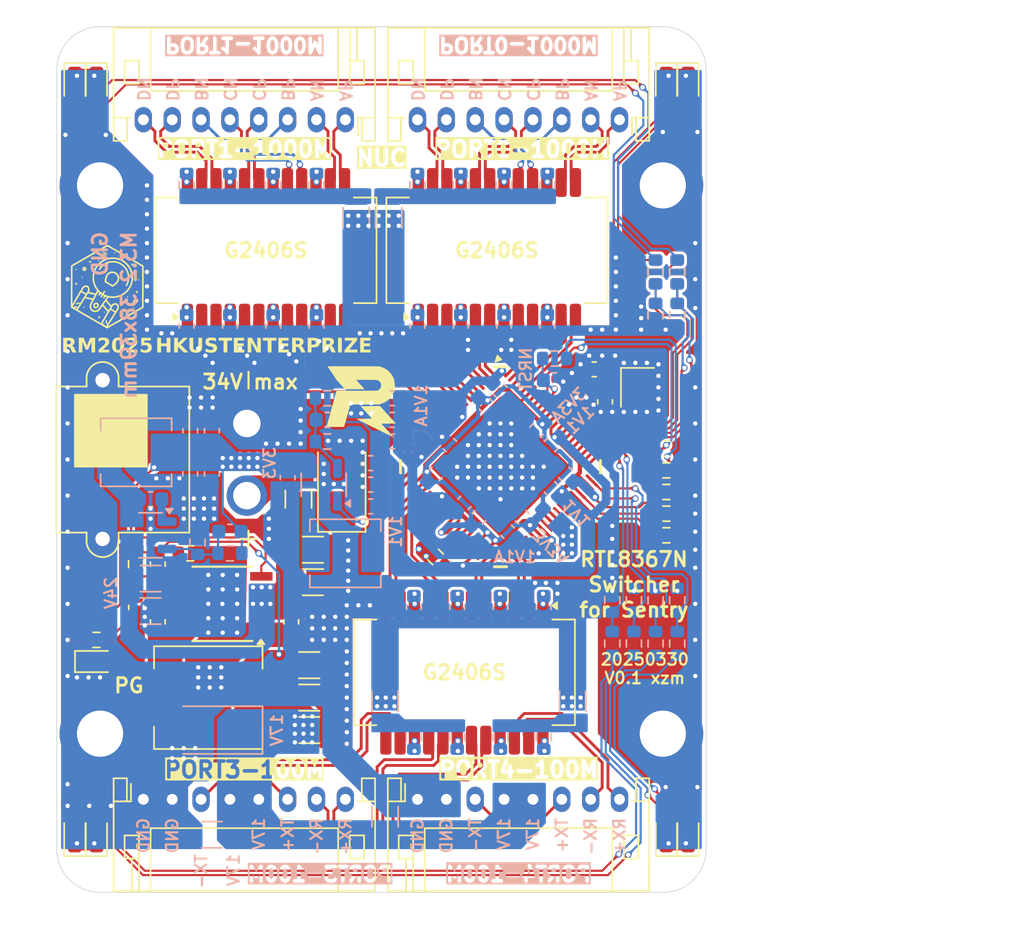
<source format=kicad_pcb>
(kicad_pcb (version 20240108) (generator "pcbnew") (generator_version "8.0")
  (layers (0 "F.Cu" signal) (1 "In1.Cu" signal) (2 "In2.Cu" signal) (31 "B.Cu" signal) (34 "B.Paste" user) (35 "F.Paste" user) (36 "B.SilkS" user "B.Silkscreen") (37 "F.SilkS" user "F.Silkscreen") (38 "B.Mask" user) (39 "F.Mask" user) (44 "Edge.Cuts" user))
  (net 0 "")
  (net 1 "Net-(D3-A)")
  (net 3 "Net-(D4-A)")
  (net 4 "Net-(D5-A)")
  (net 5 "Net-(D6-A)")
  (net 7 "Net-(D7-A)")
  (net 9 "Net-(D8-A)")
  (net 10 "Net-(D9-A)")
  (net 14 "Net-(D10-A)")
  (net 16 "Net-(U1-SCK{slash}EN_EEE)")
  (net 17 "/P3LED0")
  (net 19 "/P0_DN")
  (net 20 "Net-(C42-Pad1)")
  (net 21 "/P0_AN")
  (net 22 "/P0_DP")
  (net 23 "/P0_CP")
  (net 24 "/P0_BN")
  (net 25 "/P0_BP")
  (net 26 "/P0_AP")
  (net 27 "/P0_CN")
  (net 28 "Net-(C43-Pad1)")
  (net 29 "Net-(R32-Pad1)")
  (net 30 "/P1MDIDN")
  (net 31 "/P1MDICP")
  (net 32 "/P3MDIAN")
  (net 33 "/P3MDIBN")
  (net 34 "/P1MDIAP")
  (net 35 "Net-(R33-Pad1)")
  (net 36 "GND")
  (net 37 "/P0MDIAN")
  (net 38 "/P0MDIAP")
  (net 39 "/P0MDICP")
  (net 40 "/P0MDIDP")
  (net 41 "/P0MDIBP")
  (net 42 "/P0MDIBN")
  (net 43 "/P0MDICN")
  (net 44 "/P0MDIDN")
  (net 45 "/P1MDIDP")
  (net 46 "/P3MDIAP")
  (net 47 "/P1MDIBN")
  (net 48 "/P1MDICN")
  (net 49 "/P3MDIBP")
  (net 50 "/P1MDIBP")
  (net 51 "/P1MDIAN")
  (net 52 "/P1_AP")
  (net 53 "/P1_CN")
  (net 54 "/P1_CP")
  (net 55 "/P1_DP")
  (net 56 "/P1_DN")
  (net 57 "/P1_BN")
  (net 58 "/P1_BP")
  (net 59 "/P1_AN")
  (net 60 "Net-(R34-Pad1)")
  (net 61 "Net-(R35-Pad1)")
  (net 62 "Net-(R36-Pad1)")
  (net 63 "Net-(R37-Pad1)")
  (net 64 "/P3_TX-")
  (net 65 "Net-(U1-GP_O44{slash}DIS_8051)")
  (net 66 "/P3_RX-")
  (net 67 "/P3_RX+")
  (net 68 "/P3_TX+")
  (net 69 "/P3LED1")
  (net 70 "Net-(C52-Pad1)")
  (net 71 "Net-(C53-Pad2)")
  (net 72 "Net-(C54-Pad2)")
  (net 73 "Net-(C55-Pad2)")
  (net 74 "Net-(C56-Pad2)")
  (net 75 "Net-(C57-Pad2)")
  (net 76 "/P4_RX-")
  (net 77 "/P4_TX-")
  (net 90 "/P1LED0")
  (net 91 "/P1LED1")
  (net 92 "/P0LED1")
  (net 93 "/P0LED0")
  (net 94 "/P4_RX+")
  (net 95 "/P4_TX+")
  (net 96 "Net-(R40-Pad1)")
  (net 97 "Net-(R41-Pad1)")
  (net 98 "/P2MDIBN")
  (net 99 "/P2MDIBP")
  (net 100 "/P2MDIAP")
  (net 101 "/P2MDIAN")
  (net 102 "+3V3")
  (net 103 "+24V")
  (net 104 "Net-(U3-LX)")
  (net 105 "Net-(U3-BS)")
  (net 106 "+1V1")
  (net 107 "Net-(U2-FB)")
  (net 108 "Net-(U3-FB)")
  (net 109 "+1V1A")
  (net 110 "+3V3A")
  (net 111 "Net-(U2-SW)")
  (net 112 "Net-(R42-Pad1)")
  (net 113 "Net-(R43-Pad1)")
  (net 114 "/P4MDIBN")
  (net 115 "/P4MDIBP")
  (net 116 "Net-(U4-BOOT)")
  (net 117 "/VCC1")
  (net 118 "Net-(U4-SW)")
  (net 119 "VOUT1")
  (net 120 "Net-(U4-FB)")
  (net 121 "/PG")
  (net 122 "/OSC_IN")
  (net 123 "/OSC_OUT")
  (net 124 "/nRESET")
  (net 125 "Net-(U1-MDIREF)")
  (net 126 "Net-(R12-Pad1)")
  (net 127 "Net-(R13-Pad1)")
  (net 128 "Net-(R38-Pad1)")
  (net 129 "Net-(R39-Pad1)")
  (net 130 "Net-(C44-Pad2)")
  (net 131 "Net-(C45-Pad2)")
  (net 132 "Net-(C46-Pad2)")
  (net 133 "Net-(C47-Pad2)")
  (net 134 "Net-(C48-Pad2)")
  (net 135 "Net-(C49-Pad2)")
  (net 136 "Net-(C50-Pad2)")
  (net 137 "Net-(C51-Pad2)")
  (net 138 "/P4MDIAN")
  (net 139 "/P4MDIAP")
  (net 140 "/P4LED0")
  (net 141 "/P4LED1")
  (net 144 "Net-(J5-Pin_2)")
  (footprint "Connector_JST:JST_PH_S8B-PH-K_1x08_P2.00mm_Horizontal" (layer "F.Cu") (at 166.5 66.45 180)
    (property "Reference" "J1" (hide yes))
    (property "Value" "PH2.0_1000M")
  )
  (footprint "Resistor_SMD:R_0603_1608Metric" (layer "F.Cu") (at 153.75 96.75 135)
    (property "Reference" "R8" (hide yes))
    (property "Value" "2k49")
  )
  (footprint "Transformer_SMD:Transformer_Ethernet_YDS_30F-51NL_SO-24_7.1x15.1mm" (layer "F.Cu") (at 142 75.5 90)
    (property "Reference" "TR2" (hide yes))
    (property "Value" "G2406S")
  )
  (footprint "MountingHole:MountingHole_3.2mm_M3_DIN965_Pad" (layer "F.Cu") (at 130.5 71)
    (property "Reference" "H4" (hide yes))
    (property "Value" "MountingHole_Pad")
  )
  (footprint "Resistor_SMD:R_0603_1608Metric" (layer "F.Cu") (at 169 77 90)
    (property "Reference" "R24" (hide yes))
    (property "Value" "470R")
  )
  (footprint "LED_SMD:LED_0603_1608Metric" (layer "F.Cu") (at 169.75 116 90)
    (property "Reference" "D7" (hide yes))
    (property "Value" "G")
  )
  (footprint "Resistor_SMD:R_0603_1608Metric" (layer "F.Cu") (at 169.75 93.75)
    (property "Reference" "R13" (hide yes))
    (property "Value" "2k2")
  )
  (footprint "Capacitor_SMD:C_1206_3216Metric" (layer "F.Cu") (at 145.25 98.5)
    (property "Reference" "C17" (hide yes))
    (property "Value" "10u")
  )
  (footprint "LED_SMD:LED_0603_1608Metric" (layer "F.Cu") (at 171.25 116 90)
    (property "Reference" "D8" (hide yes))
    (property "Value" "Y")
  )
  (footprint "Capacitor_SMD:C_1206_3216Metric" (layer "F.Cu") (at 145 106.5)
    (property "Reference" "C23" (hide yes))
    (property "Value" "22u")
  )
  (footprint "Connector_JST:JST_PH_S8B-PH-K_1x08_P2.00mm_Horizontal" (layer "F.Cu") (at 147.5 66.45 180)
    (property "Reference" "J2" (hide yes))
    (property "Value" "PH2.0_1000M")
  )
  (footprint "LED_SMD:LED_0603_1608Metric" (layer "F.Cu") (at 128.75 64 -90)
    (property "Reference" "D6" (hide yes))
    (property "Value" "Y")
  )
  (footprint "LED_SMD:LED_0603_1608Metric" (layer "F.Cu") (at 128.75 116 90)
    (property "Reference" "D9" (hide yes))
    (property "Value" "G")
  )
  (footprint "Resistor_SMD:R_0603_1608Metric" (layer "F.Cu") (at 169.75 95.25)
    (property "Reference" "R12" (hide yes))
    (property "Value" "2k2")
  )
  (footprint "Capacitor_SMD:C_0603_1608Metric" (layer "F.Cu") (at 164.75 83.75 180)
    (property "Reference" "C25" (hide yes))
    (property "Value" "20p")
  )
  (footprint "MountingHole:MountingHole_3.2mm_M3_DIN965_Pad" (layer "F.Cu") (at 130.5 109)
    (property "Reference" "H1" (hide yes))
    (property "Value" "MountingHole_Pad")
  )
  (footprint "Diode_SMD:D_SMA" (layer "F.Cu") (at 147.25 91.5 90)
    (property "Reference" "D11" (hide yes))
    (property "Value" "SMAJ28A")
  )
  (footprint "Capacitor_SMD:C_0603_1608Metric" (layer "F.Cu") (at 143.75 101.25 -90)
    (property "Reference" "C18" (hide yes))
    (property "Value" "100n")
  )
  (footprint "Crystal:Crystal_SMD_2016-4Pin_2.0x1.6mm" (layer "F.Cu") (at 167.75 85 -90)
    (property "Reference" "Y2" (hide yes))
    (property "Value" "25Mhz_2016")
  )
  (footprint "Connector_JST:JST_PH_S8B-PH-K_1x08_P2.00mm_Horizontal" (layer "F.Cu") (at 133.5 113.55)
    (property "Reference" "J3" (hide yes))
    (property "Value" "PH2.0_100M")
  )
  (footprint "LED_SMD:LED_0603_1608Metric" (layer "F.Cu") (at 130.25 104)
    (property "Reference" "D1" (hide yes))
    (property "Value" "PG")
  )
  (footprint "Capacitor_SMD:C_0603_1608Metric" (layer "F.Cu") (at 165.5 86 -90)
    (property "Reference" "C35" (hide yes))
    (property "Value" "20p")
  )
  (footprint "MountingHole:MountingHole_3.2mm_M3_DIN965_Pad" (layer "F.Cu") (at 169.5 71)
    (property "Reference" "H3" (hide yes))
    (property "Value" "MountingHole_Pad")
  )
  (footprint "Resistor_SMD:R_0603_1608Metric" (layer "F.Cu") (at 170.5 77 90)
    (property "Reference" "R25" (hide yes))
    (property "Value" "470R")
  )
  (footprint "LED_SMD:LED_0603_1608Metric" (layer "F.Cu") (at 169.75 64 -90)
    (property "Reference" "D4" (hide yes))
    (property "Value" "Y")
  )
  (footprint "Resistor_SMD:R_0603_1608Metric" (layer "F.Cu") (at 169.75 92.25)
    (property "Reference" "R16" (hide yes))
    (property "Value" "2k2")
  )
  (footprint "Capacitor_SMD:C_1206_3216Metric" (layer "F.Cu") (at 145 108.75)
    (property "Reference" "C24" (hide yes))
    (property "Value" "22u")
  )
  (footprint "LOGO" (layer "F.Cu") (at 148.5 86)
    (property "Reference" "G***" (hide yes))
    (property "Value" "LOGO" (hide yes))
  )
  (footprint "Capacitor_SMD:C_0603_1608Metric" (layer "F.Cu") (at 134.5 97.25 -90)
    (property "Reference" "C21" (hide yes))
    (property "Value" "100p")
  )
  (footprint "Inductor_SMD:L_Sunlord_MWSA0603S" (layer "F.Cu") (at 138 106.5)
    (property "Reference" "L3" (hide yes))
    (property "Value" "15uH")
  )
  (footprint "Transformer_SMD:Transformer_Ethernet_YDS_30F-51NL_SO-24_7.1x15.1mm" (layer "F.Cu") (at 155.75 104.75 -90)
    (property "Reference" "TR3" (hide yes))
    (property "Value" "G2406S")
  )
  (footprint "Resistor_SMD:R_0603_1608Metric" (layer "F.Cu") (at 169.75 89.25)
    (property "Reference" "R9" (hide yes))
    (property "Value" "NC")
  )
  (footprint "Capacitor_SMD:C_1206_3216Metric" (layer "F.Cu") (at 145 104.25)
    (property "Reference" "C22" (hide yes))
    (property "Value" "22u")
  )
  (footprint "Resistor_SMD:R_0603_1608Metric" (layer "F.Cu") (at 169 80 -90)
    (property "Reference" "R23" (hide yes))
    (property "Value" "4k7")
  )
  (footprint "LED_SMD:LED_0603_1608Metric" (layer "F.Cu") (at 130.25 64 -90)
    (property "Reference" "D5" (hide yes))
    (property "Value" "G")
  )
  (footprint "Resistor_SMD:R_0603_1608Metric" (layer "F.Cu") (at 130.25 102.5)
    (property "Reference" "R11" (hide yes))
    (property "Value" "2k2")
  )
  (footprint "Transformer_SMD:Transformer_Ethernet_YDS_30F-51NL_SO-24_7.1x15.1mm" (layer "F.Cu") (at 158 75.5 90)
    (property "Reference" "TR1" (hide yes))
    (property "Value" "G2406S")
  )
  (footprint "Fuse:Fuse_1206_3216Metric" (layer "F.Cu") (at 144.25 92.75 -90)
    (property "Reference" "F1" (hide yes))
    (property "Value" "8A")
  )
  (footprint "Capacitor_SMD:C_0603_1608Metric" (layer "F.Cu") (at 134.5 101.25 -90)
    (property "Reference" "C20" (hide yes))
    (property "Value" "100n")
  )
  (footprint "Resistor_SMD:R_0603_1608Metric" (layer "F.Cu") (at 169.75 90.75)
    (property "Reference" "R10" (hide yes))
    (property "Value" "2k2")
  )
  (footprint "Package_SO:Texas_HSOP-8-1EP_3.9x4.9mm_P1.27mm_ThermalVias" (layer "F.Cu") (at 138.975 100 180)
    (property "Reference" "U4" (hide yes))
    (property "Value" "LMR33630ADDA")
  )
  (footprint "LED_SMD:LED_0603_1608Metric" (layer "F.Cu") (at 171.25 64 -90)
    (property "Reference" "D3" (hide yes))
    (property "Value" "G")
  )
  (footprint "RM25:QFN-88_10x10_RTL8367N" (layer "F.Cu") (at 158.25 90.5 -45)
    (property "Reference" "U1" (hide yes))
    (property "Value" "RTL8367N-VB-CG")
  )
  (footprint "Resistor_SMD:R_0603_1608Metric" (layer "F.Cu") (at 136.75 96.5)
    (property "Reference" "R7" (hide yes))
    (property "Value" "6k2")
  )
  (footprint "MountingHole:MountingHole_3.2mm_M3_DIN965_Pad" (layer "F.Cu") (at 169.5 109)
    (property "Reference" "H2" (hide yes))
    (property "Value" "MountingHole_Pad")
  )
  (footprint "Connector_AMASS:AMASS_XT30PW-M_1x02_P2.50mm_Horizontal" (layer "F.Cu") (at 140.675 87.5 90)
    (property "Reference" "J5" (hide yes))
    (property "Value" "Conn_01x02")
  )
  (footprint "LED_SMD:LED_0603_1608Metric" (layer "F.Cu") (at 130.25 116 90)
    (property "Reference" "D10" (hide yes))
    (property "Value" "Y")
  )
  (footprint "LOGO" (layer "F.Cu") (at 131 78)
    (property "Reference" "G***" (hide yes))
    (property "Value" "LOGO" (hide yes))
  )
  (footprint "Capacitor_SMD:C_0603_1608Metric" (layer "F.Cu") (at 133 100.25 -90)
    (property "Reference" "C19" (hide yes))
    (property "Value" "2u2")
  )
  (footprint "Connector_JST:JST_PH_S8B-PH-K_1x08_P2.00mm_Horizontal" (layer "F.Cu") (at 152.5 113.55)
    (property "Reference" "J4" (hide yes))
    (property "Value" "PH2.0_100M")
  )
  (footprint "Capacitor_SMD:C_1206_3216Metric" (layer "F.Cu") (at 145.25 96.25)
    (property "Reference" "C16" (hide yes))
    (property "Value" "10u")
  )
  (footprint "Resistor_SMD:R_0603_1608Metric" (layer "F.Cu") (at 133 97.25 -90)
    (property "Reference" "R6" (hide yes))
    (property "Value" "100k")
  )
  (footprint "Resistor_SMD:R_0603_1608Metric" (layer "F.Cu") (at 170.5 80 -90)
    (property "Reference" "R22" (hide yes))
    (property "Value" "4k7")
  )
  (footprint "Capacitor_SMD:C_0603_1608Metric" (layer "B.Cu") (at 157.25 86.25 -45)
    (property "Reference" "C31" (hide yes))
    (property "Value" "100n")
  )
  (footprint "Resistor_SMD:R_0603_1608Metric" (layer "B.Cu") (at 167.5 102.75 -90)
    (property "Reference" "R30" (hide yes))
    (property "Value" "470R")
  )
  (footprint "Capacitor_SMD:C_0603_1608Metric" (layer "B.Cu") (at 136.75 88 90)
    (property "Reference" "C59" (hide yes))
    (property "Value" "10u")
  )
  (footprint "Capacitor_SMD:C_0603_1608Metric" (layer "B.Cu") (at 146.25 87.25 180)
    (property "Reference" "C6" (hide yes))
    (property "Value" "100p")
  )
  (footprint "Resistor_SMD:R_0603_1608Metric" (layer "B.Cu") (at 169 99.75 90)
    (property "Reference" "R18" (hide yes))
    (property "Value" "4k7")
  )
  (footprint "Capacitor_SMD:C_1206_3216Metric" (layer "B.Cu") (at 150.5 73.25 -90)
    (property "Reference" "C42" (hide yes))
    (property "Value" "1nF 1kV")
  )
  (footprint "Capacitor_SMD:C_1206_3216Metric" (layer "B.Cu") (at 163.25 106.75 -90)
    (property "Reference" "C53" (hide yes))
    (property "Value" "1nF 1kV")
  )
  (footprint "Capacitor_SMD:C_0603_1608Metric" (layer "B.Cu") (at 152.25 100.25 90)
    (property "Reference" "C57" (hide yes))
    (property "Value" "100n")
  )
  (footprint "Capacitor_SMD:C_0603_1608Metric" (layer "B.Cu") (at 155.25 100.25 90)
    (property "Reference" "C56" (hide yes))
    (property "Value" "100n")
  )
  (footprint "Capacitor_SMD:C_0603_1608Metric" (layer "B.Cu") (at 143.5 91.25 -90)
    (property "Reference" "C13" (hide yes))
    (property "Value" "10u")
  )
  (footprint "Capacitor_SMD:C_0603_1608Metric" (layer "B.Cu") (at 142.5 80.75 90)
    (property "Reference" "C50" (hide yes))
    (property "Value" "100n")
  )
  (footprint "Resistor_SMD:R_0603_1608Metric" (layer "B.Cu") (at 145.5 71 -90)
    (property "Reference" "R39" (hide yes))
    (property "Value" "75R")
  )
  (footprint "Capacitor_SMD:C_0603_1608Metric" (layer "B.Cu") (at 149.25 91.74 180)
    (property "Reference" "C8" (hide yes))
    (property "Value" "10u")
  )
  (footprint "Capacitor_SMD:C_0603_1608Metric" (layer "B.Cu") (at 138.25 91 -90)
    (property "Reference" "C12" (hide yes))
    (property "Value" "10u")
  )
  (footprint "Resistor_SMD:R_0603_1608Metric" (layer "B.Cu") (at 152.5 71 -90)
    (property "Reference" "R32" (hide yes))
    (property "Value" "75R")
  )
  (footprint "Resistor_SMD:R_0603_1608Metric" (layer "B.Cu") (at 158.5 71 -90)
    (property "Reference" "R34" (hide yes))
    (property "Value" "75R")
  )
  (footprint "Capacitor_SMD:C_1206_3216Metric" (layer "B.Cu") (at 134 98.25)
    (property "Reference" "C4" (hide yes))
    (property "Value" "10u")
  )
  (footprint "Capacitor_SMD:C_0603_1608Metric" (layer "B.Cu") (at 136.5 80.75 90)
    (property "Reference" "C48" (hide yes))
    (property "Value" "100n")
  )
  (footprint "Capacitor_SMD:C_0603_1608Metric" (layer "B.Cu") (at 161.75 92 135)
    (property "Reference" "C40" (hide yes))
    (property "Value" "100n")
  )
  (footprint "Resistor_SMD:R_0603_1608Metric" (layer "B.Cu") (at 166 102.75 -90)
    (property "Reference" "R31" (hide yes))
    (property "Value" "470R")
  )
  (footprint "Resistor_SMD:R_0603_1608Metric" (layer "B.Cu") (at 161.25 109.25 90)
    (property "Reference" "R43" (hide yes))
    (property "Value" "75R")
  )
  (footprint "Inductor_SMD:L_Sunlord_MWSA0402S" (layer "B.Cu") (at 147.5 96.5)
    (property "Reference" "L1" (hide yes))
    (property "Value" "2u2")
  )
  (footprint "Resistor_SMD:R_0603_1608Metric" (layer "B.Cu") (at 155.5 71 -90)
    (property "Reference" "R33" (hide yes))
    (property "Value" "75R")
  )
  (footprint "Capacitor_SMD:C_1206_3216Metric" (layer "B.Cu") (at 150.25 114.75 90)
    (property "Reference" "C27" (hide yes))
    (property "Value" "22u")
  )
  (footprint "Capacitor_SMD:C_0603_1608Metric" (layer "B.Cu") (at 158.25 100.25 90)
    (property "Reference" "C55" (hide yes))
    (property "Value" "100n")
  )
  (footprint "Capacitor_SMD:C_0603_1608Metric" (layer "B.Cu") (at 139.5 80.75 90)
    (property "Reference" "C49" (hide yes))
    (property "Value" "100n")
  )
  (footprint "Resistor_SMD:R_0603_1608Metric" (layer "B.Cu") (at 170.5 77 90)
    (property "Reference" "R26" (hide yes))
    (property "Value" "470R")
  )
  (footprint "Capacitor_SMD:C_0603_1608Metric" (layer "B.Cu") (at 139.5 95 180)
    (property "Reference" "C9" (hide yes))
    (property "Value" "100p")
  )
  (footprint "Capacitor_SMD:C_0603_1608Metric" (layer "B.Cu") (at 154.75 89 -45)
    (property "Reference" "C34" (hide yes))
    (property "Value" "100n")
  )
  (footprint "Resistor_SMD:R_0603_1608Metric" (layer "B.Cu") (at 169 102.75 -90)
    (property "Reference" "R28" (hide yes))
    (property "Value" "470R")
  )
  (footprint "Resistor_SMD:R_0603_1608Metric" (layer "B.Cu") (at 169 80 -90)
    (property "Reference" "R21" (hide yes))
    (property "Value" "4k7")
  )
  (footprint "Capacitor_SMD:C_0603_1608Metric" (layer "B.Cu") (at 153.75 91 45)
    (property "Reference" "C30" (hide yes))
    (property "Value" "100n")
  )
  (footprint "Capacitor_SMD:C_1206_3216Metric" (layer "B.Cu") (at 134 100.5)
    (property "Reference" "C2" (hide yes))
    (property "Value" "10u")
  )
  (footprint "Resistor_SMD:R_0603_1608Metric" (layer "B.Cu") (at 158.25 109.25 90)
    (property "Reference" "R42" (hide yes))
    (property "Value" "75R")
  )
  (footprint "Resistor_SMD:R_0603_1608Metric" (layer "B.Cu") (at 162 83 180)
    (property "Reference" "R14" (hide yes))
    (property "Value" "10k")
  )
  (footprint "Capacitor_SMD:C_0603_1608Metric" (layer "B.Cu") (at 155.75 93 45)
    (property "Reference" "C33" (hide yes))
    (property "Value" "100n")
  )
  (footprint "Capacitor_SMD:C_0603_1608Metric" (layer "B.Cu") (at 158.75 95 135)
    (property "Reference" "C38" (hide yes))
    (property "Value" "100n")
  )
  (footprint "Capacitor_SMD:C_0603_1608Metric" (layer "B.Cu") (at 150.75 87.25 180)
    (property "Reference" "C14" (hide yes))
    (property "Value" "10u")
  )
  (footprint "Capacitor_SMD:C_0603_1608Metric" (layer "B.Cu") (at 162.75 91 135)
    (property "Reference" "C39" (hide yes))
    (property "Value" "100n")
  )
  (footprint "Resistor_SMD:R_0603_1608Metric" (layer "B.Cu") (at 169 77 90)
    (property "Reference" "R27" (hide yes))
    (property "Value" "470R")
  )
  (footprint "Capacitor_SMD:C_1206_3216Metric" (layer "B.Cu") (at 138.25 116 180)
    (property "Reference" "C26" (hide yes))
    (property "Value" "22u")
  )
  (footprint "Capacitor_SMD:C_0603_1608Metric" (layer "B.Cu") (at 161.25 100.25 90)
    (property "Reference" "C54" (hide yes))
    (property "Value" "100n")
  )
  (footprint "Capacitor_SMD:C_0603_1608Metric" (layer "B.Cu") (at 136.75 91 -90)
    (property "Reference" "C11" (hide yes))
    (property "Value" "10u")
  )
  (footprint "Package_TO_SOT_SMD:SOT-23-6" (layer "B.Cu") (at 134 95.25 180)
    (property "Reference" "U3" (hide yes))
    (property "Value" "RY8411")
  )
  (footprint "Capacitor_SMD:C_0603_1608Metric" (layer "B.Cu") (at 149.25 93.25 180)
    (property "Reference" "C10" (hide yes))
    (property "Value" "10u")
  )
  (footprint "Package_TO_SOT_SMD:SOT-23-5" (layer "B.Cu") (at 146 91.75 90)
    (property "Reference" "U2" (hide yes))
    (property "Value" "RY3430")
  )
  (footprint "Capacitor_SMD:C_0603_1608Metric" (layer "B.Cu") (at 149.25 90.25 180)
    (property "Reference" "C7" (hide yes))
    (property "Value" "10u")
  )
  (footprint "Capacitor_SMD:C_0603_1608Metric" (layer "B.Cu") (at 161.5 80.75 90)
    (property "Reference" "C47" (hide yes))
    (property "Value" "100n")
  )
  (footprint "Capacitor_SMD:C_0603_1608Metric" (layer "B.Cu") (at 145.5 80.75 90)
    (property "Reference" "C51" (hide yes))
    (property "Value" "100n")
  )
  (footprint "Resistor_SMD:R_0603_1608Metric" (layer "B.Cu") (at 170.5 99.75 90)
    (property "Reference" "R19" (hide yes))
    (property "Value" "4k7")
  )
  (footprint "Resistor_SMD:R_0603_1608Metric" (layer "B.Cu") (at 161.5 71 -90)
    (property "Reference" "R35" (hide yes))
    (property "Value" "75R")
  )
  (footprint "Capacitor_SMD:C_1206_3216Metric" (layer "B.Cu") (at 148.25 73.25 -90)
    (property "Reference" "C43" (hide yes))
    (property "Value" "1nF 1kV")
  )
  (footprint "Capacitor_SMD:C_0603_1608Metric" (layer "B.Cu") (at 138.25 88 90)
    (property "Reference" "C58" (hide yes))
    (property "Value" "10u")
  )
  (footprint "Capacitor_SMD:C_0603_1608Metric" (layer "B.Cu") (at 152.5 80.75 90)
    (property "Reference" "C44" (hide yes))
    (property "Value" "100n")
  )
  (footprint "Capacitor_SMD:C_0603_1608Metric" (layer "B.Cu") (at 160.75 88 -135)
    (property "Reference" "C32" (hide yes))
    (property "Value" "100n")
  )
  (footprint "Inductor_SMD:L_0603_1608Metric" (layer "B.Cu") (at 161.75 94 135)
    (property "Reference" "FB1" (hide yes))
    (property "Value" "30R 2A")
  )
  (footprint "Resistor_SMD:R_0603_1608Metric" (layer "B.Cu") (at 166 99.75 90)
    (property "Reference" "R17" (hide yes))
    (property "Value" "4k7")
  )
  (footprint "Resistor_SMD:R_0603_1608Metric" (layer "B.Cu") (at 137.25 95.75 90)
    (property "Reference" "R4" (hide yes))
    (property "Value" "10k")
  )
  (footprint "Resistor_SMD:R_0603_1608Metric" (layer "B.Cu") (at 139.5 71 -90)
    (property "Reference" "R37" (hide yes))
    (property "Value" "75R")
  )
  (footprint "Diode_SMD:D_SMA" (layer "B.Cu") (at 138.25 108.75 180)
    (property "Reference" "D2" (hide yes))
    (property "Value" "SMAJ17A")
  )
  (footprint "Capacitor_SMD:C_0603_1608Metric" (layer "B.Cu") (at 159.75 94 135)
    (property "Reference" "C1" (hide yes))
    (property "Value" "100n")
  )
  (footprint "Capacitor_SMD:C_0603_1608Metric" (layer "B.Cu") (at 150.75 85.75 180)
    (property "Reference" "C29" (hide yes))
    (property "Value" "10u")
  )
  (footprint "Resistor_SMD:R_0603_1608Metric" (layer "B.Cu") (at 152.25 109.25 90)
    (property "Reference" "R41" (hide yes))
    (property "Value" "75R")
  )
  (footprint "Capacitor_SMD:C_0603_1608Metric" (layer "B.Cu") (at 161.75 89 -135)
    (property "Reference" "C41" (hide yes))
    (property "Value" "100n")
  )
  (footprint "Inductor_SMD:L_0603_1608Metric" (layer "B.Cu") (at 150.75 88.75)
    (property "Reference" "FB2" (hide yes))
    (property "Value" "30R 2A")
  )
  (footprint "Resistor_SMD:R_0603_1608Metric" (layer "B.Cu") (at 170.5 102.75 -90)
    (property "Reference" "R29" (hide yes))
    (property "Value" "470R")
  )
  (footprint "Capacitor_SMD:C_0603_1608Metric" (layer "B.Cu") (at 158.25 85.25 -45)
    (property "Reference" "C37" (hide yes))
    (property "Value" "100n")
  )
  (footprint "Resistor_SMD:R_0603_1608Metric" (layer "B.Cu") (at 170.5 80 -90)
    (property "Reference" "R20" (hide yes))
    (property "Value" "4k7")
  )
  (footprint "Capacitor_SMD:C_1206_3216Metric" (layer "B.Cu") (at 150.25 106.75 90)
    (property "Reference" "C52" (hide yes))
    (property "Value" "1nF 1kV")
  )
  (footprint "Resistor_SMD:R_0603_1608Metric" (layer "B.Cu") (at 146.25 85.75 180)
    (property "Reference" "R1" (hide yes))
    (property "Value" "8k2")
  )
  (footprint "Resistor_SMD:R_0603_1608Metric" (layer "B.Cu") (at 167.5 99.75 90)
    (property "Reference" "R15" (hide yes))
    (property "Value" "4k7")
  )
  (footprint "Capacitor_SMD:C_0603_1608Metric" (layer "B.Cu") (at 155.5 80.75 90)
    (property "Reference" "C45" (hide yes))
    (property "Value" "100n")
  )
  (footprint "Capacitor_SMD:C_0603_1608Metric" (layer "B.Cu") (at 134 92.75 180)
    (property "Reference" "C5" (hide yes))
    (property "Value" "100n")
  )
  (footprint "Inductor_SMD:L_Sunlord_MWSA0402S" (layer "B.Cu") (at 133 89.5)
    (property "Reference" "L2" (hide yes))
    (property "Value" "4u7")
  )
  (footprint "Resistor_SMD:R_0603_1608Metric" (layer "B.Cu") (at 155.25 109.25 90)
    (property "Reference" "R40" (hide yes))
    (property "Value" "75R")
  )
  (footprint "Resistor_SMD:R_0603_1608Metric" (layer "B.Cu") (at 142.5 71 -90)
    (property "Reference" "R38" (hide yes))
    (property "Value" "75R")
  )
  (footprint "Capacitor_SMD:C_0603_1608Metric" (layer "B.Cu") (at 158.5 80.75 90)
    (property "Reference" "C46" (hide yes))
    (property "Value" "100n")
  )
  (footprint "Resistor_SMD:R_0603_1608Metric" (layer "B.Cu") (at 136.5 71 -90)
    (property "Reference" "R36" (hide yes))
    (property "Value" "75R")
  )
  (footprint "Capacitor_SMD:C_0603_1608Metric" (layer "B.Cu") (at 156.75 94 45)
    (property "Reference" "C3" (hide yes))
    (property "Value" "100n")
  )
  (footprint "Resistor_SMD:R_0603_1608Metric" (layer "B.Cu") (at 139.5 96.5 180)
    (property "Reference" "R3" (hide yes))
    (property "Value" "31k6")
  )
  (footprint "Resistor_SMD:R_0603_1608Metric" (layer "B.Cu") (at 146.25 88.75)
    (property "Reference" "R2" (hide yes))
    (property "Value" "10k")
  )
  (footprint "Capacitor_SMD:C_0603_1608Metric" (layer "B.Cu") (at 162 84.5)
    (property "Reference" "C36" (hide yes))
    (property "Value" "100n")
  )
  (gr_rect (start 128.75 85.5) (end 133.75 90.5) (stroke (width 0.1)) (fill solid) (layer "F.SilkS"))
  (gr_line (start 127.5 117) (end 127.5 63) (stroke (width 0.05)) (layer "Edge.Cuts"))
  (gr_arc (start 172.5 117) (mid 171.62132 119.12132) (end 169.5 120) (stroke (width 0.05)) (layer "Edge.Cuts"))
  (gr_line (start 172.5 63) (end 172.5 117) (stroke (width 0.05)) (layer "Edge.Cuts"))
  (gr_line (start 130.5 60) (end 169.5 60) (stroke (width 0.05)) (layer "Edge.Cuts"))
  (gr_arc (start 130.5 120) (mid 128.37868 119.12132) (end 127.5 117) (stroke (width 0.05)) (layer "Edge.Cuts"))
  (gr_arc (start 127.5 63) (mid 128.37868 60.87868) (end 130.5 60) (stroke (width 0.05)) (layer "Edge.Cuts"))
  (gr_arc (start 169.5 60) (mid 171.62132 60.87868) (end 172.5 63) (stroke (width 0.05)) (layer "Edge.Cuts"))
  (gr_line (start 169.5 120) (end 130.5 120) (stroke (width 0.05)) (layer "Edge.Cuts"))
  (gr_text "M3.2 38x39mm" (at 132.5 80 90) (layer "B.SilkS") (effects (font (size 1 1) (thickness 0.2) (bold yes)) (justify mirror)))
  (gr_text "TX-" (at 137.5 117.25 90) (layer "B.SilkS") (effects (font (size 0.8 0.8) (thickness 0.15) (bold yes)) (justify left mirror)))
  (gr_text "24V" (at 131.25 99.25 90) (layer "B.SilkS") (effects (font (size 0.8 0.8) (thickness 0.15) (bold yes)) (justify mirror)))
  (gr_text "DP" (at 154.5 65.25 270) (layer "B.SilkS") (effects (font (size 0.8 0.8) (thickness 0.15) (bold yes)) (justify left mirror)))
  (gr_text "1V1A" (at 152.75 86.25 90) (layer "B.SilkS") (effects (font (size 0.8 0.8) (thickness 0.15) (bold yes)) (justify mirror)))
  (gr_text "RX+" (at 147.5 114.75 90) (layer "B.SilkS") (effects (font (size 0.8 0.8) (thickness 0.15) (bold yes)) (justify left mirror)))
  (gr_text "DN" (at 152.5 65.25 270) (layer "B.SilkS") (effects (font (size 0.8 0.8) (thickness 0.15) (bold yes)) (justify left mirror)))
  (gr_text "CP" (at 160.5 65.25 270) (layer "B.SilkS") (effects (font (size 0.8 0.8) (thickness 0.15) (bold yes)) (justify left mirror)))
  (gr_text "BN" (at 137.5 65.25 270) (layer "B.SilkS") (effects (font (size 0.8 0.8) (thickness 0.15) (bold yes)) (justify left mirror)))
  (gr_text "17V" (at 142.75 108.75 90) (layer "B.SilkS") (effects (font (size 0.8 0.8) (thickness 0.15) (bold yes)) (justify mirror)))
  (gr_text "AP" (at 147.5 65.25 270) (layer "B.SilkS") (effects (font (size 0.8 0.8) (thickness 0.15) (bold yes)) (justify left mirror)))
  (gr_text "BN" (at 156.5 65.25 270) (layer "B.SilkS") (effects (font (size 0.8 0.8) (thickness 0.15) (bold yes)) (justify left mirror)))
  (gr_text "DN" (at 133.5 65.25 270) (layer "B.SilkS") (effects (font (size 0.8 0.8) (thickness 0.15) (bold yes)) (justify left mirror)))
  (gr_text "AP" (at 166.5 65.25 270) (layer "B.SilkS") (effects (font (size 0.8 0.8) (thickness 0.15) (bold yes)) (justify left mirror)))
  (gr_text "GND" (at 152.5 114.75 90) (layer "B.SilkS") (effects (font (size 0.8 0.8) (thickness 0.15) (bold yes)) (justify left mirror)))
  (gr_text "17V" (at 141.5 114.75 90) (layer "B.SilkS") (effects (font (size 0.8 0.8) (thickness 0.15) (bold yes)) (justify left mirror)))
  (gr_text "PORT3-100M" (at 145.75 118.75 0) (layer "B.SilkS" knockout) (effects (font (size 1 1) (thickness 0.25) (bold yes)) (justify mirror)))
  (gr_text "3V3A" (at 161.75 96 135) (layer "B.SilkS") (effects (font (size 0.8 0.8) (thickness 0.15) (bold yes)) (justify mirror)))
  (gr_text "AN" (at 164.5 65.25 270) (layer "B.SilkS") (effects (font (size 0.8 0.8) (thickness 0.15) (bold yes)) (justify left mirror)))
  (gr_text "CN" (at 158.5 65.25 270) (layer "B.SilkS") (effects (font (size 0.8 0.8) (thickness 0.15) (bold yes)) (justify left mirror)))
  (gr_text "PORT1-1000M" (at 140.5 61.25 180) (layer "B.SilkS" knockout) (effects (font (size 1 1) (thickness 0.25) (bold yes)) (justify mirror)))
  (gr_text "RX-" (at 164.5 114.75 90) (layer "B.SilkS") (effects (font (size 0.8 0.8) (thickness 0.15) (bold yes)) (justify left mirror)))
  (gr_text "17V" (at 139.75 117.25 90) (layer "B.SilkS") (effects (font (size 0.8 0.8) (thickness 0.15) (bold yes)) (justify left mirror)))
  (gr_text "1V1" (at 151 95 90) (layer "B.SilkS") (effects (font (size 0.8 0.8) (thickness 0.15) (bold yes)) (justify mirror)))
  (gr_text "GND" (at 154.5 114.75 90) (layer "B.SilkS") (effects (font (size 0.8 0.8) (thickness 0.15) (bold yes)) (justify left mirror)))
  (gr_text "TX-" (at 156.5 114.75 90) (layer "B.SilkS") (effects (font (size 0.8 0.8) (thickness 0.15) (bold yes)) (justify left mirror)))
  (gr_text "BP" (at 143.5 65.25 270) (layer "B.SilkS") (effects (font (size 0.8 0.8) (thickness 0.15) (bold yes)) (justify left mirror)))
  (gr_text "TX+" (at 143.5 114.75 90) (layer "B.SilkS") (effects (font (size 0.8 0.8) (thickness 0.15) (bold yes)) (justify left mirror)))
  (gr_text "AN" (at 145.5 65.25 270) (layer "B.SilkS") (effects (font (size 0.8 0.8) (thickness 0.15) (bold yes)) (justify left mirror)))
  (gr_text "1V1A" (at 159.25 96.75 0) (layer "B.SilkS") (effects (font (size 0.8 0.8) (thickness 0.15) (bold yes)) (justify mirror)))
  (gr_text "NRST" (at 160 83.75 90) (layer "B.SilkS") (effects (font (size 0.8 0.8) (thickness 0.15) (bold yes)) (justify mirror)))
  (gr_text "PORT0-1000M" (at 159.5 61.25 180) (layer "B.SilkS" knockout) (effects (font (size 1 1) (thickness 0.25) (bold yes)) (justify mirror)))
  (gr_text "GND" (at 130.5 75.75 90) (layer "B.SilkS") (effects (font (size 1 1) (thickness 0.2) (bold yes)) (justify mirror)))
  (gr_text "TX+" (at 162.5 114.75 90) (layer "B.SilkS") (effects (font (size 0.8 0.8) (thickness 0.15) (bold yes)) (justify left mirror)))
  (gr_text "BP" (at 162.5 65.25 270) (layer "B.SilkS") (effects (font (size 0.8 0.8) (thickness 0.15) (bold yes)) (justify left mirror)))
  (gr_text "GND" (at 135.5 114.75 90) (layer "B.SilkS") (effects (font (size 0.8 0.8) (thickness 0.15) (bold yes)) (justify left mirror)))
  (gr_text "CP" (at 141.5 65.25 270) (layer "B.SilkS") (effects (font (size 0.8 0.8) (thickness 0.15) (bold yes)) (justify left mirror)))
  (gr_text "GND" (at 133.5 114.75 90) (layer "B.SilkS") (effects (font (size 0.8 0.8) (thickness 0.15) (bold yes)) (justify left mirror)))
  (gr_text "PORT4-100M" (at 159.5 118.75 0) (layer "B.SilkS" knockout) (effects (font (size 1 1) (thickness 0.25) (bold yes)) (justify mirror)))
  (gr_text "1V1" (at 163.5 93.75 135) (layer "B.SilkS") (effects (font (size 0.8 0.8) (thickness 0.15) (bold yes)) (justify mirror)))
  (gr_text "3V3" (at 142.25 90.25 90) (layer "B.SilkS") (effects (font (size 0.8 0.8) (thickness 0.15) (bold yes)) (justify mirror)))
  (gr_text "1V1" (at 163.75 87.25 45) (layer "B.SilkS") (effects (font (size 0.8 0.8) (thickness 0.15) (bold yes)) (justify mirror)))
  (gr_text "CN" (at 139.5 65.25 270) (layer "B.SilkS") (effects (font (size 0.8 0.8) (thickness 0.15) (bold yes)) (justify left mirror)))
  (gr_text "RX+" (at 166.5 114.75 90) (layer "B.SilkS") (effects (font (size 0.8 0.8) (thickness 0.15) (bold yes)) (justify left mirror)))
  (gr_text "3V3A" (at 163 86.25 45) (layer "B.SilkS") (effects (font (size 0.8 0.8) (thickness 0.15) (bold yes)) (justify mirror)))
  (gr_text "17V" (at 158.5 114.75 90) (layer "B.SilkS") (effects (font (size 0.8 0.8) (thickness 0.15) (bold yes)) (justify left mirror)))
  (gr_text "RX-" (at 145.5 114.75 90) (layer "B.SilkS") (effects (font (size 0.8 0.8) (thickness 0.15) (bold yes)) (justify left mirror)))
  (gr_text "17V" (at 160.5 114.75 90) (layer "B.SilkS") (effects (font (size 0.8 0.8) (thickness 0.15) (bold yes)) (justify left mirror)))
  (gr_text "DP" (at 135.5 65.25 270) (layer "B.SilkS") (effects (font (size 0.8 0.8) (thickness 0.15) (bold yes)) (justify left mirror)))
  (gr_text "PORT3-100M" (at 140.5 111.5 0) (layer "F.SilkS" knockout) (effects (font (size 1.1 1.1) (thickness 0.25) (bold yes))))
  (gr_text "HKUST" (at 137 82.75 0) (layer "F.SilkS") (effects (font (size 1 1) (thickness 0.2) (bold yes)) (justify bottom)))
  (gr_text "ENTERPRIZE" (at 144.5 82.75 0) (layer "F.SilkS") (effects (font (size 1 1) (thickness 0.2) (bold yes)) (justify bottom)))
  (gr_text "PG" (at 132.5 106.25 0) (layer "F.SilkS") (effects (font (size 1 1) (thickness 0.2) (bold yes)) (justify bottom)))
  (gr_text "RM2025" (at 131 82.75 0) (layer "F.SilkS") (effects (font (size 1 1) (thickness 0.2) (bold yes)) (justify bottom)))
  (gr_text "PORT4-100M" (at 159.5 111.5 0) (layer "F.SilkS" knockout) (effects (font (size 1.1 1.1) (thickness 0.25) (bold yes))))
  (gr_text "RTL8367N" (at 167.5 97.5 0) (layer "F.SilkS") (effects (font (size 1 1) (thickness 0.2) (bold yes)) (justify bottom)))
  (gr_text "G2406S" (at 142 75.5 0) (layer "F.SilkS") (effects (font (size 1 1) (thickness 0.2) (bold yes))))
  (gr_text "PORT0-1000M" (at 159.75 68.5 0) (layer "F.SilkS" knockout) (effects (font (size 1.1 1.1) (thickness 0.25) (bold yes))))
  (gr_text "Switcher" (at 167.5 99.25 0) (layer "F.SilkS") (effects (font (size 1 1) (thickness 0.2) (bold yes)) (justify bottom)))
  (gr_text "PORT1-1000M" (at 140.5 68.5 0) (layer "F.SilkS" knockout) (effects (font (size 1.1 1.1) (thickness 0.25) (bold yes))))
  (gr_text "G2406S" (at 155.75 104.75 0) (layer "F.SilkS") (effects (font (size 1 1) (thickness 0.2) (bold yes))))
  (gr_text "G2406S" (at 158 75.5 0) (layer "F.SilkS") (effects (font (size 1 1) (thickness 0.2) (bold yes))))
  (gr_text "20250330\nV0.1 xzm" (at 168.25 104.5 0) (layer "F.SilkS") (effects (font (size 0.8 0.8) (thickness 0.15) (bold yes))))
  (gr_text "NUC" (at 150 69.1 0) (layer "F.SilkS" knockout) (effects (font (size 1.1 1.1) (thickness 0.25) (bold yes))))
  (gr_text "for Sentry" (at 167.5 101 0) (layer "F.SilkS") (effects (font (size 1 1) (thickness 0.2) (bold yes)) (justify bottom)))
  (gr_text "34V max" (at 140.9 85.2 0) (layer "F.SilkS") (effects (font (size 1 1) (thickness 0.2) (bold yes)) (justify bottom)))
  (segment (start 168.225 76.175) (end 166.4 74.35) (width 0.15) (layer "F.Cu") (net 1))
  (segment (start 169 76.175) (end 168.225 76.175) (width 0.15) (layer "F.Cu") (net 1))
  (segment (start 171.1625 64.7875) (end 171.25 64.7875) (width 0.15) (layer "F.Cu") (net 1))
  (segment (start 166.4 69.55) (end 171.1625 64.7875) (width 0.15) (layer "F.Cu") (net 1))
  (segment (start 166.4 74.35) (end 166.4 69.55) (width 0.15) (layer "F.Cu") (net 1))
  (segment (start 169.75 65.75) (end 166.1 69.4) (width 0.15) (layer "F.Cu") (net 3))
  (segment (start 166.1 74.5) (end 168.45 76.85) (width 0.15) (layer "F.Cu") (net 3))
  (segment (start 166.1 69.4) (end 166.1 74.5) (width 0.15) (layer "F.Cu") (net 3))
  (segment (start 169.75 64.7875) (end 169.75 65.75) (width 0.15) (layer "F.Cu") (net 3))
  (segment (start 168.45 76.85) (end 169.825 76.85) (width 0.15) (layer "F.Cu") (net 3))
  (segment (start 169.825 76.85) (end 170.5 76.175) (width 0.15) (layer "F.Cu") (net 3))
  (segment (start 168.1 64.2) (end 167.6 63.7) (width 0.15) (layer "F.Cu") (net 4))
  (segment (start 131.3375 63.7) (end 130.25 64.7875) (width 0.15) (layer "F.Cu") (net 4))
  (segment (start 167.6 63.7) (end 131.3375 63.7) (width 0.15) (layer "F.Cu") (net 4))
  (via (at 168.1 64.2) (size 0.45) (drill 0.3) (layers "F.Cu" "B.Cu") (net 4))
  (segment (start 166.4 69.2) (end 166.4 73.1) (width 0.15) (layer "B.Cu") (net 4))
  (segment (start 169.85 75.4) (end 170.5 76.05) (width 0.15) (layer "B.Cu") (net 4))
  (segment (start 168.7 75.4) (end 169.85 75.4) (width 0.15) (layer "B.Cu") (net 4))
  (segment (start 168.5 64.6) (end 168.5 67.1) (width 0.15) (layer "B.Cu") (net 4))
  (segment (start 166.4 73.1) (end 168.7 75.4) (width 0.15) (layer "B.Cu") (net 4))
  (segment (start 168.1 64.2) (end 168.5 64.6) (width 0.15) (layer "B.Cu") (net 4))
  (segment (start 168.5 67.1) (end 166.4 69.2) (width 0.15) (layer "B.Cu") (net 4))
  (segment (start 170.5 76.05) (end 170.5 76.175) (width 0.15) (layer "B.Cu") (net 4))
  (segment (start 132.3 64) (end 130.75 65.55) (width 0.15) (layer "F.Cu") (net 5))
  (segment (start 130.75 65.55) (end 129.5125 65.55) (width 0.15) (layer "F.Cu") (net 5))
  (segment (start 167.6 64.6) (end 167 64) (width 0.15) (layer "F.Cu") (net 5))
  (segment (start 129.5125 65.55) (end 128.75 64.7875) (width 0.15) (layer "F.Cu") (net 5))
  (segment (start 167 64) (end 132.3 64) (width 0.15) (layer "F.Cu") (net 5))
  (via (at 167.6 64.6) (size 0.45) (drill 0.3) (layers "F.Cu" "B.Cu") (net 5))
  (segment (start 167.6 64.6) (end 168.15 65.15) (width 0.15) (layer "B.Cu") (net 5))
  (segment (start 166.1 73.275) (end 169 76.175) (width 0.15) (layer "B.Cu") (net 5))
  (segment (start 168.15 66.85) (end 166.1 68.9) (width 0.15) (layer "B.Cu") (net 5))
  (segment (start 166.1 68.9) (end 166.1 73.275) (width 0.15) (layer "B.Cu") (net 5))
  (segment (start 168.15 65.15) (end 168.15 66.85) (width 0.15) (layer "B.Cu") (net 5))
  (segment (start 169.75 114.55) (end 169.75 115.2125) (width 0.15) (layer "F.Cu") (net 7))
  (segment (start 168.45 113.25) (end 169.75 114.55) (width 0.15) (layer "F.Cu") (net 7))
  (via (at 168.45 113.25) (size 0.45) (drill 0.3) (layers "F.Cu" "B.Cu") (net 7))
  (segment (start 166.9 104.6) (end 167.975 104.6) (width 0.15) (layer "B.Cu") (net 7))
  (segment (start 165.85 110.2) (end 165.85 105.65) (width 0.15) (layer "B.Cu") (net 7))
  (segment (start 168.45 112.8) (end 165.85 110.2) (width 0.15) (layer "B.Cu") (net 7))
  (segment (start 165.85 105.65) (end 166.9 104.6) (width 0.15) (layer "B.Cu") (net 7))
  (segment (start 167.975 104.6) (end 169 103.575) (width 0.15) (layer "B.Cu") (net 7))
  (segment (start 168.45 113.25) (end 168.45 112.8) (width 0.15) (layer "B.Cu") (net 7))
  (segment (start 168.925 112.8875) (end 171.25 115.2125) (width 0.15) (layer "F.Cu") (net 9))
  (segment (start 168.925 112.825) (end 168.925 112.8875) (width 0.15) (layer "F.Cu") (net 9))
  (via (at 168.925 112.825) (size 0.45) (drill 0.3) (layers "F.Cu" "B.Cu") (net 9))
  (segment (start 168.925 112.825) (end 166.15 110.05) (width 0.15) (layer "B.Cu") (net 9))
  (segment (start 167.05 104.9) (end 169.175 104.9) (width 0.15) (layer "B.Cu") (net 9))
  (segment (start 166.15 110.05) (end 166.15 105.8) (width 0.15) (layer "B.Cu") (net 9))
  (segment (start 169.175 104.9) (end 170.5 103.575) (width 0.15) (layer "B.Cu") (net 9))
  (segment (start 166.15 105.8) (end 167.05 104.9) (width 0.15) (layer "B.Cu") (net 9))
  (segment (start 129.5375 116) (end 128.75 115.2125) (width 0.15) (layer "F.Cu") (net 10))
  (segment (start 130.675 116) (end 129.5375 116) (width 0.15) (layer "F.Cu") (net 10))
  (segment (start 133.475 118.8) (end 130.675 116) (width 0.15) (layer "F.Cu") (net 10))
  (segment (start 165.7 118.8) (end 133.475 118.8) (width 0.15) (layer "F.Cu") (net 10))
  (segment (start 167.1 117.4) (end 165.7 118.8) (width 0.15) (layer "F.Cu") (net 10))
  (via (at 167.1 117.4) (size 0.45) (drill 0.3) (layers "F.Cu" "B.Cu") (net 10))
  (segment (start 165.55 110.35) (end 165.55 105.525) (width 0.15) (layer "B.Cu") (net 10))
  (segment (start 167.96599 116.53401) (end 167.96599 112.76599) (width 0.15) (layer "B.Cu") (net 10))
  (segment (start 167.96599 112.76599) (end 165.55 110.35) (width 0.15) (layer "B.Cu") (net 10))
  (segment (start 167.1 117.4) (end 167.96599 116.53401) (width 0.15) (layer "B.Cu") (net 10))
  (segment (start 165.55 105.525) (end 167.5 103.575) (width 0.15) (layer "B.Cu") (net 10))
  (segment (start 165.3 118.5) (end 133.6 118.5) (width 0.15) (layer "F.Cu") (net 14))
  (segment (start 130.3125 115.2125) (end 130.25 115.2125) (width 0.15) (layer "F.Cu") (net 14))
  (segment (start 166.45 117.35) (end 165.3 118.5) (width 0.15) (layer "F.Cu") (net 14))
  (segment (start 133.6 118.5) (end 130.3125 115.2125) (width 0.15) (layer "F.Cu") (net 14))
  (via (at 166.45 117.35) (size 0.45) (drill 0.3) (layers "F.Cu" "B.Cu") (net 14))
  (segment (start 165.25 105.4) (end 166 104.65) (width 0.15) (layer "B.Cu") (net 14))
  (segment (start 165.25 110.5) (end 165.25 105.4) (width 0.15) (layer "B.Cu") (net 14))
  (segment (start 166 104.65) (end 166 103.575) (width 0.15) (layer "B.Cu") (net 14))
  (segment (start 166.45 117.35) (end 167.65 116.15) (width 0.15) (layer "B.Cu") (net 14))
  (segment (start 167.65 116.15) (end 167.65 112.9) (width 0.15) (layer "B.Cu") (net 14))
  (segment (start 167.65 112.9) (end 165.25 110.5) (width 0.15) (layer "B.Cu") (net 14))
  (segment (start 168.925 90.75) (end 168.925 89.25) (width 0.15) (layer "F.Cu") (net 16))
  (segment (start 161.5 84.1) (end 161.5 85.270101) (width 0.15) (layer "F.Cu") (net 16))
  (segment (start 169.493103 89.25) (end 169.743103 89) (width 0.15) (layer "F.Cu") (net 16))
  (segment (start 163.85 82.25) (end 163.35 82.25) (width 0.15) (layer "F.Cu") (net 16))
  (segment (start 168.925 89.25) (end 169.493103 89.25) (width 0.15) (layer "F.Cu") (net 16))
  (segment (start 161.5 85.270101) (end 160.90165 85.868451) (width 0.15) (layer "F.Cu") (net 16))
  (segment (start 163.35 82.25) (end 161.5 84.1) (width 0.15) (layer "F.Cu") (net 16))
  (via (at 163.85 82.25) (size 0.45) (drill 0.3) (layers "F.Cu" "B.Cu") (net 16))
  (via (at 169.743103 89) (size 0.45) (drill 0.3) (layers "F.Cu" "B.Cu") (net 16))
  (segment (start 170.1 82.3) (end 170.1 88.643103) (width 0.15) (layer "B.Cu") (net 16))
  (segment (start 169.8 82) (end 170.1 82.3) (width 0.15) (layer "B.Cu") (net 16))
  (segment (start 163.85 82.25) (end 164.1 82) (width 0.15) (layer "B.Cu") (net 16))
  (segment (start 170.1 88.643103) (end 169.743103 89) (width 0.15) (layer "B.Cu") (net 16))
  (segment (start 164.1 82) (end 169.8 82) (width 0.15) (layer "B.Cu") (net 16))
  (segment (start 165.024012 89.1) (end 166.35 89.1) (width 0.15) (layer "F.Cu") (net 17))
  (segment (start 167 89.75) (end 167 90.000012) (width 0.15) (layer "F.Cu") (net 17))
  (segment (start 166.35 89.1) (end 167 89.75) (width 0.15) (layer "F.Cu") (net 17))
  (segment (start 164.578606 89.545406) (end 165.024012 89.1) (width 0.15) (layer "F.Cu") (net 17))
  (via (at 167 90.000012) (size 0.45) (drill 0.3) (layers "F.Cu" "B.Cu") (net 17))
  (segment (start 167.05 97.25) (end 168.25 98.45) (width 0.15) (layer "B.Cu") (net 17))
  (segment (start 168.25 98.45) (end 168.25 99.825) (width 0.15) (layer "B.Cu") (net 17))
  (segment (start 167.05 90.050012) (end 167.05 97.25) (width 0.15) (layer "B.Cu") (net 17))
  (segment (start 168.25 99.825) (end 167.5 100.575) (width 0.15) (layer "B.Cu") (net 17))
  (segment (start 167 90.000012) (end 167.05 90.050012) (width 0.15) (layer "B.Cu") (net 17))
  (segment (start 167.5 100.575) (end 167.5 101.925) (width 0.15) (layer "B.Cu") (net 17))
  (segment (start 153.3 68.4) (end 153.3 67.25) (width 0.2) (layer "F.Cu") (net 19))
  (segment (start 153.3 67.25) (end 152.5 66.45) (width 0.2) (layer "F.Cu") (net 19))
  (segment (start 153.545 70.8) (end 153.85 70.495) (width 0.2) (layer "F.Cu") (net 19))
  (segment (start 153.85 68.95) (end 153.3 68.4) (width 0.2) (layer "F.Cu") (net 19))
  (segment (start 153.85 70.495) (end 153.85 68.95) (width 0.2) (layer "F.Cu") (net 19))
  (segment (start 163.35 68.3) (end 164.9 68.3) (width 0.2) (layer "F.Cu") (net 21))
  (segment (start 162.75 68.9) (end 163.35 68.3) (width 0.2) (layer "F.Cu") (net 21))
  (segment (start 162.455 70.8) (end 162.75 70.505) (width 0.2) (layer "F.Cu") (net 21))
  (segment (start 162.75 70.505) (end 162.75 68.9) (width 0.2) (layer "F.Cu") (net 21))
  (segment (start 165.3 67.25) (end 164.5 66.45) (width 0.2) (layer "F.Cu") (net 21))
  (segment (start 165.3 67.9) (end 165.3 67.25) (width 0.2) (layer "F.Cu") (net 21))
  (segment (start 164.9 68.3) (end 165.3 67.9) (width 0.2) (layer "F.Cu") (net 21))
  (segment (start 154.5 66.45) (end 153.7 67.25) (width 0.2) (layer "F.Cu") (net 22))
  (segment (start 154.25 68.8) (end 154.25 70.515) (width 0.2) (layer "F.Cu") (net 22))
  (segment (start 154.25 70.515) (end 154.535 70.8) (width 0.2) (layer "F.Cu") (net 22))
  (segment (start 153.7 67.25) (end 153.7 68.25) (width 0.2) (layer "F.Cu") (net 22))
  (segment (start 153.7 68.25) (end 154.25 68.8) (width 0.2) (layer "F.Cu") (net 22))
  (segment (start 159 68.7) (end 157.45 68.7) (width 0.2) (layer "F.Cu") (net 23))
  (segment (start 157.45 68.7) (end 157.2 68.95) (width 0.2) (layer "F.Cu") (net 23))
  (segment (start 157.2 68.95) (end 157.2 70.495) (width 0.2) (layer "F.Cu") (net 23))
  (segment (start 159.7 67.25) (end 159.7 68) (width 0.2) (layer "F.Cu") (net 23))
  (segment (start 159.7 68) (end 159 68.7) (width 0.2) (layer "F.Cu") (net 23))
  (segment (start 160.5 66.45) (end 159.7 67.25) (width 0.2) (layer "F.Cu") (net 23))
  (segment (start 157.2 70.495) (end 157.505 70.8) (width 0.2) (layer "F.Cu") (net 23))
  (segment (start 159.485 70.8) (end 159.65 70.635) (width 0.2) (layer "F.Cu") (net 24))
  (segment (start 159.65 70.635) (end 159.65 69.55) (width 0.2) (layer "F.Cu") (net 24))
  (via (at 159.65 69.55) (size 0.45) (drill 0.3) (layers "F.Cu" "B.Cu") (net 24))
  (segment (start 159.8 69.15) (end 159.8 69.4) (width 0.2) (layer "B.Cu") (net 24))
  (segment (start 156.5 66.45) (end 157.8 67.75) (width 0.2) (layer "B.Cu") (net 24))
  (segment (start 159.3 68.65) (end 159.8 69.15) (width 0.2) (layer "B.Cu") (net 24))
  (segment (start 159.3 68.15) (end 159.3 68.65) (width 0.2) (layer "B.Cu") (net 24))
  (segment (start 158.9 67.75) (end 159.3 68.15) (width 0.2) (layer "B.Cu") (net 24))
  (segment (start 159.8 69.4) (end 159.65 69.55) (width 0.2) (layer "B.Cu") (net 24))
  (segment (start 157.8 67.75) (end 158.9 67.75) (width 0.2) (layer "B.Cu") (net 24))
  (segment (start 160.35 69.55) (end 160.35 70.675) (width 0.2) (layer "F.Cu") (net 25))
  (segment (start 160.35 70.675) (end 160.475 70.8) (width 0.2) (layer "F.Cu") (net 25))
  (via (at 160.35 69.55) (size 0.45) (drill 0.3) (layers "F.Cu" "B.Cu") (net 25))
  (segment (start 160 67.75) (end 161.2 67.75) (width 0.2) (layer "B.Cu") (net 25))
  (segment (start 159.7 68.05) (end 160 67.75) (width 0.2) (layer "B.Cu") (net 25))
  (segment (start 160.35 69.55) (end 160.2 69.4) (width 0.2) (layer "B.Cu") (net 25))
  (segment (start 160.2 69) (end 159.7 68.5) (width 0.2) (layer "B.Cu") (net 25))
  (segment (start 159.7 68.5) (end 159.7 68.05) (width 0.2) (layer "B.Cu") (net 25))
  (segment (start 160.2 69.4) (end 160.2 69) (width 0.2) (layer "B.Cu") (net 25))
  (segment (start 161.2 67.75) (end 162.5 66.45) (width 0.2) (layer "B.Cu") (net 25))
  (segment (start 165.7 68.1) (end 165.7 67.25) (width 0.2) (layer "F.Cu") (net 26))
  (segment (start 163.5 68.7) (end 165.1 68.7) (width 0.2) (layer "F.Cu") (net 26))
  (segment (start 163.15 70.505) (end 163.15 69.05) (width 0.2) (layer "F.Cu") (net 26))
  (segment (start 165.1 68.7) (end 165.7 68.1) (width 0.2) (layer "F.Cu") (net 26))
  (segment (start 165.7 67.25) (end 166.5 66.45) (width 0.2) (layer "F.Cu") (net 26))
  (segment (start 163.15 69.05) (end 163.5 68.7) (width 0.2) (layer "F.Cu") (net 26))
  (segment (start 163.445 70.8) (end 163.15 70.505) (width 0.2) (layer "F.Cu") (net 26))
  (segment (start 159.3 67.8) (end 159.3 67.25) (width 0.2) (layer "F.Cu") (net 27))
  (segment (start 158.8 68.3) (end 159.3 67.8) (width 0.2) (layer "F.Cu") (net 27))
  (segment (start 156.515 70.8) (end 156.8 70.515) (width 0.2) (layer "F.Cu") (net 27))
  (segment (start 156.8 70.515) (end 156.8 68.75) (width 0.2) (layer "F.Cu") (net 27))
  (segment (start 157.25 68.3) (end 158.8 68.3) (width 0.2) (layer "F.Cu") (net 27))
  (segment (start 156.8 68.75) (end 157.25 68.3) (width 0.2) (layer "F.Cu") (net 27))
  (segment (start 159.3 67.25) (end 158.5 66.45) (width 0.2) (layer "F.Cu") (net 27))
  (via (at 152.5 70.05) (size 0.45) (drill 0.3) (layers "F.Cu" "B.Cu") (net 29))
  (via (at 152.5 70.75) (size 0.45) (drill 0.3) (layers "F.Cu" "B.Cu") (net 29))
  (segment (start 152.5 70.05) (end 152.5 70.75) (width 0.5) (layer "B.Cu") (net 29))
  (segment (start 137.85 81.775) (end 137.85 80.505) (width 0.2) (layer "F.Cu") (net 30))
  (segment (start 141.375 85.3) (end 137.85 81.775) (width 0.2) (layer "F.Cu") (net 30))
  (segment (start 153.901293 87.565507) (end 151.635786 85.3) (width 0.2) (layer "F.Cu") (net 30))
  (segment (start 151.635786 85.3) (end 141.375 85.3) (width 0.2) (layer "F.Cu") (net 30))
  (segment (start 137.85 80.505) (end 137.545 80.2) (width 0.2) (layer "F.Cu") (net 30))
  (segment (start 143.5 83.9) (end 151.932842 83.9) (width 0.2) (layer "F.Cu") (net 31))
  (segment (start 141.2 80.505) (end 141.2 81.6) (width 0.2) (layer "F.Cu") (net 31))
  (segment (start 141.2 81.6) (end 143.5 83.9) (width 0.2) (layer "F.Cu") (net 31))
  (segment (start 151.932842 83.9) (end 154.749821 86.716979) (width 0.2) (layer "F.Cu") (net 31))
  (segment (start 141.505 80.2) (end 141.2 80.505) (width 0.2) (layer "F.Cu") (net 31))
  (segment (start 151 99.755) (end 151 94.073044) (width 0.2) (layer "F.Cu") (net 32))
  (segment (start 151.295 100.05) (end 151 99.755) (width 0.2) (layer "F.Cu") (net 32))
  (segment (start 151 94.073044) (end 152.769922 92.303122) (width 0.2) (layer "F.Cu") (net 32))
  (segment (start 153.95 98.5) (end 152.1 96.65) (width 0.2) (layer "F.Cu") (net 33))
  (segment (start 152.1 94.104416) (end 153.335608 92.868808) (width 0.2) (layer "F.Cu") (net 33))
  (segment (start 153.95 99.735) (end 153.95 98.5) (width 0.2) (layer "F.Cu") (net 33))
  (segment (start 152.1 96.65) (end 152.1 94.104416) (width 0.2) (layer "F.Cu") (net 33))
  (segment (start 154.265 100.05) (end 153.95 99.735) (width 0.2) (layer "F.Cu") (net 33))
  (segment (start 147.15 80.495) (end 147.15 81.6) (width 0.2) (layer "F.Cu") (net 34))
  (segment (start 147.445 80.2) (end 147.15 80.495) (width 0.2) (layer "F.Cu") (net 34))
  (segment (start 147.45 81.9) (end 152.76127 81.9) (width 0.2) (layer "F.Cu") (net 34))
  (segment (start 147.15 81.6) (end 147.45 81.9) (width 0.2) (layer "F.Cu") (net 34))
  (segment (start 152.76127 81.9) (end 156.164035 85.302765) (width 0.2) (layer "F.Cu") (net 34))
  (via (at 155.5 70.75) (size 0.45) (drill 0.3) (layers "F.Cu" "B.Cu") (net 35))
  (via (at 155.5 70.05) (size 0.45) (drill 0.3) (layers "F.Cu" "B.Cu") (net 35))
  (segment (start 155.5 70.05) (end 155.5 70.75) (width 0.5) (layer "B.Cu") (net 35))
  (segment (start 169.75 63.2125) (end 171.25 63.2125) (width 0.6) (layer "F.Cu") (net 36))
  (segment (start 143.1 82.2) (end 144.1 83.2) (width 0.5) (layer "F.Cu") (net 36))
  (segment (start 128.75 116.7875) (end 130.25 116.7875) (width 0.6) (layer "F.Cu") (net 36))
  (segment (start 169.75 116.7875) (end 171.25 116.7875) (width 0.6) (layer "F.Cu") (net 36))
  (segment (start 156 81.7) (end 156 82.4) (width 0.5) (layer "F.Cu") (net 36))
  (segment (start 153.997577 96.166637) (end 153.166637 96.166637) (width 0.2) (layer "F.Cu") (net 36))
  (segment (start 158.3 82.4) (end 159 82.4) (width 0.5) (layer "F.Cu") (net 36))
  (segment (start 140.2 82.3) (end 141.2 83.3) (width 0.5) (layer "F.Cu") (net 36))
  (segment (start 159 82.4) (end 159 81.7) (width 0.5) (layer "F.Cu") (net 36))
  (segment (start 148.5 81.25) (end 151.5 81.25) (width 0.5) (layer "F.Cu") (net 36))
  (segment (start 128.75 63.2125) (end 130.25 63.2125) (width 0.6) (layer "F.Cu") (net 36))
  (segment (start 155.315507 94.848707) (end 153.997577 96.166637) (width 0.2) (layer "F.Cu") (net 36))
  (segment (start 145.7 81.8) (end 146.2 82.3) (width 0.5) (layer "F.Cu") (net 36))
  (via (at 138.1 105.8) (size 0.45) (drill 0.3) (layers "F.Cu" "B.Cu") (net 36))
  (via (at 169.5 67.3) (size 0.45) (drill 0.3) (layers "F.Cu" "B.Cu") (net 36))
  (via (at 147.9 86.1) (size 0.45) (drill 0.3) (layers "F.Cu" "B.Cu") (net 36))
  (via (at 133.75 77) (size 0.45) (drill 0.3) (layers "F.Cu" "B.Cu") (net 36))
  (via (at 134 94.8) (size 0.45) (drill 0.3) (layers "F.Cu" "B.Cu") (net 36))
  (via (at 155.25 91.25) (size 0.45) (drill 0.3) (layers "F.Cu" "B.Cu") (net 36))
  (via (at 149.7 107.1) (size 0.45) (drill 0.3) (layers "F.Cu" "B.Cu") (net 36))
  (via (at 147.6 100.9) (size 0.45) (drill 0.3) (layers "F.Cu" "B.Cu") (net 36))
  (via (at 148.4 73.8) (size 0.45) (drill 0.3) (layers "F.Cu" "B.Cu") (net 36))
  (via (at 171.75 92.5) (size 0.45) (drill 0.3) (layers "F.Cu" "B.Cu") (net 36))
  (via (at 166 96.4) (size 0.45) (drill 0.3) (layers "F.Cu" "B.Cu") (net 36))
  (via (at 138.4 94.1) (size 0.45) (drill 0.3) (layers "F.Cu" "B.Cu") (net 36))
  (via (at 137.3 104.4) (size 0.45) (drill 0.3) (layers "F.Cu" "B.Cu") (net 36))
  (via (at 168 81) (size 0.45) (drill 0.3) (layers "F.Cu" "B.Cu") (net 36))
  (via (at 140 99) (size 0.45) (drill 0.3) (layers "F.Cu" "B.Cu") (net 36))
  (via (at 165.2 86.7) (size 0.45) (drill 0.3) (layers "F.Cu" "B.Cu") (net 36))
  (via (at 171.75 97.5) (size 0.45) (drill 0.3) (layers "F.Cu" "B.Cu") (net 36))
  (via (at 166.25 79) (size 0.45) (drill 0.3) (layers "F.Cu" "B.Cu") (net 36))
  (via (at 148.7 91.9) (size 0.45) (drill 0.3) (layers "F.Cu" "B.Cu") (net 36))
  (via (at 147.1 88.7) (size 0.45) (drill 0.3) (layers "F.Cu" "B.Cu") (net 36))
  (via (at 157.5 91.25) (size 0.45) (drill 0.3) (layers "F.Cu" "B.Cu") (net 36))
  (via (at 159 89.75) (size 0.45) (drill 0.3) (layers "F.Cu" "B.Cu") (net 36))
  (via (at 136.7 85.7) (size 0.45) (drill 0.3) (layers "F.Cu" "B.Cu") (net 36))
  (via (at 140 100) (size 0.45) (drill 0.3) (layers "F.Cu" "B.Cu") (net 36))
  (via (at 137.5 85.7) (size 0.45) (drill 0.3) (layers "F.Cu" "B.Cu") (net 36))
  (via (at 144.4 86.5) (size 0.45) (drill 0.3) (layers "F.Cu" "B.Cu") (net 36))
  (via (at 139 101) (size 0.45) (drill 0.3) (layers "F.Cu" "B.Cu") (net 36))
  (via (at 157.5 90.5) (size 0.45) (drill 0.3) (layers "F.Cu" "B.Cu") (net 36))
  (via (at 150.9 107.1) (size 0.45) (drill 0.3) (layers "F.Cu" "B.Cu") (net 36))
  (via (at 162.6 84.6) (size 0.45) (drill 0.3) (layers "F.Cu" "B.Cu") (net 36))
  (via (at 163.5 85.7) (size 0.45) (drill 0.3) (layers "F.Cu" "B.Cu") (net 36))
  (via (at 156 82.4) (size 0.45) (drill 0.3) (layers "F.Cu" "B.Cu") (net 36))
  (via (at 171.75 96.25) (size 0.45) (drill 0.3) (layers "F.Cu" "B.Cu") (net 36))
  (via (at 133.6 101.5) (size 0.45) (drill 0.3) (layers "F.Cu" "B.Cu") (net 36))
  (via (at 147.7 97) (size 0.45) (drill 0.3) (layers "F.Cu" "B.Cu") (net 36))
  (via (at 133.75 72) (size 0.45) (drill 0.3) (layers "F.Cu" "B.Cu") (net 36))
  (via (at 140.2 82.3) (size 0.45) (drill 0.3) (layers "F.Cu" "B.Cu") (net 36))
  (via (at 166 98.2) (size 0.45) (drill 0.3) (layers "F.Cu" "B.Cu") (net 36))
  (via (at 159 90.5) (size 0.45) (drill 0.3) (layers "F.Cu" "B.Cu") (net 36))
  (via (at 149.8 73.1) (size 0.45) (drill 0.3) (layers "F.Cu" "B.Cu") (net 36))
  (via (at 159 89) (size 0.45) (drill 0.3) (layers "F.Cu" "B.Cu") (net 36))
  (via (at 156.75 88.25) (size 0.45) (drill 0.3) (layers "F.Cu" "B.Cu") (net 36))
  (via (at 135.2 91.3) (size 0.45) (drill 0.3) (layers "F.Cu" "B.Cu") (net 36))
  (via (at 163.2 84) (size 0.45) (drill 0.3) (layers "F.Cu" "B.Cu") (net 36))
  (via (at 138.9 105.1) (size 0.45) (drill 0.3) (layers "F.Cu" "B.Cu") (net 36))
  (via (at 147.9 88.7) (size 0.45) (drill 0.3) (layers "F.Cu" "B.Cu") (net 36))
  (via (at 139 99) (size 0.45) (drill 0.3) (layers "F.Cu" "B.Cu") (net 36))
  (via (at 166.25 77) (size 0.45) (drill 0.3) (layers "F.Cu" "B.Cu") (net 36))
  (via (at 145.2 101.7) (size 0.45) (drill 0.3) (layers "F.Cu" "B.Cu") (net 36))
  (via (at 168 79.4) (size 0.45) (drill 0.3) (layers "F.Cu" "B.Cu") (net 36))
  (via (at 146.7 91.7) (size 0.45) (drill 0.3) (layers "F.Cu" "B.Cu") (net 36))
  (via (at 162.6 107.1) (size 0.45) (drill 0.3) (layers "F.Cu" "B.Cu") (net 36))
  (via (at 148.6 86.8) (size 0.45) (drill 0.3) (layers "F.Cu" "B.Cu") (net 36))
  (via (at 128.25 112.5) (size 0.45) (drill 0.3) (layers "F.Cu" "B.Cu") (net 36))
  (via (at 168 80.2) (size 0.45) (drill 0.3) (layers "F.Cu" "B.Cu") (net 36))
  (via (at 157.5 88.25) (size 0.45) (drill 0.3) (layers "F.Cu" "B.Cu") (net 36))
  (via (at 163.8 83.4) (size 0.45) (drill 0.3) (layers "F.Cu" "B.Cu") (net 36))
  (via (at 160.5 91.25) (size 0.45) (drill 0.3) (layers "F.Cu" "B.Cu") (net 36))
  (via (at 159 82.4) (size 0.45) (drill 0.3) (layers "F.Cu" "B.Cu") (net 36))
  (via (at 136.3 93.4) (size 0.45) (drill 0.3) (layers "F.Cu" "B.Cu") (net 36))
  (via (at 151.5 81.25) (size 0.45) (drill 0.3) (layers "F.Cu" "B.Cu") (net 36))
  (via (at 167.6 86.7) (size 0.45) (drill 0.3) (layers "F.Cu" "B.Cu") (net 36))
  (via (at 146.8 101.7) (size 0.45) (drill 0.3) (layers "F.Cu" "B.Cu") (net 36))
  (via (at 171.75 87.5) (size 0.45) (drill 0.3) (layers "F.Cu" "B.Cu") (net 36))
  (via (at 156 89.75) (size 0.45) (drill 0.3) (layers "F.Cu" "B.Cu") (net 36))
  (via (at 150.3 106.5) (size 0.45) (drill 0.3) (layers "F.Cu" "B.Cu") (net 36))
  (via (at 147.6 104.1) (size 0.45) (drill 0.3) (layers "F.Cu" "B.Cu") (net 36))
  (via (at 146 91.7) (size 0.45) (drill 0.3) (layers "F.Cu" "B.Cu") (net 36))
  (via (at 138.9 105.8) (size 0.45) (drill 0.3) (layers "F.Cu" "B.Cu") (net 36))
  (via (at 142.2 94.1) (size 0.45) (drill 0.3) (layers "F.Cu" "B.Cu") (net 36))
  (via (at 161.25 90.5) (size 0.45) (drill 0.3) (layers "F.Cu" "B.Cu") (net 36))
  (via (at 135.5 110.7) (size 0.45) (drill 0.3) (layers "F.Cu" "B.Cu") (net 36))
  (via (at 133.75 74) (size 0.45) (drill 0.3) (layers "F.Cu" "B.Cu") (net 36))
  (via (at 147.6 100.1) (size 0.45) (drill 0.3) (layers "F.Cu" "B.Cu") (net 36))
  (via (at 137 92.7) (size 0.45) (drill 0.3) (layers "F.Cu" "B.Cu") (net 36))
  (via (at 142.2 94.8) (size 0.45) (drill 0.3) (layers "F.Cu" "B.Cu") (net 36))
  (via (at 145.2 100.9) (size 0.45) (drill 0.3) (layers "F.Cu" "B.Cu") (net 36))
  (via (at 137.5 86.4) (size 0.45) (drill 0.3) (layers "F.Cu" "B.Cu") (net 36))
  (via (at 149.1 73.8) (size 0.45) (drill 0.3) (layers "F.Cu" "B.Cu") (net 36))
  (via (at 163.2 107.1) (size 0.45) (drill 0.3) (layers "F.Cu" "B.Cu") (net 36))
  (via (at 143.1 82.2) (size 0.45) (drill 0.3) (layers "F.Cu" "B.Cu") (net 36))
  (via (at 128.9 105.1) (size 0.45) (drill 0.3) (layers "F.Cu" "B.Cu") (net 36))
  (via (at 166.8 83.3) (size 0.45) (drill 0.3) (layers "F.Cu" "B.Cu") (net 36))
  (via (at 148.7 91.1) (size 0.45) (drill 0.3) (layers "F.Cu" "B.Cu") (net 36))
  (via (at 128.25 85) (size 0.45) (drill 0.3) (layers "F.Cu" "B.Cu") (net 36))
  (via (at 158.25 89) (size 0.45) (drill 0.3) (layers "F.Cu" "B.Cu") (net 36))
  (via (at 147.6 109.7) (size 0.45) (drill 0.3) (layers "F.Cu" "B.Cu") (net 36))
  (via (at 166.2 82.8) (size 0.45) (drill 0.3) (layers "F.Cu" "B.Cu") (net 36))
  (via (at 159.75 90.5) (size 0.45) (drill 0.3) (layers "F.Cu" "B.Cu") (net 36))
  (via (at 158.25 89.75) (size 0.45) (drill 0.3) (layers "F.Cu" "B.Cu") (net 36))
  (via (at 166.25 81) (size 0.45) (drill 0.3) (layers "F.Cu" "B.Cu") (net 36))
  (via (at 138 99) (size 0.45) (drill 0.3) (layers "F.Cu" "B.Cu") (net 36))
  (via (at 129.75 114) (size 0.45) (drill 0.3) (layers "F.Cu" "B.Cu") (net 36))
  (via (at 158.25 91.25) (size 0.45) (drill 0.3) (layers "F.Cu" "B.Cu") (net 36))
  (via (at 159 88.25) (size 0.45) (drill 0.3) (layers "F.Cu" "B.Cu") (net 36))
  (via (at 131.25 114) (size 0.45) (drill 0.3) (layers "F.Cu" "B.Cu") (net 36))
  (via (at 160.5 90.5) (size 0.45) (drill 0.3) (layers "F.Cu" "B.Cu") (net 36))
  (via (at 128.25 87.5) (size 0.45) (drill 0.3) (layers "F.Cu" "B.Cu") (net 36))
  (via (at 130.9 67.5) (size 0.45) (drill 0.3) (layers "F.Cu" "B.Cu") (net 36))
  (via (at 159 91.25) (size 0.45) (drill 0.3) (layers "F.Cu" "B.Cu") (net 36))
  (via (at 138 98) (size 0.45) (drill 0.3) (layers "F.Cu" "B.Cu") (net 36))
  (via (at 150.5 73.8) (size 0.45) (drill 0.3) (layers "F.Cu" "B.Cu") (net 36))
  (via (at 156.75 89.75) (size 0.45) (drill 0.3) (layers "F.Cu" "B.Cu") (net 36))
  (via (at 165.3 82.8) (size 0.45) (drill 0.3) (layers "F.Cu" "B.Cu") (net 36))
  (via (at 147.6 107.3) (size 0.45) (drill 0.3) (layers "F.Cu" "B.Cu") (net 36))
  (via (at 151.2 73.8) (size 0.45) (drill 0.3) (layers "F.Cu" "B.Cu") (net 36))
  (via (at 149.3 86.1) (size 0.45) (drill 0.3) (layers "F.Cu" "B.Cu") (net 36))
  (via (at 137.7 94.1) (size 0.45) (drill 0.3) (layers "F.Cu" "B.Cu") (net 36))
  (via (at 167.5 99.1) (size 0.45) (drill 0.3) (layers "F.Cu" "B.Cu") (net 36))
  (via (at 162.2 98.55) (size 0.45) (drill 0.3) (layers "F.Cu" "B.Cu") (net 36))
  (via (at 146.3 88.7) (size 0.45) (drill 0.3) (layers "F.Cu" "B.Cu") (net 36))
  (via (at 158.25 87.5) (size 0.45) (drill 0.3) (layers "F.Cu" "B.Cu") (net 36))
  (via (at 163 86.2) (size 0.45) (drill 0.3) (layers "F.Cu" "B.Cu") (net 36))
  (via (at 144.4 87.3) (size 0.45) (drill 0.3) (layers "F.Cu" "B.Cu") (net 36))
  (via (at 171.75 75) (size 0.45) (drill 0.3) (layers "F.Cu" "B.Cu") (net 36))
  (via (at 128.25 77.5) (size 0.45) (drill 0.3) (layers "F.Cu" "B.Cu") (net 36))
  (via (at 149.7 106.5) (size 0.45) (drill 0.3) (layers "F.Cu" "B.Cu") (net 36))
  (via (at 157.5 89) (size 0.45) (drill 0.3) (layers "F.Cu" "B.Cu") (net 36))
  (via (at 137 93.4) (size 0.45) (drill 0.3) (layers "F.Cu" "B.Cu") (net 36))
  (via (at 136.3 94.1) (size 0.45) (drill 0.3) (layers "F.Cu" "B.Cu") (net 36))
  (via (at 149.8 73.8) (size 0.45) (drill 0.3) (layers "F.Cu" "B.Cu") (net 36))
  (via (at 146 90.3) (size 0.45) (drill 0.3) (layers "F.Cu" "B.Cu") (net 36))
  (via (at 147.9 86.8) (size 0.45) (drill 0.3) (layers "F.Cu" "B.Cu") (net 36))
  (via (at 156 89) (size 0.45) (drill 0.3) (layers "F.Cu" "B.Cu") (net 36))
  (via (at 169.2 85) (size 0.45) (drill 0.3) (layers "F.Cu" "B.Cu") (net 36))
  (via (at 156 90.5) (size 0.45) (drill 0.3) (layers "F.Cu" "B.Cu") (net 36))
  (via (at 159.75 89.75) (size 0.45) (drill 0.3) (layers "F.Cu" "B.Cu") (net 36))
  (via (at 153.1 96.7) (size 0.45) (drill 0.3) (layers "F.Cu" "B.Cu") (net 36))
  (via (at 147.4 91.7) (size 0.45) (drill 0.3) (layers "F.Cu" "B.Cu") (net 36))
  (via (at 128.25 114) (size 0.45) (drill 0.3) (layers "F.Cu" "B.Cu") (net 36))
  (via (at 139 98) (size 0.45) (drill 0.3) (layers "F.Cu" "B.Cu") (net 36))
  (via (at 152.6 96.2) (size 0.45) (drill 0.3) (layers "F.Cu" "B.Cu") (net 36))
  (via (at 150.3 107.1) (size 0.45) (drill 0.3) (layers "F.Cu" "B.Cu") (net 36))
  (via (at 156.75 92) (size 0.45) (drill 0.3) (layers "F.Cu" "B.Cu") (net 36))
  (via (at 160.5 92) (size 0.45) (drill 0.3) (layers "F.Cu" "B.Cu") (net 36))
  (via (at 156 91.25) (size 0.45) (drill 0.3) (layers "F.Cu" "B.Cu") (net 36))
  (via (at 171.75 102.5) (size 0.45) (drill 0.3) (layers "F.Cu" "B.Cu") (net 36))
  (via (at 138.9 104.4) (size 0.45) (drill 0.3) (layers "F.Cu" "B.Cu") (net 36))
  (via (at 147.6 108.1) (size 0.45) (drill 0.3) (layers "F.Cu" "B.Cu") (net 36))
  (via (at 145.7 81.8) (size 0.45) (drill 0.3) (layers "F.Cu" "B.Cu") (net 36))
  (via (at 136.3 92.7) (size 0.45) (drill 0.3) (layers "F.Cu" "B.Cu") (net 36))
  (via (at 164.4 82.8) (size 0.45) (drill 0.3) (layers "F.Cu" "B.Cu") (net 36))
  (via (at 158.25 90.5) (size 0.45) (drill 0.3) (layers "F.Cu" "B.Cu") (net 36))
  (via (at 137.7 92.7) (size 0.45) (drill 0.3) (layers "F.Cu" "B.Cu") (net 36))
  (via (at 130.1 63.4) (size 0.45) (drill 0.3) (layers "F.Cu" "B.Cu") (net 36))
  (via (at 137.7 93.4) (size 0.45) (drill 0.3) (layers "F.Cu" "B.Cu") (net 36))
  (via (at 169.2 86.6) (size 0.45) (drill 0.3) (layers "F.Cu" "B.Cu") (net 36))
  (via (at 133.75 75) (size 0.45) (drill 0.3) (layers "F.Cu" "B.Cu") (net 36))
  (via (at 158.25 92.75) (size 0.45) (drill 0.3) (layers "F.Cu" "B.Cu") (net 36))
  (via (at 163.8 106.5) (size 0.45) (drill 0.3) (layers "F.Cu" "B.Cu") (net 36))
  (via (at 169 99.1) (size 0.45) (drill 0.3) (layers "F.Cu" "B.Cu") (net 36))
  (via (at 147.7 73.8) (size 0.45) (drill 0.3) (layers "F.Cu" "B.Cu") (net 36))
  (via (at 156 81.7) (size 0.45) (drill 0.3) (layers "F.Cu" "B.Cu") (net 36))
  (via (at 171.75 90) (size 0.45) (drill 0.3) (layers "F.Cu" "B.Cu") (net 36))
  (via (at 144.1 83.2) (size 0.45) (drill 0.3) (layers "F.Cu" "B.Cu") (net 36))
  (via (at 166.25 78) (size 0.45) (drill 0.3) (layers "F.Cu" "B.Cu") (net 36))
  (via (at 166.8 86.7) (size 0.45) (drill 0.3) (layers "F.Cu" "B.Cu") (net 36))
  (via (at 140 98) (size 0.45) (drill 0.3) (layers "F.Cu" "B.Cu") (net 36))
  (via (at 159.75 91.25) (size 0.45) (drill 0.3) (layers "F.Cu" "B.Cu") (net 36))
  (via (at 163.2 106.5) (size 0.45) (drill 0.3) (layers "F.Cu" "B.Cu") (net 36))
  (via (at 148.6 86.1) (size 0.45) (drill 0.3) (layers "F.Cu" "B.Cu") (net 36))
  (via (at 164.5 81) (size 0.45) (drill 0.3) (layers "F.Cu" "B.Cu") (net 36))
  (via (at 138 102) (size 0.45) (drill 0.3) (layers "F.Cu" "B.Cu") (net 36))
  (via (at 171.75 95) (size 0.45) (drill 0.3) (layers "F.Cu" "B.Cu") (net 36))
  (via (at 166 94.6) (size 0.45) (drill 0.3) (layers "F.Cu" "B.Cu") (net 36))
  (via (at 137.1 110.7) (size 0.45) (drill 0.3) (layers "F.Cu" "B.Cu") (net 36))
  (via (at 143.6 82.7) (size 0.45) (drill 0.3) (layers "F.Cu" "B.Cu") (net 36))
  (via (at 128.9 116.6) (size 0.45) (drill 0.3) (layers "F.Cu" "B.Cu") (net 36))
  (via (at 171.75 79.5) (size 0.45) (drill 0.3) (layers "F.Cu" "B.Cu") (net 36))
  (via (at 147.6 103.3) (size 0.45) (drill 0.3) (layers "F.Cu" "B.Cu") (net 36))
  (via (at 128.25 97.5) (size 0.45) (drill 0.3) (layers "F.Cu" "B.Cu") (net 36))
  (via (at 133.75 71) (size 0.45) (drill 0.3) (layers "F.Cu" "B.Cu") (net 36))
  (via (at 137.3 82.3) (size 0.45) (drill 0.3) (layers "F.Cu" "B.Cu") (net 36))
  (via (at 129.7 105.1) (size 0.45) (drill 0.3) (layers "F.Cu" "B.Cu") (net 36))
  (via (at 142.8 88.9) (size 0.45) (drill 0.3) (layers "F.Cu" "B.Cu") (net 36))
  (via (at 158.25 88.25) (size 0.45) (drill 0.3) (layers "F.Cu" "B.Cu") (net 36))
  (via (at 133.6 100.3) (size 0.45) (drill 0.3) (layers "F.Cu" "B.Cu") (net 36))
  (via (at 139 102) (size 0.45) (drill 0.3) (layers "F.Cu" "B.Cu") (net 36))
  (via (at 168.4 86.7) (size 0.45) (drill 0.3) (layers "F.Cu" "B.Cu") (net 36))
  (via (at 128.25 90) (size 0.45) (drill 0.3) (layers "F.Cu" "B.Cu") (net 36))
  (via (at 162.2 99.3) (size 0.45) (drill 0.3) (layers "F.Cu" "B.Cu") (net 36))
  (via (at 158.25 92) (size 0.45) (drill 0.3) (layers "F.Cu" "B.Cu") (net 36))
  (via (at 130.5 105.1) (size 0.45) (drill 0.3) (layers "F.Cu" "B.Cu") (net 36))
  (via (at 150 81.25) (size 0.45) (drill 0.3) (layers "F.Cu" "B.Cu") (net 36))
  (via (at 156.75 89) (size 0.45) (drill 0.3) (layers "F.Cu" "B.Cu") (net 36))
  (via (at 169.7 112.7) (size 0.45) (drill 0.3) (layers "F.Cu" "B.Cu") (net 36))
  (via (at 147.6 104.9) (size 0.45) (drill 0.3) (layers "F.Cu" "B.Cu") (net 36))
  (via (at 138 100) (size 0.45) (drill 0.3) (layers "F.Cu" "B.Cu") (net 36))
  (via (at 135.5 81.25) (size 0.45) (drill 0.3) (layers "F.Cu" "B.Cu") (net 36))
  (via (at 148.5 81.25) (size 0.45) (drill 0.3) (layers "F.Cu" "B.Cu") (net 36))
  (via (at 171.9 67.3) (size 0.45) (drill 0.3) (layers "F.Cu" "B.Cu") (net 36))
  (via (at 128.25 95) (size 0.45) (drill 0.3) (layers "F.Cu" "B.Cu") (net 36))
  (via (at 147.7 96.3) (size 0.45) (drill 0.3) (layers "F.Cu" "B.Cu") (net 36))
  (via (at 149.3 86.8) (size 0.45) (drill 0.3) (layers "F.Cu" "B.Cu") (net 36))
  (via (at 133.75 80) (size 0.45) (drill 0.3) (layers "F.Cu" "B.Cu") (net 36))
  (via (at 166 86.7) (size 0.45) (drill 0.3) (layers "F.Cu" "B.Cu") (net 36))
  (via (at 137.8 82.8) (size 0.45) (drill 0.3) (layers "F.Cu" "B.Cu") (net 36))
  (via (at 145.2 102.5) (size 0.45) (drill 0.3) (layers "F.Cu" "B.Cu") (net 36))
  (via (at 147.6 108.9) (size 0.45) (drill 0.3) (layers "F.Cu" "B.Cu") (net 36))
  (via (at 138.1 105.1) (size 0.45) (drill 0.3) (layers "F.Cu" "B.Cu") (net 36))
  (via (at 150.75 81.25) (size 0.45) (drill 0.3) (layers "F.Cu" "B.Cu") (net 36))
  (via (at 143.6 88.9) (size 0.45) (drill 0.3) (layers "F.Cu" "B.Cu") (net 36))
  (via (at 133.75 73) (size 0.45) (drill 0.3) (layers "F.Cu" "B.Cu") (net 36))
  (via (at 170.5 99.1) (size 0.45) (drill 0.3) (layers "F.Cu" "B.Cu") (net 36))
  (via (at 146.8 100.9) (size 0.45) (drill 0.3) (layers "F.Cu" "B.Cu") (net 36))
  (via (at 146 102.5) (size 0.45) (drill 0.3) (layers "F.Cu" "B.Cu") (net 36))
  (via (at 164.2 85.7) (size 0.45) (drill 0.3) (layers "F.Cu" "B.Cu") (net 36))
  (via (at 157.5 89.75) (size 0.45) (drill 0.3) (layers "F.Cu" "B.Cu") (net 36))
  (via (at 166 99.1) (size 0.45) (drill 0.3) (layers "F.Cu" "B.Cu") (net 36))
  (via (at 165.3 81) (size 0.45) (drill 0.3) (layers "F.Cu" "B.Cu") (net 36))
  (via (at 148.7 89.5) (size 0.45) (drill 0.3) (layers "F.Cu" "B.Cu") (net 36))
  (via (at 147.7 98.4) (size 0.45) (drill 0.3) (layers "F.Cu" "B.Cu") (net 36))
  (via (at 169.9 116.6) (size 0.45) (drill 0.3) (layers "F.Cu" "B.Cu") (net 36))
  (via (at 141.2 83.3) (size 0.45) (drill 0.3) (layers "F.Cu" "B.Cu") (net 36))
  (via (at 149.2 100.1) (size 0.45) (drill 0.3) (layers "F.Cu" "B.Cu") (net 36))
  (via (at 148.4 73.1) (size 0.45) (drill 0.3) (layers "F.Cu" "B.Cu") (net 36))
  (via (at 138.4 93.4) (size 0.45) (drill 0.3) (layers "F.Cu" "B.Cu") (net 36))
  (via (at 163.8 107.1) (size 0.45) (drill 0.3) (layers "F.Cu" "B.Cu") (net 36))
  (via (at 136.7 86.4) (size 0.45) (drill 0.3) (layers "F.Cu" "B.Cu") (net 36))
  (via (at 147.7 95.6) (size 0.45) (drill 0.3) (layers "F.Cu" "B.Cu") (net 36))
  (via (at 128.9 63.4) (size 0.45) (drill 0.3) (layers "F.Cu" "B.Cu") (net 36))
  (via (at 138.975 100) (size 0.45) (drill 0.3) (layers "F.Cu" "B.Cu") (net 36))
  (via (at 166 95.5) (size 0.45) (drill 0.3) (layers "F.Cu" "B.Cu") (net 36))
  (via (at 136.3 110) (size 0.45) (drill 0.3) (layers "F.Cu" "B.Cu") (net 36))
  (via (at 128.25 100) (size 0.45) (drill 0.3) (layers "F.Cu" "B.Cu") (net 36))
  (via (at 144.4 88.1) (size 0.45) (drill 0.3) (layers "F.Cu" "B.Cu") (net 36))
  (via (at 161.4 98.55) (size 0.45) (drill 0.3) (layers "F.Cu" "B.Cu") (net 36))
  (via (at 137 94.1) (size 0.45) (drill 0.3) (layers "F.Cu" "B.Cu") (net 36))
  (via (at 166 97.3) (size 0.45) (drill 0.3) (layers "F.Cu" "B.Cu") (net 36))
  (via (at 146 91) (size 0.45) (drill 0.3) (layers "F.Cu" "B.Cu") (net 36))
  (via (at 155.25 90.5) (size 0.45) (drill 0.3) (layers "F.Cu" "B.Cu") (net 36))
  (via (at 148.7 90.3) (size 0.45) (drill 0.3) (layers "F.Cu" "B.Cu") (net 36))
  (via (at 149.25 81.25) (size 0.45) (drill 0.3) (layers "F.Cu" "B.Cu") (net 36))
  (via (at 164.7 86.2) (size 0.45) (drill 0.3) (layers "F.Cu" "B.Cu") (net 36))
  (via (at 171.75 105) (size 0.45) (drill 0.3) (layers "F.Cu" "B.Cu") (net 36))
  (via (at 171.75 77.5) (size 0.45) (drill 0.3) (layers "F.Cu" "B.Cu") (net 36))
  (via (at 130.1 116.6) (size 0.45) (drill 0.3) (layers "F.Cu" "B.Cu") (net 36))
  (via (at 133.6 100.9) (size 0.45) (drill 0.3) (layers "F.Cu" "B.Cu") (net 36))
  (via (at 169.2 85.8) (size 0.45) (drill 0.3) (layers "F.Cu" "B.Cu") (net 36))
  (via (at 159 87.5) (size 0.45) (drill 0.3) (layers "F.Cu" "B.Cu") (net 36))
  (via (at 140 102) (size 0.45) (drill 0.3) (layers "F.Cu" "B.Cu") (net 36))
  (via (at 147.7 99.1) (size 0.45) (drill 0.3) (layers "F.Cu" "B.Cu") (net 36))
  (via (at 137.3 105.8) (size 0.45) (drill 0.3) (layers "F.Cu" "B.Cu") (net 36))
  (via (at 169.7 81) (size 0.45) (drill 0.3) (layers "F.Cu" "B.Cu") (net 36))
  (via (at 171.75 100) (size 0.45) (drill 0.3) (layers "F.Cu" "B.Cu") (net 36))
  (via (at 157.5 92) (size 0.45) (drill 0.3) (layers "F.Cu" "B.Cu") (net 36))
  (via (at 147.6 105.7) (size 0.45) (drill 0.3) (layers "F.Cu" "B.Cu") (net 36))
  (via (at 133.75 78) (size 0.45) (drill 0.3) (layers "F.Cu" "B.Cu") (net 36))
  (via (at 128.25 82.5) (size 0.45) (drill 0.3) (layers "F.Cu" "B.Cu") (net 36))
  (via (at 133.75 76) (size 0.45) (drill 0.3) (layers "F.Cu" "B.Cu") (net 36))
  (via (at 147.6 106.5) (size 0.45) (drill 0.3) (layers "F.Cu" "B.Cu") (net 36))
  (via (at 146.8 102.5) (size 0.45) (drill 0.3) (layers "F.Cu" "B.Cu") (net 36))
  (via (at 134.4 91.3) (size 0.45) (drill 0.3) (layers "F.Cu" "B.Cu") (net 36))
  (via (at 147.7 97.7) (size 0.45) (drill 0.3) (layers "F.Cu" "B.Cu") (net 36))
  (via (at 146.2 82.3) (size 0.45) (drill 0.3) (layers "F.Cu" "B.Cu") (net 36))
  (via (at 156.75 90.5) (size 0.45) (drill 0.3) (layers "F.Cu" "B.Cu") (net 36))
  (via (at 136.3 110.7) (size 0.45) (drill 0.3) (layers "F.Cu" "B.Cu") (net 36))
  (via (at 144.4 88.9) (size 0.45) (drill 0.3) (layers "F.Cu" "B.Cu") (net 36))
  (via (at 134 93.4) (size 0.45) (drill 0.3) (layers "F.Cu" "B.Cu") (net 36))
  (via (at 159.75 92) (size 0.45) (drill 0.3) (layers "F.Cu" "B.Cu") (net 36))
  (via (at 171.1 63.4) (size 0.45) (drill 0.3) (layers "F.Cu" "B.Cu") (net 36))
  (via (at 137.1 110) (size 0.45) (drill 0.3) (layers "F.Cu" "B.Cu") (net 36))
  (via (at 148.7 88.7) (size 0.45) (drill 0.3) (layers "F.Cu" "B.Cu") (net 36))
  (via (at 156.75 91.25) (size 0.45) (drill 0.3) (layers "F.Cu" "B.Cu") (net 36))
  (via (at 137.3 105.1) (size 0.45) (drill 0.3) (layers "F.Cu" "B.Cu") (net 36))
  (via (at 142.2 95.5) (size 0.45) (drill 0.3) (layers "F.Cu" "B.Cu") (net 36))
  (via (at 147.6 102.5) (size 0.45) (drill 0.3) (layers "F.Cu" "B.Cu") (net 36))
  (via (at 128.25 92.5) (size 0.45) (drill 0.3) (layers "F.Cu" "B.Cu") (net 36))
  (via (at 169.2 84.2) (size 0.45) (drill 0.3) (layers "F.Cu" "B.Cu") (net 36))
  (via (at 148.4 100.1) (size 0.45) (drill 0.3) (layers "F.Cu" "B.Cu") (net 36))
  (via (at 140 101) (size 0.45) (drill 0.3) (layers "F.Cu" "B.Cu") (net 36))
  (via (at 140.7 82.8) (size 0.45) (drill 0.3) (layers "F.Cu" "B.Cu") (net 36))
  (via (at 157.5 87.5) (size 0.45) (drill 0.3) (layers "F.Cu" "B.Cu") (net 36))
  (via (at 166.25 80) (size 0.45) (drill 0.3) (layers "F.Cu" "B.Cu") (net 36))
  (via (at 169.9 63.4) (size 0.45) (drill 0.3) (layers "F.Cu" "B.Cu") (net 36))
  (via (at 138.3 83.3) (size 0.45) (drill 0.3) (layers "F.Cu" "B.Cu") (net 36))
  (via (at 160.65 98.55) (size 0.45) (drill 0.3) (layers "F.Cu" "B.Cu") (net 36))
  (via (at 138 101) (size 0.45) (drill 0.3) (layers "F.Cu" "B.Cu") (net 36))
  (via (at 171.9 112.7) (size 0.45) (drill 0.3) (layers "F.Cu" "B.Cu") (net 36))
  (via (at 149.1 73.1) (size 0.45) (drill 0.3) (layers "F.Cu" "B.Cu") (net 36))
  (via (at 128.1 67.5) (size 0.45) (drill 0.3) (layers "F.Cu" "B.Cu") (net 36))
  (via (at 134.75 81.25) (size 0.45) (drill 0.3) (layers "F.Cu" "B.Cu") (net 36))
  (via (at 169.2 83.4) (size 0.45) (drill 0.3) (layers "F.Cu" "B.Cu") (net 36))
  (via (at 146 101.7) (size 0.45) (drill 0.3) (layers "F.Cu" "B.Cu") (net 36))
  (via (at 138.3 85.7) (size 0.45) (drill 0.3) (layers "F.Cu" "B.Cu") (net 36))
  (via (at 162.6 106.5) (size 0.45) (drill 0.3) (layers "F.Cu" "B.Cu") (net 36))
  (via (at 150.9 106.5) (size 0.45) (drill 0.3) (layers "F.Cu" "B.Cu") (net 36))
  (via (at 166.25 76) (size 0.45) (drill 0.3) (layers "F.Cu" "B.Cu") (net 36))
  (via (at 147.6 101.7) (size 0.45) (drill 0.3) (layers "F.Cu" "B.Cu") (net 36))
  (via (at 135.5 110) (size 0.45) (drill 0.3) (layers "F.Cu" "B.Cu") (net 36))
  (via (at 138.1 104.4) (size 0.45) (drill 0.3) (layers "F.Cu" "B.Cu") (net 36))
  (via (at 171.75 85) (size 0.45) (drill 0.3) (layers "F.Cu" "B.Cu") (net 36))
  (via (at 147.7 73.1) (size 0.45) (drill 0.3) (layers "F.Cu" "B.Cu") (net 36))
  (via (at 128.25 102.5) (size 0.45) (drill 0.3) (layers "F.Cu" "B.Cu") (net 36))
  (via (at 128.25 105) (size 0.45) (drill 0.3) (layers "F.Cu" "B.Cu") (net 36))
  (via (at 168.4 83.3) (size 0.45) (drill 0.3) (layers "F.Cu" "B.Cu") (net 36))
  (via (at 150.5 73.1) (size 0.45) (drill 0.3) (layers "F.Cu" "B.Cu") (net 36))
  (via (at 138.4 92.7) (size 0.45) (drill 0.3) (layers "F.Cu" "B.Cu") (net 36))
  (via (at 167.6 83.3) (size 0.45) (drill 0.3) (layers "F.Cu" "B.Cu") (net 36))
  (via (at 138.3 86.4) (size 0.45) (drill 0.3) (layers "F.Cu" "B.Cu") (net 36))
  (via (at 142 88.9) (size 0.45) (drill 0.3) (layers "F.Cu" "B.Cu") (net 36))
  (via (at 146 100.9) (size 0.45) (drill 0.3) (layers "F.Cu" "B.Cu") (net 36))
  (via (at 136 91.3) (size 0.45) (drill 0.3) (layers "F.Cu" "B.Cu") (net 36))
  (via (at 171.75 93.75) (size 0.45) (drill 0.3) (layers "F.Cu" "B.Cu") (net 36))
  (via (at 159 81.7) (size 0.45) (drill 0.3) (layers "F.Cu" "B.Cu") (net 36))
  (via (at 151.2 73.1) (size 0.45) (drill 0.3) (layers "F.Cu" "B.Cu") (net 36))
  (via (at 128.25 75) (size 0.45) (drill 0.3) (layers "F.Cu" "B.Cu") (net 36))
  (via (at 133.75 79) (size 0.45) (drill 0.3) (layers "F.Cu" "B.Cu") (net 36))
  (via (at 133.75 81) (size 0.45) (drill 0.3) (layers "F.Cu" "B.Cu") (net 36))
  (via (at 128.25 80) (size 0.45) (drill 0.3) (layers "F.Cu" "B.Cu") (net 36))
  (via (at 158.3 82.4) (size 0.45) (drill 0.3) (layers "F.Cu" "B.Cu") (net 36))
  (via (at 171.1 116.6) (size 0.45) (drill 0.3) (layers "F.Cu" "B.Cu") (net 36))
  (via (at 159 92) (size 0.45) (drill 0.3) (layers "F.Cu" "B.Cu") (net 36))
  (via (at 134 94.1) (size 0.45) (drill 0.3) (layers "F.Cu" "B.Cu") (net 36))
  (segment (start 159.77028 84.73708) (end 162.75 81.75736) (width 0.2) (layer "F.Cu") (net 37))
  (segment (start 162.75 80.495) (end 162.455 80.2) (width 0.2) (layer "F.Cu") (net 37))
  (segment (start 162.75 81.75736) (end 162.75 80.495) (width 0.2) (layer "F.Cu") (net 37))
  (segment (start 163.15 80.495) (end 163.445 80.2) (width 0.2) (layer "F.Cu") (net 38))
  (segment (start 160.053122 85.019922) (end 163.15 81.923044) (width 0.2) (layer "F.Cu") (net 38))
  (segment (start 163.15 81.923044) (end 163.15 80.495) (width 0.2) (layer "F.Cu") (net 38))
  (segment (start 157.2 80.505) (end 157.505 80.2) (width 0.2) (layer "F.Cu") (net 39))
  (segment (start 157.578249 83.888552) (end 157.2 83.510303) (width 0.2) (layer "F.Cu") (net 39))
  (segment (start 157.2 83.510303) (end 157.2 80.505) (width 0.2) (layer "F.Cu") (net 39))
  (segment (start 154.535 80.2) (end 154.25 80.485) (width 0.2) (layer "F.Cu") (net 40))
  (segment (start 154.25 80.485) (end 154.25 81.691674) (width 0.2) (layer "F.Cu") (net 40))
  (segment (start 154.25 81.691674) (end 157.012563 84.454237) (width 0.2) (layer "F.Cu") (net 40))
  (segment (start 160.2 80.475) (end 160.475 80.2) (width 0.2) (layer "F.Cu") (net 41))
  (segment (start 160.2 83.741674) (end 160.2 80.475) (width 0.2) (layer "F.Cu") (net 41))
  (segment (start 159.487437 84.454237) (end 160.2 83.741674) (width 0.2) (layer "F.Cu") (net 41))
  (segment (start 159.8 83.575988) (end 159.8 80.515) (width 0.2) (layer "F.Cu") (net 42))
  (segment (start 159.8 80.515) (end 159.485 80.2) (width 0.2) (layer "F.Cu") (net 42))
  (segment (start 159.204594 84.171394) (end 159.8 83.575988) (width 0.2) (layer "F.Cu") (net 42))
  (segment (start 157.295406 84.171394) (end 156.8 83.675988) (width 0.2) (layer "F.Cu") (net 43))
  (segment (start 156.8 80.485) (end 156.515 80.2) (width 0.2) (layer "F.Cu") (net 43))
  (segment (start 156.8 83.675988) (end 156.8 80.485) (width 0.2) (layer "F.Cu") (net 43))
  (segment (start 156.72972 84.73708) (end 153.85 81.85736) (width 0.2) (layer "F.Cu") (net 44))
  (segment (start 153.85 80.505) (end 153.545 80.2) (width 0.2) (layer "F.Cu") (net 44))
  (segment (start 153.85 81.85736) (end 153.85 80.505) (width 0.2) (layer "F.Cu") (net 44))
  (segment (start 138.535 80.2) (end 138.25 80.485) (width 0.2) (layer "F.Cu") (net 45))
  (segment (start 151.801472 84.9) (end 154.184136 87.282664) (width 0.2) (layer "F.Cu") (net 45))
  (segment (start 141.55 84.9) (end 151.801472 84.9) (width 0.2) (layer "F.Cu") (net 45))
  (segment (start 138.25 80.485) (end 138.25 81.6) (width 0.2) (layer "F.Cu") (net 45))
  (segment (start 138.25 81.6) (end 141.55 84.9) (width 0.2) (layer "F.Cu") (net 45))
  (segment (start 150.6 99.755) (end 150.305 100.05) (width 0.2) (layer "F.Cu") (net 46))
  (segment (start 152.48708 92.02028) (end 150.6 93.90736) (width 0.2) (layer "F.Cu") (net 46))
  (segment (start 150.6 93.90736) (end 150.6 99.755) (width 0.2) (layer "F.Cu") (net 46))
  (segment (start 143.8 81.75) (end 143.8 80.515) (width 0.2) (layer "F.Cu") (net 47))
  (segment (start 143.8 80.515) (end 143.485 80.2) (width 0.2) (layer "F.Cu") (net 47))
  (segment (start 145.35 83.3) (end 143.8 81.75) (width 0.2) (layer "F.Cu") (net 47))
  (segment (start 155.315507 86.151293) (end 152.464214 83.3) (width 0.2) (layer "F.Cu") (net 47))
  (segment (start 152.464214 83.3) (end 145.35 83.3) (width 0.2) (layer "F.Cu") (net 47))
  (segment (start 143.35 84.3) (end 140.8 81.75) (width 0.2) (layer "F.Cu") (net 48))
  (segment (start 154.466979 86.999821) (end 151.767158 84.3) (width 0.2) (layer "F.Cu") (net 48))
  (segment (start 151.767158 84.3) (end 143.35 84.3) (width 0.2) (layer "F.Cu") (net 48))
  (segment (start 140.8 81.75) (end 140.8 80.485) (width 0.2) (layer "F.Cu") (net 48))
  (segment (start 140.8 80.485) (end 140.515 80.2) (width 0.2) (layer "F.Cu") (net 48))
  (segment (start 151.7 93.93873) (end 151.7 96.85) (width 0.2) (layer "F.Cu") (net 49))
  (segment (start 153.55 98.7) (end 153.55 99.775) (width 0.2) (layer "F.Cu") (net 49))
  (segment (start 153.052765 92.585965) (end 151.7 93.93873) (width 0.2) (layer "F.Cu") (net 49))
  (segment (start 153.55 99.775) (end 153.275 100.05) (width 0.2) (layer "F.Cu") (net 49))
  (segment (start 151.7 96.85) (end 153.55 98.7) (width 0.2) (layer "F.Cu") (net 49))
  (segment (start 144.2 80.475) (end 144.2 81.6) (width 0.2) (layer "F.Cu") (net 50))
  (segment (start 144.475 80.2) (end 144.2 80.475) (width 0.2) (layer "F.Cu") (net 50))
  (segment (start 152.629899 82.9) (end 155.59835 85.868451) (width 0.2) (layer "F.Cu") (net 50))
  (segment (start 144.2 81.6) (end 145.5 82.9) (width 0.2) (layer "F.Cu") (net 50))
  (segment (start 145.5 82.9) (end 152.629899 82.9) (width 0.2) (layer "F.Cu") (net 50))
  (segment (start 147.25 82.3) (end 146.75 81.8) (width 0.2) (layer "F.Cu") (net 51))
  (segment (start 146.75 81.8) (end 146.75 80.495) (width 0.2) (layer "F.Cu") (net 51))
  (segment (start 155.881192 85.585608) (end 152.595584 82.3) (width 0.2) (layer "F.Cu") (net 51))
  (segment (start 146.75 80.495) (end 146.455 80.2) (width 0.2) (layer "F.Cu") (net 51))
  (segment (start 152.595584 82.3) (end 147.25 82.3) (width 0.2) (layer "F.Cu") (net 51))
  (segment (start 147.15 70.505) (end 147.445 70.8) (width 0.2) (layer "F.Cu") (net 52))
  (segment (start 147.15 68.9) (end 147.15 70.505) (width 0.2) (layer "F.Cu") (net 52))
  (segment (start 147.5 66.45) (end 146.7 67.25) (width 0.2) (layer "F.Cu") (net 52))
  (segment (start 146.7 67.25) (end 146.7 68.45) (width 0.2) (layer "F.Cu") (net 52))
  (segment (start 146.7 68.45) (end 147.15 68.9) (width 0.2) (layer "F.Cu") (net 52))
  (segment (start 140.515 70.8) (end 140.8 70.515) (width 0.2) (layer "F.Cu") (net 53))
  (segment (start 140.8 70.515) (end 140.8 69.3) (width 0.2) (layer "F.Cu") (net 53))
  (segment (start 140.3 67.25) (end 139.5 66.45) (width 0.2) (layer "F.Cu") (net 53))
  (segment (start 140.3 68.8) (end 140.3 67.25) (width 0.2) (layer "F.Cu") (net 53))
  (segment (start 140.8 69.3) (end 140.3 68.8) (width 0.2) (layer "F.Cu") (net 53))
  (segment (start 141.2 70.495) (end 141.2 69.1) (width 0.2) (layer "F.Cu") (net 54))
  (segment (start 140.7 68.6) (end 140.7 67.25) (width 0.2) (layer "F.Cu") (net 54))
  (segment (start 141.505 70.8) (end 141.2 70.495) (width 0.2) (layer "F.Cu") (net 54))
  (segment (start 141.2 69.1) (end 140.7 68.6) (width 0.2) (layer "F.Cu") (net 54))
  (segment (start 140.7 67.25) (end 141.5 66.45) (width 0.2) (layer "F.Cu") (net 54))
  (segment (start 134.7 67.7) (end 134.7 67.25) (width 0.2) (layer "F.Cu") (net 55))
  (segment (start 137.4 68.3) (end 135.3 68.3) (width 0.2) (layer "F.Cu") (net 55))
  (segment (start 138.25 69.15) (end 137.4 68.3) (width 0.2) (layer "F.Cu") (net 55))
  (segment (start 135.3 68.3) (end 134.7 67.7) (width 0.2) (layer "F.Cu") (net 55))
  (segment (start 138.25 70.515) (end 138.25 69.15) (width 0.2) (layer "F.Cu") (net 55))
  (segment (start 138.535 70.8) (end 138.25 70.515) (width 0.2) (layer "F.Cu") (net 55))
  (segment (start 134.7 67.25) (end 135.5 66.45) (width 0.2) (layer "F.Cu") (net 55))
  (segment (start 134.3 67.25) (end 134.3 67.9) (width 0.2) (layer "F.Cu") (net 56))
  (segment (start 137.85 70.495) (end 137.545 70.8) (width 0.2) (layer "F.Cu") (net 56))
  (segment (start 137.85 69.3) (end 137.85 70.495) (width 0.2) (layer "F.Cu") (net 56))
  (segment (start 134.3 67.9) (end 135.1 68.7) (width 0.2) (layer "F.Cu") (net 56))
  (segment (start 137.25 68.7) (end 137.85 69.3) (width 0.2) (layer "F.Cu") (net 56))
  (segment (start 135.1 68.7) (end 137.25 68.7) (width 0.2) (layer "F.Cu") (net 56))
  (segment (start 133.5 66.45) (end 134.3 67.25) (width 0.2) (layer "F.Cu") (net 56))
  (segment (start 143.6 70.685) (end 143.6 69.55) (width 0.2) (layer "F.Cu") (net 57))
  (segment (start 143.485 70.8) (end 143.6 70.685) (width 0.2) (layer "F.Cu") (net 57))
  (via (at 143.6 69.55) (size 0.45) (drill 0.3) (layers "F.Cu" "B.Cu") (net 57))
  (segment (start 143.45 69.25) (end 140.7 69.25) (width 0.2) (layer "B.Cu") (net 57))
  (segment (start 140.3 68.85) (end 140.3 68) (width 0.2) (layer "B.Cu") (net 57))
  (segment (start 143.6 69.4) (end 143.45 69.25) (width 0.2) (layer "B.Cu") (net 57))
  (segment (start 140.7 69.25) (end 140.3 68.85) (width 0.2) (layer "B.Cu") (net 57))
  (segment (start 140.3 68) (end 140.05 67.75) (width 0.2) (layer "B.Cu") (net 57))
  (segment (start 140.05 67.75) (end 138.8 67.75) (width 0.2) (layer "B.Cu") (net 57))
  (segment (start 138.8 67.75) (end 137.5 66.45) (width 0.2) (layer "B.Cu") (net 57))
  (segment (start 143.6 69.55) (end 143.6 69.4) (width 0.2) (layer "B.Cu") (net 57))
  (segment (start 144.35 70.675) (end 144.35 69.55) (width 0.2) (layer "F.Cu") (net 58))
  (segment (start 144.475 70.8) (end 144.35 70.675) (width 0.2) (layer "F.Cu") (net 58))
  (via (at 144.35 69.55) (size 0.45) (drill 0.3) (layers "F.Cu" "B.Cu") (net 58))
  (segment (start 140.95 67.75) (end 142.2 67.75) (width 0.2) (layer "B.Cu") (net 58))
  (segment (start 143.85 68.85) (end 140.9 68.85) (width 0.2) (layer "B.Cu") (net 58))
  (segment (start 142.2 67.75) (end 143.5 66.45) (width 0.2) (layer "B.Cu") (net 58))
  (segment (start 140.7 68.65) (end 140.7 68) (width 0.2) (layer "B.Cu") (net 58))
  (segment (start 140.9 68.85) (end 140.7 68.65) (width 0.2) (layer "B.Cu") (net 58))
  (segment (start 140.7 68) (end 140.95 67.75) (width 0.2) (layer "B.Cu") (net 58))
  (segment (start 144.35 69.35) (end 143.85 68.85) (width 0.2) (layer "B.Cu") (net 58))
  (segment (start 144.35 69.55) (end 144.35 69.35) (width 0.2) (layer "B.Cu") (net 58))
  (segment (start 146.3 68.6) (end 146.3 67.25) (width 0.2) (layer "F.Cu") (net 59))
  (segment (start 146.455 70.8) (end 146.75 70.505) (width 0.2) (layer "F.Cu") (net 59))
  (segment (start 146.75 69.05) (end 146.3 68.6) (width 0.2) (layer "F.Cu") (net 59))
  (segment (start 146.75 70.505) (end 146.75 69.05) (width 0.2) (layer "F.Cu") (net 59))
  (segment (start 146.3 67.25) (end 145.5 66.45) (width 0.2) (layer "F.Cu") (net 59))
  (via (at 158.5 70.05) (size 0.45) (drill 0.3) (layers "F.Cu" "B.Cu") (net 60))
  (via (at 158.5 70.75) (size 0.45) (drill 0.3) (layers "F.Cu" "B.Cu") (net 60))
  (segment (start 158.5 70.175) (end 158.5 70.75) (width 0.5) (layer "B.Cu") (net 60))
  (via (at 161.5 70.05) (size 0.45) (drill 0.3) (layers "F.Cu" "B.Cu") (net 61))
  (via (at 161.5 70.75) (size 0.45) (drill 0.3) (layers "F.Cu" "B.Cu") (net 61))
  (segment (start 161.5 70.05) (end 161.5 70.75) (width 0.5) (layer "B.Cu") (net 61))
  (via (at 136.5 70.75) (size 0.45) (drill 0.3) (layers "F.Cu" "B.Cu") (net 62))
  (via (at 136.5 70.05) (size 0.45) (drill 0.3) (layers "F.Cu" "B.Cu") (net 62))
  (segment (start 136.5 70.05) (end 136.5 70.75) (width 0.5) (layer "B.Cu") (net 62))
  (via (at 139.5 70.05) (size 0.45) (drill 0.3) (layers "F.Cu" "B.Cu") (net 63))
  (via (at 139.5 70.75) (size 0.45) (drill 0.3) (layers "F.Cu" "B.Cu") (net 63))
  (segment (start 139.5 70.175) (end 139.5 70.75) (width 0.5) (layer "B.Cu") (net 63))
  (segment (start 138.8 112.25) (end 140.05 112.25) (width 0.2) (layer "F.Cu") (net 64))
  (segment (start 140.3 111.35) (end 140.85 110.8) (width 0.2) (layer "F.Cu") (net 64))
  (segment (start 149.05 107.6) (end 150.55 107.6) (width 0.2) (layer "F.Cu") (net 64))
  (segment (start 151 109.155) (end 151.295 109.45) (width 0.2) (layer "F.Cu") (net 64))
  (segment (start 151 108.05) (end 151 109.155) (width 0.2) (layer "F.Cu") (net 64))
  (segment (start 140.05 112.25) (end 140.3 112) (width 0.2) (layer "F.Cu") (net 64))
  (segment (start 148.6 110) (end 148.6 108.05) (width 0.2) (layer "F.Cu") (net 64))
  (segment (start 137.5 113.55) (end 138.8 112.25) (width 0.2) (layer "F.Cu") (net 64))
  (segment (start 147.8 110.8) (end 148.6 110) (width 0.2) (layer "F.Cu") (net 64))
  (segment (start 140.3 112) (end 140.3 111.35) (width 0.2) (layer "F.Cu") (net 64))
  (segment (start 150.55 107.6) (end 151 108.05) (width 0.2) (layer "F.Cu") (net 64))
  (segment (start 140.85 110.8) (end 147.8 110.8) (width 0.2) (layer "F.Cu") (net 64))
  (segment (start 148.6 108.05) (end 149.05 107.6) (width 0.2) (layer "F.Cu") (net 64))
  (segment (start 168.925 92.25) (end 167.6 90.925) (width 0.15) (layer "F.Cu") (net 65))
  (segment (start 167.6 89.85) (end 166.55 88.8) (width 0.15) (layer "F.Cu") (net 65))
  (segment (start 164.758326 88.8) (end 164.295763 89.262563) (width 0.15) (layer "F.Cu") (net 65))
  (segment (start 166.55 88.8) (end 164.758326 88.8) (width 0.15) (layer "F.Cu") (net 65))
  (segment (start 167.6 90.925) (end 167.6 89.85) (width 0.15) (layer "F.Cu") (net 65))
  (segment (start 146.3 116.05) (end 146.3 114.35) (width 0.2) (layer "F.Cu") (net 66))
  (segment (start 150.35 111.2) (end 150.1 111.45) (width 0.2) (layer "F.Cu") (net 66))
  (segment (start 153.95 109.765) (end 153.95 110.875) (width 0.2) (layer "F.Cu") (net 66))
  (segment (start 146.3 114.35) (end 145.5 113.55) (width 0.2) (layer "F.Cu") (net 66))
  (segment (start 153.95 110.875) (end 153.625 111.2) (width 0.2) (layer "F.Cu") (net 66))
  (segment (start 148.8 116.5) (end 146.75 116.5) (width 0.2) (layer "F.Cu") (net 66))
  (segment (start 150.1 111.45) (end 150.1 115.2) (width 0.2) (layer "F.Cu") (net 66))
  (segment (start 153.625 111.2) (end 150.35 111.2) (width 0.2) (layer "F.Cu") (net 66))
  (segment (start 146.75 116.5) (end 146.3 116.05) (width 0.2) (layer "F.Cu") (net 66))
  (segment (start 154.265 109.45) (end 153.95 109.765) (width 0.2) (layer "F.Cu") (net 66))
  (segment (start 150.1 115.2) (end 148.8 116.5) (width 0.2) (layer "F.Cu") (net 66))
  (segment (start 153.275 109.45) (end 153.55 109.725) (width 0.2) (layer "F.Cu") (net 67))
  (segment (start 150.2 110.8) (end 149.7 111.3) (width 0.2) (layer "F.Cu") (net 67))
  (segment (start 148.6 116.1) (end 146.95 116.1) (width 0.2) (layer "F.Cu") (net 67))
  (segment (start 146.7 115.85) (end 146.7 114.35) (width 0.2) (layer "F.Cu") (net 67))
  (segment (start 146.95 116.1) (end 146.7 115.85) (width 0.2) (layer "F.Cu") (net 67))
  (segment (start 146.7 114.35) (end 147.5 113.55) (width 0.2) (layer "F.Cu") (net 67))
  (segment (start 153.45 110.8) (end 150.2 110.8) (width 0.2) (layer "F.Cu") (net 67))
  (segment (start 149.7 115) (end 148.6 116.1) (width 0.2) (layer "F.Cu") (net 67))
  (segment (start 153.55 110.7) (end 153.45 110.8) (width 0.2) (layer "F.Cu") (net 67))
  (segment (start 149.7 111.3) (end 149.7 115) (width 0.2) (layer "F.Cu") (net 67))
  (segment (start 153.55 109.725) (end 153.55 110.7) (width 0.2) (layer "F.Cu") (net 67))
  (segment (start 149 110.2) (end 149 108.25) (width 0.2) (layer "F.Cu") (net 68))
  (segment (start 140.7 112) (end 140.7 111.5) (width 0.2) (layer "F.Cu") (net 68))
  (segment (start 140.7 111.5) (end 141 111.2) (width 0.2) (layer "F.Cu") (net 68))
  (segment (start 148 111.2) (end 149 110.2) (width 0.2) (layer "F.Cu") (net 68))
  (segment (start 150.6 109.155) (end 150.305 109.45) (width 0.2) (layer "F.Cu") (net 68))
  (segment (start 141 111.2) (end 148 111.2) (width 0.2) (layer "F.Cu") (net 68))
  (segment (start 142.2 112.25) (end 140.95 112.25) (width 0.2) (layer "F.Cu") (net 68))
  (segment (start 149 108.25) (end 149.25 108) (width 0.2) (layer "F.Cu") (net 68))
  (segment (start 150.35 108) (end 150.6 108.25) (width 0.2) (layer "F.Cu") (net 68))
  (segment (start 143.5 113.55) (end 142.2 112.25) (width 0.2) (layer "F.Cu") (net 68))
  (segment (start 149.25 108) (end 150.35 108) (width 0.2) (layer "F.Cu") (net 68))
  (segment (start 140.95 112.25) (end 140.7 112) (width 0.2) (layer "F.Cu") (net 68))
  (segment (start 150.6 108.25) (end 150.6 109.155) (width 0.2) (layer "F.Cu") (net 68))
  (segment (start 164.861448 89.828249) (end 165.289697 89.4) (width 0.15) (layer "F.Cu") (net 69))
  (segment (start 165.289697 89.4) (end 165.9 89.4) (width 0.15) (layer "F.Cu") (net 69))
  (segment (start 166.5 90) (end 166.5 90.45) (width 0.15) (layer "F.Cu") (net 69))
  (segment (start 165.9 89.4) (end 166.5 90) (width 0.15) (layer "F.Cu") (net 69))
  (via (at 166.5 90.45) (size 0.45) (drill 0.3) (layers "F.Cu" "B.Cu") (net 69))
  (segment (start 166.75 99.825) (end 166.75 90.7) (width 0.15) (layer "B.Cu") (net 69))
  (segment (start 166 100.575) (end 166 101.925) (width 0.15) (layer "B.Cu") (net 69))
  (segment (start 166 100.575) (end 166.75 99.825) (width 0.15) (layer "B.Cu") (net 69))
  (segment (start 166.75 90.7) (end 166.5 90.45) (width 0.15) (layer "B.Cu") (net 69))
  (via (at 161.2 99.3) (size 0.45) (drill 0.3) (layers "F.Cu" "B.Cu") (net 72))
  (via (at 161.2 100) (size 0.45) (drill 0.3) (layers "F.Cu" "B.Cu") (net 72))
  (segment (start 161.2 100) (end 161.2 99.3) (width 0.5) (layer "B.Cu") (net 72))
  (via (at 158.2 99.3) (size 0.45) (drill 0.3) (layers "F.Cu" "B.Cu") (net 73))
  (via (at 158.2 100) (size 0.45) (drill 0.3) (layers "F.Cu" "B.Cu") (net 73))
  (segment (start 158.2 100) (end 158.2 99.3) (width 0.5) (layer "B.Cu") (net 73))
  (via (at 155.3 100) (size 0.45) (drill 0.3) (layers "F.Cu" "B.Cu") (net 74))
  (via (at 155.3 99.3) (size 0.45) (drill 0.3) (layers "F.Cu" "B.Cu") (net 74))
  (segment (start 155.3 100) (end 155.3 99.3) (width 0.5) (layer "B.Cu") (net 74))
  (via (at 152.3 100) (size 0.45) (drill 0.3) (layers "F.Cu" "B.Cu") (net 75))
  (via (at 152.3 99.3) (size 0.45) (drill 0.3) (layers "F.Cu" "B.Cu") (net 75))
  (segment (start 152.3 100) (end 152.3 99.3) (width 0.5) (layer "B.Cu") (net 75))
  (segment (start 165.3 111) (end 162.3 108) (width 0.2) (layer "F.Cu") (net 76))
  (segment (start 159.9 108.2) (end 159.9 109.145) (width 0.2) (layer "F.Cu") (net 76))
  (segment (start 160.1 108) (end 159.9 108.2) (width 0.2) (layer "F.Cu") (net 76))
  (segment (start 164.5 113.55) (end 165.3 112.75) (width 0.2) (layer "F.Cu") (net 76))
  (segment (start 165.3 112.75) (end 165.3 111) (width 0.2) (layer "F.Cu") (net 76))
  (segment (start 159.9 109.145) (end 160.205 109.45) (width 0.2) (layer "F.Cu") (net 76))
  (segment (start 162.3 108) (end 160.1 108) (width 0.2) (layer "F.Cu") (net 76))
  (segment (start 156 112.2) (end 151.4 112.2) (width 0.2) (layer "F.Cu") (net 77))
  (segment (start 159 114.9) (end 157.85 114.9) (width 0.2) (layer "F.Cu") (net 77))
  (segment (start 156.95 109.735) (end 156.95 111.25) (width 0.2) (layer "F.Cu") (net 77))
  (segment (start 151.2 112.4) (end 151.2 115) (width 0.2) (layer "F.Cu") (net 77))
  (segment (start 152.3 116.1) (end 159.1 116.1) (width 0.2) (layer "F.Cu") (net 77))
  (segment (start 159.3 115.2) (end 159 114.9) (width 0.2) (layer "F.Cu") (net 77))
  (segment (start 157.235 109.45) (end 156.95 109.735) (width 0.2) (layer "F.Cu") (net 77))
  (segment (start 159.1 116.1) (end 159.3 115.9) (width 0.2) (layer "F.Cu") (net 77))
  (segment (start 151.2 115) (end 152.3 116.1) (width 0.2) (layer "F.Cu") (net 77))
  (segment (start 156.95 111.25) (end 156 112.2) (width 0.2) (layer "F.Cu") (net 77))
  (segment (start 157.85 114.9) (end 156.5 113.55) (width 0.2) (layer "F.Cu") (net 77))
  (segment (start 159.3 115.9) (end 159.3 115.2) (width 0.2) (layer "F.Cu") (net 77))
  (segment (start 151.4 112.2) (end 151.2 112.4) (width 0.2) (layer "F.Cu") (net 77))
  (segment (start 171.35 83.1) (end 171.475 83.225) (width 0.15) (layer "F.Cu") (net 90))
  (segment (start 171.1 84.25) (end 171.1 87.55) (width 0.15) (layer "F.Cu") (net 90))
  (segment (start 171.475 83.875) (end 171.1 84.25) (width 0.15) (layer "F.Cu") (net 90))
  (segment (start 164.7 88.45) (end 164.15 87.9) (width 0.15) (layer "F.Cu") (net 90))
  (segment (start 163.96127 87.9) (end 163.447235 88.414035) (width 0.15) (layer "F.Cu") (net 90))
  (segment (start 171.1 87.55) (end 170.2 88.45) (width 0.15) (layer "F.Cu") (net 90))
  (segment (start 171.475 83.225) (end 171.475 83.875) (width 0.15) (layer "F.Cu") (net 90))
  (segment (start 164.15 87.9) (end 163.96127 87.9) (width 0.15) (layer "F.Cu") (net 90))
  (segment (start 170.2 88.45) (end 164.7 88.45) (width 0.15) (layer "F.Cu") (net 90))
  (via (at 171.35 83.1) (size 0.45) (drill 0.3) (layers "F.Cu" "B.Cu") (net 90))
  (segment (start 171.35 83.1) (end 171.35 81.85) (width 0.15) (layer "B.Cu") (net 90))
  (segment (start 171.35 81.85) (end 171.6 81.6) (width 0.15) (layer "B.Cu") (net 90))
  (segment (start 170.5 77.825) (end 170.5 79.175) (width 0.15) (layer "B.Cu") (net 90))
  (segment (start 171.6 81.6) (end 171.6 80.275) (width 0.15) (layer "B.Cu") (net 90))
  (segment (start 171.6 80.275) (end 170.5 79.175) (width 0.15) (layer "B.Cu") (net 90))
  (segment (start 170.05 88.15) (end 164.85 88.15) (width 0.15) (layer "F.Cu") (net 91))
  (segment (start 164.3 87.6) (end 163.695584 87.6) (width 0.15) (layer "F.Cu") (net 91))
  (segment (start 170.8 83.85) (end 170.8 87.4) (width 0.15) (layer "F.Cu") (net 91))
  (segment (start 164.85 88.15) (end 164.3 87.6) (width 0.15) (layer "F.Cu") (net 91))
  (segment (start 163.695584 87.6) (end 163.164392 88.131192) (width 0.15) (layer "F.Cu") (net 91))
  (segment (start 170.8 87.4) (end 170.05 88.15) (width 0.15) (layer "F.Cu") (net 91))
  (segment (start 171 83.65) (end 170.8 83.85) (width 0.15) (layer "F.Cu") (net 91))
  (via (at 171 83.65) (size 0.45) (drill 0.3) (layers "F.Cu" "B.Cu") (net 91))
  (segment (start 171 83.65) (end 170.875 83.525) (width 0.15) (layer "B.Cu") (net 91))
  (segment (start 169.825 80) (end 169 79.175) (width 0.15) (layer "B.Cu") (net 91))
  (segment (start 171.3 80.4) (end 170.9 80) (width 0.15) (layer "B.Cu") (net 91))
  (segment (start 169 77.825) (end 169 79.175) (width 0.15) (layer "B.Cu") (net 91))
  (segment (start 170.875 81.875) (end 171.3 81.45) (width 0.15) (layer "B.Cu") (net 91))
  (segment (start 171.3 81.45) (end 171.3 80.4) (width 0.15) (layer "B.Cu") (net 91))
  (segment (start 170.9 80) (end 169.825 80) (width 0.15) (layer "B.Cu") (net 91))
  (segment (start 170.875 83.525) (end 170.875 81.875) (width 0.15) (layer "B.Cu") (net 91))
  (segment (start 164.425736 87.3) (end 164.975736 87.85) (width 0.15) (layer "F.Cu") (net 92))
  (segment (start 171.5 80.175) (end 170.5 79.175) (width 0.15) (layer "F.Cu") (net 92))
  (segment (start 163.429899 87.3) (end 164.425736 87.3) (width 0.15) (layer "F.Cu") (net 92))
  (segment (start 164.975736 87.85) (end 169.9 87.85) (width 0.15) (layer "F.Cu") (net 92))
  (segment (start 162.881549 87.84835) (end 163.429899 87.3) (width 0.15) (layer "F.Cu") (net 92))
  (segment (start 170.5 77.825) (end 170.5 79.175) (width 0.15) (layer "F.Cu") (net 92))
  (segment (start 169.9 87.85) (end 170.5 87.25) (width 0.15) (layer "F.Cu") (net 92))
  (segment (start 170.5 87.25) (end 170.5 82.724264) (width 0.15) (layer "F.Cu") (net 92))
  (segment (start 171.5 81.724264) (end 171.5 80.175) (width 0.15) (layer "F.Cu") (net 92))
  (segment (start 170.5 82.724264) (end 171.5 81.724264) (width 0.15) (layer "F.Cu") (net 92))
  (segment (start 169.75 87.55) (end 170.2 87.1) (width 0.15) (layer "F.Cu") (net 93))
  (segment (start 165.1 87.55) (end 169.75 87.55) (width 0.15) (layer "F.Cu") (net 93))
  (segment (start 171.2 81.6) (end 171.2 80.35) (width 0.15) (layer "F.Cu") (net 93))
  (segment (start 163.164214 87) (end 164.55 87) (width 0.15) (layer "F.Cu") (net 93))
  (segment (start 171.2 80.35) (end 170.85 80) (width 0.15) (layer "F.Cu") (net 93))
  (segment (start 170.85 80) (end 169.425 80) (width 0.15) (layer "F.Cu") (net 93))
  (segment (start 170.2 82.6) (end 171.2 81.6) (width 0.15) (layer "F.Cu") (net 93))
  (segment (start 162.598707 87.565507) (end 163.164214 87) (width 0.15) (layer "F.Cu") (net 93))
  (segment (start 169 79.175) (end 169 77.825) (width 0.15) (layer "F.Cu") (net 93))
  (segment (start 164.55 87) (end 165.1 87.55) (width 0.15) (layer "F.Cu") (net 93))
  (segment (start 169.425 80) (end 169 79.575) (width 0.15) (layer "F.Cu") (net 93))
  (segment (start 169 79.575) (end 169 79.175) (width 0.15) (layer "F.Cu") (net 93))
  (segment (start 170.2 87.1) (end 170.2 82.6) (width 0.15) (layer "F.Cu") (net 93))
  (segment (start 165.7 112.75) (end 166.5 113.55) (width 0.2) (layer "F.Cu") (net 94))
  (segment (start 159.215 109.45) (end 159.5 109.165) (width 0.2) (layer "F.Cu") (net 94))
  (segment (start 159.5 109.165) (end 159.5 108) (width 0.2) (layer "F.Cu") (net 94))
  (segment (start 162.5 107.6) (end 165.7 110.8) (width 0.2) (layer "F.Cu") (net 94))
  (segment (start 159.9 107.6) (end 162.5 107.6) (width 0.2) (layer "F.Cu") (net 94))
  (segment (start 159.5 108) (end 159.9 107.6) (width 0.2) (layer "F.Cu") (net 94))
  (segment (start 165.7 110.8) (end 165.7 112.75) (width 0.2) (layer "F.Cu") (net 94))
  (segment (start 156.245 109.45) (end 156.55 109.755) (width 0.2) (layer "F.Cu") (net 95))
  (segment (start 150.8 112.25) (end 150.8 115.2) (width 0.2) (layer "F.Cu") (net 95))
  (segment (start 159.25 116.5) (end 159.7 116.05) (width 0.2) (layer "F.Cu") (net 95))
  (segment (start 156.55 109.755) (end 156.55 111.1) (width 0.2) (layer "F.Cu") (net 95))
  (segment (start 152.1 116.5) (end 159.25 116.5) (width 0.2) (layer "F.Cu") (net 95))
  (segment (start 151.25 111.8) (end 150.8 112.25) (width 0.2) (layer "F.Cu") (net 95))
  (segment (start 159.7 116.05) (end 159.7 115.2) (width 0.2) (layer "F.Cu") (net 95))
  (segment (start 156.55 111.1) (end 155.85 111.8) (width 0.2) (layer "F.Cu") (net 95))
  (segment (start 155.85 111.8) (end 151.25 111.8) (width 0.2) (layer "F.Cu") (net 95))
  (segment (start 160 114.9) (end 161.15 114.9) (width 0.2) (layer "F.Cu") (net 95))
  (segment (start 161.15 114.9) (end 162.5 113.55) (width 0.2) (layer "F.Cu") (net 95))
  (segment (start 159.7 115.2) (end 160 114.9) (width 0.2) (layer "F.Cu") (net 95))
  (segment (start 150.8 115.2) (end 152.1 116.5) (width 0.2) (layer "F.Cu") (net 95))
  (via (at 155.3 110.2) (size 0.45) (drill 0.3) (layers "F.Cu" "B.Cu") (net 96))
  (via (at 155.3 109.5) (size 0.45) (drill 0.3) (layers "F.Cu" "B.Cu") (net 96))
  (segment (start 155.3 110.2) (end 155.3 109.5) (width 0.5) (layer "B.Cu") (net 96))
  (via (at 152.3 109.5) (size 0.45) (drill 0.3) (layers "F.Cu" "B.Cu") (net 97))
  (via (at 152.3 110.2) (size 0.45) (drill 0.3) (layers "F.Cu" "B.Cu") (net 97))
  (segment (start 152.3 110.2) (end 152.3 109.5) (width 0.5) (layer "B.Cu") (net 97))
  (segment (start 170.575 92.25) (end 170.575 90.75) (width 0.15) (layer "F.Cu") (net 102))
  (segment (start 129.425 102.5) (end 131.9 100.025) (width 0.15) (layer "F.Cu") (net 102))
  (segment (start 164.59264 92.6) (end 164.800002 92.6) (width 0.2) (layer "F.Cu") (net 102))
  (segment (start 132.65 95.15) (end 132.65 92.15) (width 0.15) (layer "F.Cu") (net 102))
  (segment (start 131.9 100.025) (end 131.9 95.9) (width 0.15) (layer "F.Cu") (net 102))
  (segment (start 169.825 93) (end 170.575 92.25) (width 0.15) (layer "F.Cu") (net 102))
  (segment (start 169.8 89.975) (end 170.575 90.75) (width 0.15) (layer "F.Cu") (net 102))
  (segment (start 165.4 93.3) (end 167.9 93.3) (width 0.15) (layer "F.Cu") (net 102))
  (segment (start 131.9 95.9) (end 132.65 95.15) (width 0.15) (layer "F.Cu") (net 102))
  (segment (start 167.9 93.3) (end 168.2 93) (width 0.15) (layer "F.Cu") (net 102))
  (segment (start 132.65 92.15) (end 134.25 90.55) (width 0.15) (layer "F.Cu") (net 102))
  (segment (start 164.800002 92.700002) (end 165.4 93.3) (width 0.15) (layer "F.Cu") (net 102))
  (segment (start 164.800002 92.6) (end 164.800002 92.700002) (width 0.15) (layer "F.Cu") (net 102))
  (segment (start 168.2 93) (end 169.825 93) (width 0.15) (layer "F.Cu") (net 102))
  (segment (start 164.01292 92.02028) (end 164.59264 92.6) (width 0.2) (layer "F.Cu") (net 102))
  (segment (start 169.8 89.8) (end 169.8 89.975) (width 0.15) (layer "F.Cu") (net 102))
  (via (at 162.6 95.9) (size 0.45) (drill 0.3) (layers "F.Cu" "B.Cu") (net 102))
  (via (at 148.7 94.3) (size 0.45) (drill 0.3) (layers "F.Cu" "B.Cu") (net 102))
  (via (at 139.6 90.5) (size 0.45) (drill 0.3) (layers "F.Cu" "B.Cu") (net 102))
  (via (at 163.2 96.5) (size 0.45) (drill 0.3) (layers "F.Cu" "B.Cu") (net 102))
  (via (at 139.6 89.9) (size 0.45) (drill 0.3) (layers "F.Cu" "B.Cu") (net 102))
  (via (at 140.8 90.5) (size 0.45) (drill 0.3) (layers "F.Cu" "B.Cu") (net 102))
  (via (at 134.25 90.55) (size 0.45) (drill 0.3) (layers "F.Cu" "B.Cu") (net 102))
  (via (at 141.4 90.5) (size 0.45) (drill 0.3) (layers "F.Cu" "B.Cu") (net 102))
  (via (at 139 89.9) (size 0.45) (drill 0.3) (layers "F.Cu" "B.Cu") (net 102))
  (via (at 140.8 89.9) (size 0.45) (drill 0.3) (layers "F.Cu" "B.Cu") (net 102))
  (via (at 163.2 95.9) (size 0.45) (drill 0.3) (layers "F.Cu" "B.Cu") (net 102))
  (via (at 169.8 89.8) (size 0.45) (drill 0.3) (layers "F.Cu" "B.Cu") (net 102))
  (via (at 164.800002 92.6) (size 0.45) (drill 0.3) (layers "F.Cu" "B.Cu") (net 102))
  (via (at 140.2 90.5) (size 0.45) (drill 0.3) (layers "F.Cu" "B.Cu") (net 102))
  (via (at 141.4 89.9) (size 0.45) (drill 0.3) (layers "F.Cu" "B.Cu") (net 102))
  (via (at 140.2 89.9) (size 0.45) (drill 0.3) (layers "F.Cu" "B.Cu") (net 102))
  (via (at 162.6 96.5) (size 0.45) (drill 0.3) (layers "F.Cu" "B.Cu") (net 102))
  (via (at 163.2 94.7) (size 0.45) (drill 0.3) (layers "F.Cu" "B.Cu") (net 102))
  (via (at 139 90.5) (size 0.45) (drill 0.3) (layers "F.Cu" "B.Cu") (net 102))
  (via (at 162.6 95.3) (size 0.45) (drill 0.3) (layers "F.Cu" "B.Cu") (net 102))
  (via (at 163.2 95.3) (size 0.45) (drill 0.3) (layers "F.Cu" "B.Cu") (net 102))
  (segment (start 139 93.7) (end 139 90.225) (width 0.15) (layer "B.Cu") (net 102))
  (segment (start 162.825 81.975) (end 162.825 83) (width 0.15) (layer "B.Cu") (net 102))
  (segment (start 134.85 89.5) (end 134.85 89.95) (width 0.15) (layer "B.Cu") (net 102))
  (segment (start 169.8 89.8) (end 170.4 89.2) (width 0.15) (layer "B.Cu") (net 102))
  (segment (start 170.4 82.1) (end 170 81.7) (width 0.15) (layer "B.Cu") (net 102))
  (segment (start 140.325 96.5) (end 140.325 95.05) (width 0.15) (layer "B.Cu") (net 102))
  (segment (start 140.275 95) (end 140.275 94.975) (width 0.15) (layer "B.Cu") (net 102))
  (segment (start 163.74801 91.548008) (end 164.800002 92.6) (width 0.6) (layer "B.Cu") (net 102))
  (segment (start 146.95 92.8875) (end 146.95 93.25) (width 0.15) (layer "B.Cu") (net 102))
  (segment (start 146.95 93.25) (end 148 94.3) (width 0.15) (layer "B.Cu") (net 102))
  (segment (start 170 81.7) (end 163.1 81.7) (width 0.15) (layer "B.Cu") (net 102))
  (segment (start 139 90.225) (end 138.25 90.225) (width 0.15) (layer "B.Cu") (net 102))
  (segment (start 163.1 81.7) (end 162.825 81.975) (width 0.15) (layer "B.Cu") (net 102))
  (segment (start 148 94.3) (end 148.7 94.3) (width 0.15) (layer "B.Cu") (net 102))
  (segment (start 140.325 95.05) (end 140.275 95) (width 0.15) (layer "B.Cu") (net 102))
  (segment (start 170.4 89.2) (end 170.4 82.1) (width 0.15) (layer "B.Cu") (net 102))
  (segment (start 140.275 94.975) (end 139 93.7) (width 0.15) (layer "B.Cu") (net 102))
  (segment (start 134.85 89.95) (end 134.25 90.55) (width 0.15) (layer "B.Cu") (net 102))
  (segment (start 163.298008 91.548008) (end 163.74801 91.548008) (width 0.6) (layer "B.Cu") (net 102))
  (via (at 141.1 100) (size 0.45) (drill 0.3) (layers "F.Cu" "B.Cu") (net 103))
  (via (at 141.7 100) (size 0.45) (drill 0.3) (layers "F.Cu" "B.Cu") (net 103))
  (via (at 142.3 98.85) (size 0.45) (drill 0.3) (layers "F.Cu" "B.Cu") (net 103))
  (via (at 141.1 98.85) (size 0.45) (drill 0.3) (layers "F.Cu" "B.Cu") (net 103))
  (via (at 141.7 98.85) (size 0.45) (drill 0.3) (layers "F.Cu" "B.Cu") (net 103))
  (via (at 142.3 100) (size 0.45) (drill 0.3) (layers "F.Cu" "B.Cu") (net 103))
  (segment (start 134.775 94.3) (end 135.1375 94.3) (width 0.6) (layer "B.Cu") (net 105))
  (segment (start 134.775 92.75) (end 134.775 94.3) (width 0.6) (layer "B.Cu") (net 105))
  (segment (start 162.5 92.15) (end 162.5 92.2) (width 0.3) (layer "F.Cu") (net 106))
  (segment (start 163.75 90.9) (end 163.6 91.05) (width 0.3) (layer "F.Cu") (net 106))
  (segment (start 163.164392 92.868808) (end 163.164392 92.864392) (width 0.2) (layer "F.Cu") (net 106))
  (segment (start 162.315864 87.282664) (end 161.75 87.848528) (width 0.2) (layer "F.Cu") (net 106))
  (segment (start 163.164392 92.864392) (end 162.5 92.2) (width 0.2) (layer "F.Cu") (net 106))
  (segment (start 155.64632 97.34632) (end 156.72972 96.26292) (width 0.2) (layer "F.Cu") (net 106))
  (segment (start 161.75 88.2) (end 162 88.45) (width 0.2) (layer "F.Cu") (net 106))
  (segment (start 162 88.45) (end 163.75 90.2) (width 0.3) (layer "F.Cu") (net 106))
  (segment (start 163.608326 91.05) (end 163.6 91.05) (width 0.2) (layer "F.Cu") (net 106))
  (segment (start 163.6 91.05) (end 162.5 92.15) (width 0.3) (layer "F.Cu") (net 106))
  (segment (start 163.75 90.2) (end 163.75 90.9) (width 0.3) (layer "F.Cu") (net 106))
  (segment (start 164.295763 91.737437) (end 163.608326 91.05) (width 0.2) (layer "F.Cu") (net 106))
  (segment (start 161.75 87.848528) (end 161.75 88.2) (width 0.2) (layer "F.Cu") (net 106))
  (via (at 162.5 92.2) (size 0.45) (drill 0.3) (layers "F.Cu" "B.Cu") (net 106))
  (via (at 162 88.45) (size 0.45) (drill 0.3) (layers "F.Cu" "B.Cu") (net 106))
  (via (at 155.64632 97.34632) (size 0.45) (drill 0.3) (layers "F.Cu" "B.Cu") (net 106))
  (segment (start 165.575 92.925) (end 165.575 91.728984) (width 0.6) (layer "B.Cu") (net 106))
  (segment (start 147.175 87.4) (end 148.65 87.4) (width 0.15) (layer "B.Cu") (net 106))
  (segment (start 164.125 94.375) (end 165.575 92.925) (width 0.6) (layer "B.Cu") (net 106))
  (segment (start 148.65 87.4) (end 149.9625 88.7125) (width 0.15) (layer "B.Cu") (net 106))
  (segment (start 147.075 85.75) (end 147.075 87.2) (width 0.15) (layer "B.Cu") (net 106))
  (segment (start 164.125 94.375) (end 162.298008 92.548008) (width 0.6) (layer "B.Cu") (net 106))
  (segment (start 162.5 92.2) (end 162.298008 92.401992) (width 0.6) (layer "B.Cu") (net 106))
  (segment (start 149.9625 88.7125) (end 149.9625 88.75) (width 0.15) (layer "B.Cu") (net 106))
  (segment (start 147.025 87.25) (end 147.175 87.4) (width 0.15) (layer "B.Cu") (net 106))
  (segment (start 162.298008 88.451992) (end 162.001992 88.451992) (width 0.2) (layer "B.Cu") (net 106))
  (segment (start 147.075 87.2) (end 147.025 87.25) (width 0.15) (layer "B.Cu") (net 106))
  (segment (start 165.575 91.728984) (end 162.298008 88.451992) (width 0.6) (layer "B.Cu") (net 106))
  (segment (start 162.001992 88.451992) (end 162 88.45) (width 0.2) (layer "B.Cu") (net 106))
  (segment (start 162.298008 92.401992) (end 162.298008 92.548008) (width 0.6) (layer "B.Cu") (net 106))
  (segment (start 145.425 88.75) (end 145.425 85.75) (width 0.15) (layer "B.Cu") (net 107))
  (segment (start 145.425 88.825) (end 145.425 88.75) (width 0.15) (layer "B.Cu") (net 107))
  (segment (start 146.95 90.6125) (end 146.95 90.35) (width 0.15) (layer "B.Cu") (net 107))
  (segment (start 146.95 90.35) (end 145.425 88.825) (width 0.15) (layer "B.Cu") (net 107))
  (segment (start 138.6 96.575) (end 138.675 96.5) (width 0.15) (layer "B.Cu") (net 108))
  (segment (start 138.675 95.05) (end 138.725 95) (width 0.15) (layer "B.Cu") (net 108))
  (segment (start 135.1375 96.2) (end 136.875 96.2) (width 0.15) (layer "B.Cu") (net 108))
  (segment (start 137.25 96.575) (end 138.6 96.575) (width 0.15) (layer "B.Cu") (net 108))
  (segment (start 138.675 96.5) (end 138.675 95.05) (width 0.15) (layer "B.Cu") (net 108))
  (segment (start 136.875 96.2) (end 137.25 96.575) (width 0.15) (layer "B.Cu") (net 108))
  (segment (start 161.184493 94.848707) (end 161.8 95.464214) (width 0.2) (layer "F.Cu") (net 109))
  (segment (start 155.881192 95.414392) (end 156.5 94.795584) (width 0.2) (layer "F.Cu") (net 109))
  (segment (start 156.357969 94.607969) (end 156.5 94.75) (width 0.3) (layer "F.Cu") (net 109))
  (segment (start 152.204237 89.262563) (end 152.766674 89.825) (width 0.2) (layer "F.Cu") (net 109))
  (segment (start 153.618451 93.15165) (end 154.2 92.570101) (width 0.2) (layer "F.Cu") (net 109))
  (segment (start 153.62335 87.84835) (end 154.2 88.425) (width 0.2) (layer "F.Cu") (net 109))
  (segment (start 160.041674 97.1) (end 160.3 97.1) (width 0.2) (layer "F.Cu") (net 109))
  (segment (start 154.220101 92.55) (end 154.220101 92.55) (width 0.2) (layer "F.Cu") (net 109))
  (segment (start 158.655151 84.155151) (end 158.35 83.85) (width 0.2) (layer "F.Cu") (net 109))
  (segment (start 161.8 95.464214) (end 161.8 95.6) (width 0.2) (layer "F.Cu") (net 109))
  (segment (start 160.3 97.1) (end 160.900001 96.499999) (width 0.2) (layer "F.Cu") (net 109))
  (segment (start 156.357969 94.607969) (end 154.3 92.55) (width 0.3) (layer "F.Cu") (net 109))
  (segment (start 154.3 92.55) (end 154.2 92.55) (width 0.3) (layer "F.Cu") (net 109))
  (segment (start 159.487437 96.545763) (end 160.041674 97.1) (width 0.2) (layer "F.Cu") (net 109))
  (segment (start 154.2 92.570101) (end 154.2 92.55) (width 0.2) (layer "F.Cu") (net 109))
  (segment (start 155.6 87.001472) (end 155.6 87.05) (width 0.2) (layer "F.Cu") (net 109))
  (segment (start 161.8 95.6) (end 160.900001 96.499999) (width 0.3) (layer "F.Cu") (net 109))
  (segment (start 158.921751 83.888552) (end 158.655151 84.155151) (width 0.2) (layer "F.Cu") (net 109))
  (segment (start 153.618451 87.84835) (end 153.62335 87.84835) (width 0.2) (layer "F.Cu") (net 109))
  (segment (start 155.032664 86.434136) (end 155.6 87.001472) (width 0.2) (layer "F.Cu") (net 109))
  (segment (start 152.766674 89.825) (end 152.775 89.825) (width 0.2) (layer "F.Cu") (net 109))
  (segment (start 156.5 94.795584) (end 156.5 94.75) (width 0.2) (layer "F.Cu") (net 109))
  (via (at 158.35 83.85) (size 0.45) (drill 0.3) (layers "F.Cu" "B.Cu") (net 109))
  (via (at 152.775 89.825) (size 0.45) (drill 0.3) (layers "F.Cu" "B.Cu") (net 109))
  (via (at 154.2 92.55) (size 0.45) (drill 0.3) (layers "F.Cu" "B.Cu") (net 109))
  (via (at 154.2 88.425) (size 0.45) (drill 0.3) (layers "F.Cu" "B.Cu") (net 109))
  (via (at 155.6 87.05) (size 0.45) (drill 0.3) (layers "F.Cu" "B.Cu") (net 109))
  (via (at 161.8 95.6) (size 0.45) (drill 0.3) (layers "F.Cu" "B.Cu") (net 109))
  (via (at 160.9 96.5) (size 0.45) (drill 0.3) (layers "F.Cu" "B.Cu") (net 109))
  (segment (start 157.55 84.55) (end 157.701992 84.701992) (width 0.6) (layer "B.Cu") (net 109))
  (segment (start 155.6 85.4) (end 156.45 84.55) (width 0.6) (layer "B.Cu") (net 109))
  (segment (start 155.201992 93.548008) (end 155.198008 93.548008) (width 0.6) (layer "B.Cu") (net 109))
  (segment (start 152.803984 89.85) (end 154.201992 88.451992) (width 0.6) (layer "B.Cu") (net 109))
  (segment (start 152.913292 92.563292) (end 152.186708 91.836708) (width 0.6) (layer "B.Cu") (net 109))
  (segment (start 154.2 92.55) (end 154.186708 92.563292) (width 0.6) (layer "B.Cu") (net 109))
  (segment (start 154.201992 88.448008) (end 155.6 87.05) (width 0.6) (layer "B.Cu") (net 109))
  (segment (start 152.186708 91.836708) (end 152.186708 90.463292) (width 0.6) (layer "B.Cu") (net 109))
  (segment (start 155.198008 93.548008) (end 154.2 92.55) (width 0.6) (layer "B.Cu") (net 109))
  (segment (start 157.701992 84.498008) (end 158.35 83.85) (width 0.6) (layer "B.Cu") (net 109))
  (segment (start 154.186708 92.563292) (end 152.913292 92.563292) (width 0.6) (layer "B.Cu") (net 109))
  (segment (start 152.186708 90.463292) (end 152.8 89.85) (width 0.6) (layer "B.Cu") (net 109))
  (segment (start 152.8 89.85) (end 152.803984 89.85) (width 0.6) (layer "B.Cu") (net 109))
  (segment (start 157.701992 84.701992) (end 158.148008 84.701992) (width 0.2) (layer "B.Cu") (net 109))
  (segment (start 155.6 87.05) (end 155.6 85.4) (width 0.6) (layer "B.Cu") (net 109))
  (segment (start 157.701992 84.701992) (end 157.701992 84.498008) (width 0.6) (layer "B.Cu") (net 109))
  (segment (start 154.201992 88.451992) (end 154.201992 88.448008) (width 0.6) (layer "B.Cu") (net 109))
  (segment (start 156.45 84.55) (end 157.55 84.55) (width 0.6) (layer "B.Cu") (net 109))
  (segment (start 156.446878 85.019922) (end 157.376956 85.95) (width 0.2) (layer "F.Cu") (net 110))
  (segment (start 153.049175 90.650825) (end 153.224175 90.825825) (width 0.3) (layer "F.Cu") (net 110))
  (segment (start 153.174175 90.825825) (end 153.224175 90.825825) (width 0.2) (layer "F.Cu") (net 110))
  (segment (start 162.033021 86.999821) (end 161.482842 87.55) (width 0.2) (layer "F.Cu") (net 110))
  (segment (start 160.025 94.275) (end 159.825 94.275) (width 0.3) (layer "F.Cu") (net 110))
  (segment (start 154.548528 95.05) (end 154.15 95.05) (width 0.2) (layer "F.Cu") (net 110))
  (segment (start 161.482842 87.55) (end 161.15 87.55) (width 0.2) (layer "F.Cu") (net 110))
  (segment (start 158.25 85.15) (end 158.75 85.15) (width 0.3) (layer "F.Cu") (net 110))
  (segment (start 160.3 94.55) (end 160.025 94.275) (width 0.3) (layer "F.Cu") (net 110))
  (segment (start 157.012563 96.545763) (end 157.924175 95.634151) (width 0.2) (layer "F.Cu") (net 110))
  (segment (start 160.320101 94.55) (end 160.3 94.55) (width 0.2) (layer "F.Cu") (net 110))
  (segment (start 153.15 90.85) (end 153.174175 90.825825) (width 0.2) (layer "F.Cu") (net 110))
  (segment (start 157.45 85.95) (end 158.25 85.15) (width 0.3) (layer "F.Cu") (net 110))
  (segment (start 152.204237 91.737437) (end 153.115849 90.825825) (width 0.2) (layer "F.Cu") (net 110))
  (segment (start 153.049175 90.350825) (end 153.049175 90.650825) (width 0.3) (layer "F.Cu") (net 110))
  (segment (start 157.376956 85.95) (end 157.45 85.95) (width 0.2) (layer "F.Cu") (net 110))
  (segment (start 157.449175 95.050825) (end 153.224175 90.825825) (width 0.3) (layer "F.Cu") (net 110))
  (segment (start 157.45 85.95) (end 153.049175 90.350825) (width 0.3) (layer "F.Cu") (net 110))
  (segment (start 160.90165 95.131549) (end 160.320101 94.55) (width 0.2) (layer "F.Cu") (net 110))
  (segment (start 155.032664 94.565864) (end 155.032664 94.567336) (width 0.2) (layer "F.Cu") (net 110))
  (segment (start 156.446878 95.980078) (end 157.376131 95.050825) (width 0.2) (layer "F.Cu") (net 110))
  (segment (start 153.115849 90.825825) (end 153.125825 90.825825) (width 0.2) (layer "F.Cu") (net 110))
  (segment (start 157.924175 95.525825) (end 157.449175 95.050825) (width 0.3) (layer "F.Cu") (net 110))
  (segment (start 158.75 85.15) (end 159.619365 86.019365) (width 0.3) (layer "F.Cu") (net 110))
  (segment (start 161.15 87.55) (end 159.619365 86.019365) (width 0.3) (layer "F.Cu") (net 110))
  (segment (start 160.335965 85.302765) (end 159.619365 86.019365) (width 0.2) (layer "F.Cu") (net 110))
  (segment (start 158.249175 95.850825) (end 157.924175 95.525825) (width 0.3) (layer "F.Cu") (net 110))
  (segment (start 155.032664 94.565864) (end 154.548528 95.05) (width 0.2) (layer "F.Cu") (net 110))
  (segment (start 153.125825 90.825825) (end 153.15 90.85) (width 0.2) (layer "F.Cu") (net 110))
  (segment (start 157.376131 95.050825) (end 157.449175 95.050825) (width 0.2) (layer "F.Cu") (net 110))
  (segment (start 159.825 94.275) (end 158.249175 95.850825) (width 0.3) (layer "F.Cu") (net 110))
  (segment (start 157.924175 95.634151) (end 157.924175 95.525825) (width 0.2) (layer "F.Cu") (net 110))
  (via (at 161.15 87.55) (size 0.45) (drill 0.3) (layers "F.Cu" "B.Cu") (net 110))
  (via (at 157.35 95.05) (size 0.45) (drill 0.3) (layers "F.Cu" "B.Cu") (net 110))
  (via (at 153.15 90.85) (size 0.45) (drill 0.3) (layers "F.Cu" "B.Cu") (net 110))
  (via (at 154.15 95.05) (size 0.45) (drill 0.3) (layers "F.Cu" "B.Cu") (net 110))
  (via (at 157.9 95.6) (size 0.45) (drill 0.3) (layers "F.Cu" "B.Cu") (net 110))
  (via (at 160.3 94.55) (size 0.45) (drill 0.3) (layers "F.Cu" "B.Cu") (net 110))
  (via (at 157.35 85.9) (size 0.45) (drill 0.3) (layers "F.Cu" "B.Cu") (net 110))
  (segment (start 156.201992 94.548008) (end 154.651992 94.548008) (width 0.4) (layer "B.Cu") (net 110))
  (segment (start 156.201992 93.751992) (end 156.2 93.75) (width 0.3) (layer "B.Cu") (net 110))
  (segment (start 154.185236 89.317276) (end 154.432724 89.317276) (width 0.3) (layer "B.Cu") (net 110))
  (segment (start 157.35 95.05) (end 156.848008 94.548008) (width 0.4) (layer "B.Cu") (net 110))
  (segment (start 154.432724 89.317276) (end 156.701992 87.048008) (width 0.3) (layer "B.Cu") (net 110))
  (segment (start 158.15 95.6) (end 157.9 95.6) (width 0.3) (layer "B.Cu") (net 110))
  (segment (start 161.298008 88.548008) (end 162.175 89.425) (width 0.3) (layer "B.Cu") (net 110))
  (segment (start 158.567276 84.932724) (end 159.132724 84.932724) (width 0.3) (layer "B.Cu") (net 110))
  (segment (start 156.848008 94.548008) (end 156.201992 94.548008) (width 0.4) (layer "B.Cu") (net 110))
  (segment (start 157.6 85.9) (end 158.567276 84.932724) (width 0.3) (layer "B.Cu") (net 110))
  (segment (start 154.651992 94.548008) (end 154.15 95.05) (width 0.4) (layer "B.Cu") (net 110))
  (segment (start 157.35 95.05) (end 157.9 95.6) (width 0.4) (layer "B.Cu") (net 110))
  (segment (start 159.201992 94.548008) (end 158.15 95.6) (width 0.3) (layer "B.Cu") (net 110))
  (segment (start 162.175 89.425) (end 162.375 89.425) (width 0.3) (layer "B.Cu") (net 110))
  (segment (start 154.298008 91.548008) (end 153.201992 91.548008) (width 0.3) (layer "B.Cu") (net 110))
  (segment (start 161.306847 93.556847) (end 161.293153 93.556847) (width 0.6) (layer "B.Cu") (net 110))
  (segment (start 156.2 93.45) (end 154.298008 91.548008) (width 0.3) (layer "B.Cu") (net 110))
  (segment (start 156.9 85.9) (end 157.35 85.9) (width 0.6) (layer "B.Cu") (net 110))
  (segment (start 161.298008 87.451992) (end 161.298008 88.548008) (width 0.3) (layer "B.Cu") (net 110))
  (segment (start 161.193153 92.556847) (end 161.193153 93.443153) (width 0.3) (layer "B.Cu") (net 110))
  (segment (start 156.701992 85.701992) (end 156.9 85.9) (width 0.6) (layer "B.Cu") (net 110))
  (segment (start 162.375 89.425) (end 163.1 90.15) (width 0.3) (layer "B.Cu") (net 110))
  (segment (start 156.701992 87.048008) (end 156.701992 85.701992) (width 0.3) (layer "B.Cu") (net 110))
  (segment (start 161.298008 87.098008) (end 161.298008 87.451992) (width 0.3) (layer "B.Cu") (net 110))
  (segment (start 159.132724 84.932724) (end 161.298008 87.098008) (width 0.3) (layer "B.Cu") (net 110))
  (segment (start 153.15 90.352512) (end 154.185236 89.317276) (width 0.3) (layer "B.Cu") (net 110))
  (segment (start 153.15 91.496016) (end 153.201992 91.548008) (width 0.6) (layer "B.Cu") (net 110))
  (segment (start 157.35 85.9) (end 157.6 85.9) (width 0.3) (layer "B.Cu") (net 110))
  (segment (start 161.293153 93.556847) (end 160.3 94.55) (width 0.6) (layer "B.Cu") (net 110))
  (segment (start 160.298008 94.548008) (end 159.201992 94.548008) (width 0.3) (layer "B.Cu") (net 110))
  (segment (start 163.1 90.15) (end 163.1 90.65) (width 0.3) (layer "B.Cu") (net 110))
  (segment (start 163.1 90.65) (end 161.193153 92.556847) (width 0.3) (layer "B.Cu") (net 110))
  (segment (start 153.15 90.85) (end 153.15 90.352512) (width 0.3) (layer "B.Cu") (net 110))
  (segment (start 156.2 93.75) (end 156.2 93.45) (width 0.3) (layer "B.Cu") (net 110))
  (segment (start 153.15 90.85) (end 153.15 91.496016) (width 0.6) (layer "B.Cu") (net 110))
  (segment (start 156.201992 94.548008) (end 156.201992 93.751992) (width 0.3) (layer "B.Cu") (net 110))
  (via (at 158.3 110.2) (size 0.45) (drill 0.3) (layers "F.Cu" "B.Cu") (net 112))
  (via (at 158.3 109.5) (size 0.45) (drill 0.3) (layers "F.Cu" "B.Cu") (net 112))
  (segment (start 158.3 110.2) (end 158.3 109.5) (width 0.5) (layer "B.Cu") (net 112))
  (via (at 161.3 110.2) (size 0.45) (drill 0.3) (layers "F.Cu" "B.Cu") (net 113))
  (via (at 161.3 109.5) (size 0.45) (drill 0.3) (layers "F.Cu" "B.Cu") (net 113))
  (segment (start 161.3 110.2) (end 161.3 109.5) (width 0.5) (layer "B.Cu") (net 113))
  (segment (start 160.205 100.05) (end 159.9 99.745) (width 0.2) (layer "F.Cu") (net 114))
  (segment (start 159.9 97.524012) (end 159.204594 96.828606) (width 0.2) (layer "F.Cu") (net 114))
  (segment (start 159.9 99.745) (end 159.9 97.524012) (width 0.2) (layer "F.Cu") (net 114))
  (segment (start 159.5 99.765) (end 159.215 100.05) (width 0.2) (layer "F.Cu") (net 115))
  (segment (start 159.5 97.689697) (end 159.5 99.765) (width 0.2) (layer "F.Cu") (net 115))
  (segment (start 158.921751 97.111448) (end 159.5 97.689697) (width 0.2) (layer "F.Cu") (net 115))
  (segment (start 136.275 100.635) (end 134.66 100.635) (width 0.6) (layer "F.Cu") (net 116))
  (segment (start 134.66 100.635) (end 134.5 100.475) (width 0.6) (layer "F.Cu") (net 116))
  (segment (start 136.275 99.365) (end 133.11 99.365) (width 0.6) (layer "F.Cu") (net 117))
  (segment (start 133.11 99.365) (end 133 99.475) (width 0.6) (layer "F.Cu") (net 117))
  (segment (start 135.275 95.7) (end 137.8 95.7) (width 0.15) (layer "F.Cu") (net 119))
  (segment (start 134.5 96.475) (end 135.275 95.7) (width 0.15) (layer "F.Cu") (net 119))
  (segment (start 134.45 96.425) (end 134.5 96.475) (width 0.15) (layer "F.Cu") (net 119))
  (segment (start 133 96.425) (end 134.45 96.425) (width 0.15) (layer "F.Cu") (net 119))
  (segment (start 137.8 95.7) (end 140.7 95.7) (width 0.15) (layer "F.Cu") (net 119))
  (segment (start 140.7 95.7) (end 141.5 96.5) (width 0.15) (layer "F.Cu") (net 119))
  (via (at 142.9 103.50001) (size 0.45) (drill 0.3) (layers "F.Cu" "B.Cu") (net 119))
  (via (at 144.6 107.8) (size 0.45) (drill 0.3) (layers "F.Cu" "B.Cu") (net 119))
  (via (at 145.2 108.4) (size 0.45) (drill 0.3) (layers "F.Cu" "B.Cu") (net 119))
  (via (at 144 109.6) (size 0.45) (drill 0.3) (layers "F.Cu" "B.Cu") (net 119))
  (via (at 144 108.4) (size 0.45) (drill 0.3) (layers "F.Cu" "B.Cu") (net 119))
  (via (at 145.2 109) (size 0.45) (drill 0.3) (layers "F.Cu" "B.Cu") (net 119))
  (via (at 145.2 107.8) (size 0.45) (drill 0.3) (layers "F.Cu" "B.Cu") (net 119))
  (via (at 144 107.8) (size 0.45) (drill 0.3) (layers "F.Cu" "B.Cu") (net 119))
  (via (at 144.6 109) (size 0.45) (drill 0.3) (layers "F.Cu" "B.Cu") (net 119))
  (via (at 141.5 96.5) (size 0.45) (drill 0.3) (layers "F.Cu" "B.Cu") (net 119))
  (via (at 144.6 109.6) (size 0.45) (drill 0.3) (layers "F.Cu" "B.Cu") (net 119))
  (via (at 145.2 109.6) (size 0.45) (drill 0.3) (layers "F.Cu" "B.Cu") (net 119))
  (via (at 144.6 108.4) (size 0.45) (drill 0.3) (layers "F.Cu" "B.Cu") (net 119))
  (via (at 144 109) (size 0.45) (drill 0.3) (layers "F.Cu" "B.Cu") (net 119))
  (segment (start 142.9 97.9) (end 142.9 103.50001) (width 0.15) (layer "B.Cu") (net 119))
  (segment (start 141.5 96.5) (end 142.9 97.9) (width 0.15) (layer "B.Cu") (net 119))
  (segment (start 136.275 98.095) (end 133.02 98.095) (width 0.15) (layer "F.Cu") (net 120))
  (segment (start 135.925 96.5) (end 135.925 98.095) (width 0.15) (layer "F.Cu") (net 120))
  (segment (start 133.02 98.095) (end 133 98.075) (width 0.15) (layer "F.Cu") (net 120))
  (segment (start 135.925 98.095) (end 136.275 98.095) (width 0.15) (layer "F.Cu") (net 120))
  (segment (start 131.0375 102.5375) (end 131.075 102.5) (width 0.15) (layer "F.Cu") (net 121))
  (segment (start 132.2 96.025) (end 132.825 95.4) (width 0.15) (layer "F.Cu") (net 121))
  (segment (start 141.975 96.275) (end 141.975 97.075) (width 0.15) (layer "F.Cu") (net 121))
  (segment (start 141.975 97.075) (end 141.675 97.375) (width 0.15) (layer "F.Cu") (net 121))
  (segment (start 141.1 95.4) (end 141.975 96.275) (width 0.15) (layer "F.Cu") (net 121))
  (segment (start 132.2 101.375) (end 132.2 96.025) (width 0.15) (layer "F.Cu") (net 121))
  (segment (start 131.075 102.5) (end 132.2 101.375) (width 0.15) (layer "F.Cu") (net 121))
  (segment (start 131.0375 104) (end 131.0375 102.5375) (width 0.15) (layer "F.Cu") (net 121))
  (segment (start 141.675 97.375) (end 141.675 98.095) (width 0.15) (layer "F.Cu") (net 121))
  (segment (start 132.825 95.4) (end 141.1 95.4) (width 0.15) (layer "F.Cu") (net 121))
  (segment (start 164.525 84.75) (end 165.525 83.75) (width 0.15) (layer "F.Cu") (net 122))
  (segment (start 163.151472 84.75) (end 164.525 84.75) (width 0.15) (layer "F.Cu") (net 122))
  (segment (start 165.525 83.75) (end 166.025 84.25) (width 0.15) (layer "F.Cu") (net 122))
  (segment (start 161.467336 86.434136) (end 163.151472 84.75) (width 0.15) (layer "F.Cu") (net 122))
  (segment (start 166.025 84.25) (end 167.05 84.25) (width 0.15) (layer "F.Cu") (net 122))
  (segment (start 167.05 84.25) (end 167.1 84.2) (width 0.15) (layer "F.Cu") (net 122))
  (segment (start 161.750179 86.716979) (end 161.750179 86.699821) (width 0.15) (layer "F.Cu") (net 123))
  (segment (start 161.750179 86.699821) (end 163.3 85.15) (width 0.15) (layer "F.Cu") (net 123))
  (segment (start 167.6 85) (end 168.4 85.8) (width 0.15) (layer "F.Cu") (net 123))
  (segment (start 163.3 85.15) (end 165.425 85.15) (width 0.15) (layer "F.Cu") (net 123))
  (segment (start 165.725 85) (end 167.6 85) (width 0.15) (layer "F.Cu") (net 123))
  (segment (start 165.5 85.225) (end 165.575 85.15) (width 0.15) (layer "F.Cu") (net 123))
  (segment (start 165.425 85.15) (end 165.5 85.225) (width 0.15) (layer "F.Cu") (net 123))
  (segment (start 165.5 85.225) (end 165.725 85) (width 0.15) (layer "F.Cu") (net 123))
  (segment (start 161.184493 86.151293) (end 162 85.335786) (width 0.15) (layer "F.Cu") (net 124))
  (segment (start 162 85.335786) (end 162 85.1) (width 0.15) (layer "F.Cu") (net 124))
  (via (at 162 85.1) (size 0.45) (drill 0.3) (layers "F.Cu" "B.Cu") (net 124))
  (segment (start 161.175 83) (end 161.175 84.45) (width 0.15) (layer "B.Cu") (net 124))
  (segment (start 161.175 84.45) (end 161.225 84.5) (width 0.15) (layer "B.Cu") (net 124))
  (segment (start 161.225 84.5) (end 161.825 85.1) (width 0.15) (layer "B.Cu") (net 124))
  (segment (start 161.825 85.1) (end 162 85.1) (width 0.15) (layer "B.Cu") (net 124))
  (segment (start 154.333363 96.396536) (end 154.333363 97.333363) (width 0.2) (layer "F.Cu") (net 125))
  (segment (start 155.59835 95.131549) (end 154.333363 96.396536) (width 0.2) (layer "F.Cu") (net 125))
  (segment (start 167.775 94.1) (end 168.925 95.25) (width 0.15) (layer "F.Cu") (net 126))
  (segment (start 163.447235 92.585965) (end 164.96127 94.1) (width 0.15) (layer "F.Cu") (net 126))
  (segment (start 164.96127 94.1) (end 167.775 94.1) (width 0.15) (layer "F.Cu") (net 126))
  (segment (start 168.925 93.75) (end 165.176956 93.75) (width 0.15) (layer "F.Cu") (net 127))
  (segment (start 165.176956 93.75) (end 163.730078 92.303122) (width 0.15) (layer "F.Cu") (net 127))
  (via (at 142.5 70.05) (size 0.45) (drill 0.3) (layers "F.Cu" "B.Cu") (net 128))
  (via (at 142.5 70.75) (size 0.45) (drill 0.3) (layers "F.Cu" "B.Cu") (net 128))
  (segment (start 142.5 70.05) (end 142.5 70.75) (width 0.5) (layer "B.Cu") (net 128))
  (via (at 145.5 70.05) (size 0.45) (drill 0.3) (layers "F.Cu" "B.Cu") (net 129))
  (via (at 145.5 70.75) (size 0.45) (drill 0.3) (layers "F.Cu" "B.Cu") (net 129))
  (segment (start 145.5 70.05) (end 145.5 70.75) (width 0.5) (layer "B.Cu") (net 129))
  (via (at 152.5 79.45) (size 0.45) (drill 0.3) (layers "F.Cu" "B.Cu") (net 130))
  (via (at 152.5 80.15) (size 0.45) (drill 0.3) (layers "F.Cu" "B.Cu") (net 130))
  (segment (start 152.5 79.45) (end 152.5 80.15) (width 0.5) (layer "B.Cu") (net 130))
  (via (at 155.5 80.15) (size 0.45) (drill 0.3) (layers "F.Cu" "B.Cu") (net 131))
  (via (at 155.5 79.45) (size 0.45) (drill 0.3) (layers "F.Cu" "B.Cu") (net 131))
  (segment (start 155.5 79.45) (end 155.5 80.15) (width 0.5) (layer "B.Cu") (net 131))
  (via (at 158.5 80.15) (size 0.45) (drill 0.3) (layers "F.Cu" "B.Cu") (net 132))
  (via (at 158.5 79.45) (size 0.45) (drill 0.3) (layers "F.Cu" "B.Cu") (net 132))
  (segment (start 158.5 79.45) (end 158.5 80.15) (width 0.5) (layer "B.Cu") (net 132))
  (via (at 161.5 80.15) (size 0.45) (drill 0.3) (layers "F.Cu" "B.Cu") (net 133))
  (via (at 161.5 79.45) (size 0.45) (drill 0.3) (layers "F.Cu" "B.Cu") (net 133))
  (segment (start 161.5 79.45) (end 161.5 80.15) (width 0.5) (layer "B.Cu") (net 133))
  (via (at 136.5 79.45) (size 0.45) (drill 0.3) (layers "F.Cu" "B.Cu") (net 134))
  (via (at 136.5 80.15) (size 0.45) (drill 0.3) (layers "F.Cu" "B.Cu") (net 134))
  (segment (start 136.5 79.45) (end 136.5 80.15) (width 0.5) (layer "B.Cu") (net 134))
  (via (at 139.5 79.45) (size 0.45) (drill 0.3) (layers "F.Cu" "B.Cu") (net 135))
  (via (at 139.5 80.15) (size 0.45) (drill 0.3) (layers "F.Cu" "B.Cu") (net 135))
  (segment (start 139.5 79.45) (end 139.5 80.15) (width 0.5) (layer "B.Cu") (net 135))
  (via (at 142.5 79.45) (size 0.45) (drill 0.3) (layers "F.Cu" "B.Cu") (net 136))
  (via (at 142.5 80.15) (size 0.45) (drill 0.3) (layers "F.Cu" "B.Cu") (net 136))
  (segment (start 142.5 79.45) (end 142.5 80.15) (width 0.5) (layer "B.Cu") (net 136))
  (via (at 145.5 80.15) (size 0.45) (drill 0.3) (layers "F.Cu" "B.Cu") (net 137))
  (via (at 145.5 79.45) (size 0.45) (drill 0.3) (layers "F.Cu" "B.Cu") (net 137))
  (segment (start 145.5 79.45) (end 145.5 80.15) (width 0.5) (layer "B.Cu") (net 137))
  (segment (start 157.578249 97.111448) (end 156.95 97.739697) (width 0.2) (layer "F.Cu") (net 138))
  (segment (start 156.95 99.765) (end 157.235 100.05) (width 0.2) (layer "F.Cu") (net 138))
  (segment (start 156.95 97.739697) (end 156.95 99.765) (width 0.2) (layer "F.Cu") (net 138))
  (segment (start 156.245 100.05) (end 156.55 99.745) (width 0.2) (layer "F.Cu") (net 139))
  (segment (start 156.55 97.574012) (end 157.295406 96.828606) (width 0.2) (layer "F.Cu") (net 139))
  (segment (start 156.55 99.745) (end 156.55 97.574012) (width 0.2) (layer "F.Cu") (net 139))
  (segment (start 165.824012 92.7) (end 167.6 92.7) (width 0.15) (layer "F.Cu") (net 140))
  (segment (start 164.578606 91.454594) (end 165.824012 92.7) (width 0.15) (layer "F.Cu") (net 140))
  (via (at 167.6 92.7) (size 0.45) (drill 0.3) (layers "F.Cu" "B.Cu") (net 140))
  (segment (start 168.5 98.25) (end 169.55 98.25) (width 0.15) (layer "B.Cu") (net 140))
  (segment (start 169.75 98.45) (end 169.75 99.825) (width 0.15) (layer "B.Cu") (net 140))
  (segment (start 167.35 92.95) (end 167.35 97.1) (width 0.15) (layer "B.Cu") (net 140))
  (segment (start 167.6 92.7) (end 167.35 92.95) (width 0.15) (layer "B.Cu") (net 140))
  (segment (start 169 100.575) (end 169 101.925) (width 0.15) (layer "B.Cu") (net 140))
  (segment (start 167.35 97.1) (end 168.5 98.25) (width 0.15) (layer "B.Cu") (net 140))
  (segment (start 169.55 98.25) (end 169.75 98.45) (width 0.15) (layer "B.Cu") (net 140))
  (segment (start 169.75 99.825) (end 169 100.575) (width 0.15) (layer "B.Cu") (net 140))
  (segment (start 165.689695 91.999998) (end 167.600002 91.999998) (width 0.15) (layer "F.Cu") (net 141))
  (segment (start 164.861448 91.171751) (end 165.689695 91.999998) (width 0.15) (layer "F.Cu") (net 141))
  (via (at 167.600002 91.999998) (size 0.45) (drill 0.3) (layers "F.Cu" "B.Cu") (net 141))
  (segment (start 167.600002 91.999998) (end 168.1 92.499996) (width 0.15) (layer "B.Cu") (net 141))
  (segment (start 168.1 92.499996) (end 168.1 92.925) (width 0.15) (layer "B.Cu") (net 141))
  (segment (start 170.85 97.95) (end 171.2 98.3) (width 0.15) (layer "B.Cu") (net 141))
  (segment (start 167.65 93.375) (end 167.65 96.95) (width 0.15) (layer "B.Cu") (net 141))
  (segment (start 171.2 99.875) (end 170.5 100.575) (width 0.15) (layer "B.Cu") (net 141))
  (segment (start 170.5 100.575) (end 170.5 101.925) (width 0.15) (layer "B.Cu") (net 141))
  (segment (start 168.1 92.925) (end 167.65 93.375) (width 0.15) (layer "B.Cu") (net 141))
  (segment (start 167.65 96.95) (end 168.65 97.95) (width 0.15) (layer "B.Cu") (net 141))
  (segment (start 168.65 97.95) (end 170.85 97.95) (width 0.15) (layer "B.Cu") (net 141))
  (segment (start 171.2 98.3) (end 171.2 99.875) (width 0.15) (layer "B.Cu") (net 141))
  (zone (net 144) (net_name "Net-(J5-Pin_2)") (layer "F.Cu") (connect_pads yes (clearance 0.2)) (min_thickness 0.2) (fill yes (thermal_gap 0.5) (thermal_bridge_width 0.5))
    (polygon (pts (xy 142.2 90.6) (xy 145.3 90.6) (xy 145.3 92) (xy 143.1 92) (xy 141.7 93.4) (xy 140.7 91.1) (xy 141.7 91.1)))
  )
  (zone (net 103) (net_name "+24V") (layer "F.Cu") (priority 1) (connect_pads yes (clearance 0.2)) (min_thickness 0.2) (fill yes (thermal_gap 0.5) (thermal_bridge_width 0.5))
    (polygon (pts (xy 148.2 92.2) (xy 148.2 95) (xy 145.2 95) (xy 144.6 95.6) (xy 144.6 101.1) (xy 140.8 101.1) (xy 140.8 98.6) (xy 142.6 98.6) (xy 142.7 98.5) (xy 142.7 92.7) (xy 143.2 92.2)))
  )
  (zone (net 36) (net_name "GND") (layer "F.Cu") (priority 17) (connect_pads yes (clearance 0.2)) (min_thickness 0.2) (fill yes (thermal_gap 0.5) (thermal_bridge_width 0.5))
    (polygon (pts (xy 131.1 67.2) (xy 127.8 67.2) (xy 127.8 108.5) (xy 133.6 108.5) (xy 133.6 101.9) (xy 134 101.5) (xy 134 100) (xy 132.3 100) (xy 132 99.5) (xy 132 95.5) (xy 132.3 95.1) (xy 135.9 95.1) (xy 135.9 80.7) (xy 134.2 80.7) (xy 134.2 70.3)))
  )
  (zone (net 119) (net_name "VOUT1") (layer "F.Cu") (priority 4) (connect_pads yes (clearance 0.2)) (min_thickness 0.2) (fill yes (thermal_gap 0.5) (thermal_bridge_width 0.5))
    (polygon (pts (xy 144.6 106.6) (xy 145.5 107.5) (xy 145.5 110) (xy 139.8 110) (xy 139.8 104.6) (xy 141.2 103.2) (xy 144.6 103.2)))
  )
  (zone (net 118) (net_name "Net-(U4-SW)") (layer "F.Cu") (priority 3) (connect_pads yes (clearance 0.2)) (min_thickness 0.2) (fill yes (thermal_gap 0.5) (thermal_bridge_width 0.5))
    (polygon (pts (xy 137.1 101.5) (xy 134.1 101.5) (xy 133.8 101.8) (xy 133.8 108.3) (xy 136.2 108.3) (xy 136.2 103.2) (xy 137.1 102.3)))
  )
  (zone (net 36) (net_name "GND") (layer "F.Cu") (connect_pads yes (clearance 0.2)) (min_thickness 0.25) (fill yes (thermal_gap 0.5) (thermal_bridge_width 0.5))
    (polygon (pts (xy 164.1 80.7) (xy 165.8 80.7) (xy 165.8 70.4) (xy 169.2 67) (xy 172.2 67) (xy 172.2 113) (xy 169 113) (xy 165 109) (xy 165 101) (xy 161.9 101) (xy 161.9 98.8) (xy 160.4 98.8) (xy 160.4 97.6) (xy 160.9 97.1) (xy 163.4 97.1) (xy 163.8 96.7) (xy 163.8 94.4) (xy 163.7 87.2) (xy 160.7 84.2) (xy 163.2 81.7) (xy 164.1 81.7)))
  )
  (zone (net 36) (net_name "GND") (layer "F.Cu") (connect_pads yes (clearance 0.2)) (min_thickness 0.25) (fill yes (thermal_gap 0.5) (thermal_bridge_width 0.5))
    (polygon (pts (xy 152.3 96) (xy 152.3 96.5) (xy 153.3 97.5) (xy 156 94.8) (xy 153.5 94.8)))
  )
  (zone (net 36) (net_name "GND") (layer "F.Cu") (priority 16) (connect_pads yes (clearance 0.2)) (min_thickness 0.2) (fill yes (thermal_gap 0.5) (thermal_bridge_width 0.5))
    (polygon (pts (xy 136.6 97.5) (xy 136.6 96) (xy 140.7 96) (xy 140.6 101.3) (xy 141.1 101.3) (xy 141.1 103) (xy 139.6 104.5) (xy 139.6 110) (xy 138.6 111) (xy 136.6 111) (xy 136.6 114.5) (xy 127.8 114.5) (xy 127.9 108.5) (xy 136.4 108.5) (xy 136.4 103.3) (xy 137.3 102.4) (xy 137.3 97.5)))
  )
  (zone (net 36) (net_name "GND") (layer "F.Cu") (connect_pads yes (clearance 0.2)) (min_thickness 0.2) (fill yes (thermal_gap 0.5) (thermal_bridge_width 0.5))
    (polygon (pts (xy 145.7 110) (xy 148 110) (xy 148 101) (xy 149.6 101) (xy 149.6 98.9) (xy 150 98.5) (xy 150 89.8) (xy 152.7 87.1) (xy 151.4 85.8) (xy 141.2 85.8) (xy 136.9 81.5) (xy 135.9 81.5) (xy 135.9 95.1) (xy 141.2 95.1) (xy 142 95.9) (xy 142.5 95.9) (xy 142.5 93.8) (xy 141.7 93.8) (xy 141.4 94.1) (xy 139.9 94.1) (xy 139 93.2) (xy 139 90.4) (xy 145.5 90.4) (xy 145.5 92) (xy 148.4 92) (xy 148.4 95.2) (xy 145.3 95.2) (xy 144.8 95.7) (xy 144.8 101.3) (xy 141.1 101.3) (xy 141.1 103) (xy 144.8 103) (xy 144.8 106.5) (xy 145.7 107.4)))
  )
  (zone (net 71) (net_name "Net-(C53-Pad2)") (layer "B.Cu") (priority 2) (connect_pads yes (clearance 0.2)) (min_thickness 0.2) (fill yes (thermal_gap 0.5) (thermal_bridge_width 0.5))
    (polygon (pts (xy 157.7 108) (xy 161.9 108) (xy 162.3 107.6) (xy 164.3 107.6) (xy 164.3 108.9) (xy 157.7 108.9)))
  )
  (zone (net 103) (net_name "+24V") (layer "B.Cu") (priority 8) (connect_pads yes (clearance 0.2)) (min_thickness 0.2) (fill yes (thermal_gap 0.5) (thermal_bridge_width 0.5))
    (polygon (pts (xy 133.5 94.9) (xy 133.5 97.3) (xy 133.5 99.5) (xy 133.1 99.9) (xy 133.1 101.8) (xy 133.8 102.5) (xy 140.4 102.5) (xy 140.8 102.1) (xy 140.8 98.6) (xy 142.6 98.6) (xy 142.6 102.7) (xy 141.5 103.8) (xy 133.2 103.8) (xy 131.9 102.5) (xy 131.9 94.9)))
  )
  (zone (net 106) (net_name "+1V1") (layer "B.Cu") (priority 10) (connect_pads yes (clearance 0.2)) (min_thickness 0.2) (fill yes (thermal_gap 0.5) (thermal_bridge_width 0.5))
    (polygon (pts (xy 148.6 95.2) (xy 149.2 94.6) (xy 149.2 88) (xy 150.6 88) (xy 150.6 94) (xy 150.4 94) (xy 150.2 94.2) (xy 150.2 97.8) (xy 148.6 97.8)))
  )
  (zone (net 111) (net_name "Net-(U2-SW)") (layer "B.Cu") (priority 9) (connect_pads yes (clearance 0.2)) (min_thickness 0.2) (fill yes (thermal_gap 0.5) (thermal_bridge_width 0.5))
    (polygon (pts (xy 145.4 92.2) (xy 145.4 94.2) (xy 146.4 95.2) (xy 146.4 97.8) (xy 144.9 97.8) (xy 144.5 97.4) (xy 144.5 92.2)))
  )
  (zone (net 109) (net_name "+1V1A") (layer "B.Cu") (priority 11) (connect_pads yes (clearance 0.2)) (min_thickness 0.2) (fill yes (thermal_gap 0.5) (thermal_bridge_width 0.5))
    (polygon (pts (xy 150.8 89.5) (xy 152.2 89.5) (xy 152.2 88) (xy 153 88) (xy 153.9 88.9) (xy 155.6 87.1) (xy 155.6 85.2) (xy 150.8 85.2)))
  )
  (zone (net 119) (net_name "VOUT1") (layer "B.Cu") (priority 5) (connect_pads yes (clearance 0.2)) (min_thickness 0.2) (fill yes (thermal_gap 0.5) (thermal_bridge_width 0.5))
    (polygon (pts (xy 145.7 107.3) (xy 145.7 110.4) (xy 142.8 110.4) (xy 142.4 110.8) (xy 142.4 114.2) (xy 143 115) (xy 157.1 115) (xy 157.7 114.4) (xy 157.7 112.4) (xy 161.4 112.4) (xy 161.4 115.2) (xy 159.7 117) (xy 143.3 117) (xy 139.2 117) (xy 138.6 116.4) (xy 138.6 108) (xy 139.3 107.3)))
  )
  (zone (net 36) (net_name "GND") (layer "B.Cu") (connect_pads yes (clearance 0.2)) (min_thickness 0.2) (fill yes (thermal_gap 0.5) (thermal_bridge_width 0.5))
    (polygon (pts (xy 144.7 80.7) (xy 165.8 80.7) (xy 165.8 70.4) (xy 168.9 67.3) (xy 168.9 63) (xy 172.2 63) (xy 172.2 117) (xy 169 117) (xy 169 113.1) (xy 166.1 110.2) (xy 166.1 105.9) (xy 166.8 105.2) (xy 170.1 105.2) (xy 171.2 104.1) (xy 171.2 98.1) (xy 168.7 98.1) (xy 167.7 97.1) (xy 167.7 92.8) (xy 166.2 91.3) (xy 159.3 84.5) (xy 159.3 84) (xy 158.6 83.3) (xy 156.9 83.3) (xy 155.2 85) (xy 150.6 85) (xy 150.6 87.8) (xy 149.5 87.8) (xy 149 87.8) (xy 149 94.5) (xy 148.4 95.1) (xy 148.4 98) (xy 150.5 98) (xy 150.8 98.3) (xy 164.2 98.3) (xy 164.2 101) (xy 148 101) (xy 143.2 101) (xy 143.2 97.7) (xy 141.8 96.3) (xy 141.8 93.9) (xy 142.3 93.4) (xy 142.3 91.5) (xy 145.7 91.5) (xy 145.7 89.7) (xy 145.3 89.3) (xy 144.7 89.3)))
  )
  (zone (net 36) (net_name "GND") (layer "B.Cu") (priority 18) (connect_pads yes (clearance 0.2)) (min_thickness 0.25) (fill yes (thermal_gap 0.5) (thermal_bridge_width 0.5))
    (polygon (pts (xy 147.3 72.7) (xy 151.6 72.7) (xy 151.6 80.7) (xy 147.3 80.7)))
  )
  (zone (net 106) (net_name "+1V1") (layer "B.Cu") (priority 12) (connect_pads yes (clearance 0.2)) (min_thickness 0.2) (fill yes (thermal_gap 0.5) (thermal_bridge_width 0.5))
    (polygon (pts (xy 164.8 93.5) (xy 164.3 93.5) (xy 162.5 91.7) (xy 161.7 92.5) (xy 163.8 94.6) (xy 163.8 96.7) (xy 163.4 97.1) (xy 156.8 97.1) (xy 152.3 97.1) (xy 151.6 96.4) (xy 151.6 90.6) (xy 150.6 89.6) (xy 150.6 94) (xy 150.6 94.3) (xy 150.6 97.8) (xy 150.9 98.1) (xy 164.4 98.1) (xy 164.8 97.7)))
  )
  (zone (net 109) (net_name "+1V1A") (layer "B.Cu") (priority 13) (connect_pads yes (clearance 0.2)) (min_thickness 0.2) (fill yes (thermal_gap 0.5) (thermal_bridge_width 0.5))
    (polygon (pts (xy 150.8 89.5) (xy 151.8 90.5) (xy 151.8 94.8) (xy 152.4 95.4) (xy 153.9 96.9) (xy 162.1 96.9) (xy 162.1 95.5) (xy 161.9 95.3) (xy 161.6 95.3) (xy 161.5 95.4) (xy 160 95.4) (xy 159.5 94.9) (xy 159.4 94.8) (xy 158.2 96) (xy 158.1 95.9) (xy 156.7 94.5) (xy 155.6 94.5) (xy 155.6 93.4) (xy 154.5 92.3) (xy 153 92.3) (xy 152.4 91.7) (xy 152.4 90.5) (xy 153.9 88.9) (xy 153 88) (xy 152.2 88) (xy 152.2 89.5)))
  )
  (zone (net 70) (net_name "Net-(C52-Pad1)") (layer "B.Cu") (priority 2) (connect_pads yes (clearance 0.2)) (min_thickness 0.2) (fill yes (thermal_gap 0.5) (thermal_bridge_width 0.5))
    (polygon (pts (xy 155.8 108) (xy 151.6 108) (xy 151.2 107.6) (xy 149.3 107.6) (xy 149.3 108.9) (xy 155.8 108.9)))
  )
  (zone (net 36) (net_name "GND") (layer "B.Cu") (connect_pads yes (clearance 0.2)) (min_thickness 0.2) (fill yes (thermal_gap 0.5) (thermal_bridge_width 0.5))
    (polygon (pts (xy 131.7 102.6) (xy 131.7 93) (xy 130.1 91.4) (xy 130.1 88) (xy 138.8 88) (xy 140.1 89.3) (xy 144.7 89.3) (xy 144.7 80.7) (xy 134.2 80.7) (xy 134.2 70.3) (xy 131.1 67.2) (xy 131.1 63) (xy 127.8 63) (xy 127.8 102.6)))
  )
  (zone (net 104) (net_name "Net-(U3-LX)") (layer "B.Cu") (priority 7) (connect_pads yes (clearance 0.2)) (min_thickness 0.2) (fill yes (thermal_gap 0.5) (thermal_bridge_width 0.5))
    (polygon (pts (xy 133.5 94.7) (xy 133.5 92.3) (xy 132 90.8) (xy 132 88.2) (xy 130.3 88.2) (xy 130.3 91.3) (xy 131.9 92.9) (xy 131.9 94.7)))
  )
  (zone (net 102) (net_name "+3V3") (layer "B.Cu") (priority 6) (connect_pads yes (clearance 0.2)) (min_thickness 0.2) (fill yes (thermal_gap 0.5) (thermal_bridge_width 0.5))
    (polygon (pts (xy 134 88.2) (xy 138.7 88.2) (xy 140 89.5) (xy 145.2 89.5) (xy 145.5 89.8) (xy 145.5 91.3) (xy 142 91.3) (xy 141.5 90.8) (xy 134 90.8)))
  )
  (zone (net 28) (net_name "Net-(C43-Pad1)") (layer "B.Cu") (priority 1) (connect_pads yes (clearance 0.2)) (min_thickness 0.25) (fill yes (thermal_gap 0.5) (thermal_bridge_width 0.5))
    (polygon (pts (xy 136 72.3) (xy 149.3 72.3) (xy 149.3 71.2) (xy 147.2 71.2) (xy 145.5 71.2) (xy 136 71.2)))
  )
  (zone (net 36) (net_name "GND") (layer "B.Cu") (connect_pads yes (clearance 0.2)) (min_thickness 0.25) (fill yes (thermal_gap 0.5) (thermal_bridge_width 0.5))
    (polygon (pts (xy 164.2 98.3) (xy 164.2 101) (xy 165.3 101) (xy 165.3 99.9) (xy 166.6 99.9) (xy 166.6 90.9) (xy 165.8 90.9) (xy 165.8 93.2) (xy 165 94) (xy 165 97.8) (xy 164.5 98.3)))
  )
  (zone (net 36) (net_name "GND") (layer "B.Cu") (priority 15) (connect_pads yes (clearance 0.2)) (min_thickness 0.2) (fill yes (thermal_gap 0.5) (thermal_bridge_width 0.5))
    (polygon (pts (xy 140.3 102.3) (xy 133.9 102.3) (xy 133.3 101.7) (xy 133.3 100) (xy 133.7 99.6) (xy 133.7 92.2) (xy 132.2 90.7) (xy 132.2 88) (xy 133.8 88) (xy 133.8 91) (xy 138.7 91) (xy 138.7 94.4) (xy 138.1 94.4) (xy 138.1 97.2) (xy 140.6 97.2) (xy 140.6 102)))
  )
  (zone (net 36) (net_name "GND") (layer "B.Cu") (connect_pads yes (clearance 0.2)) (min_thickness 0.25) (fill yes (thermal_gap 0.5) (thermal_bridge_width 0.5))
    (polygon (pts (xy 156.1 93.1) (xy 158.2 95.2) (xy 162.9 90.5) (xy 161.3 88.9) (xy 161.3 87.5) (xy 158.9 85) (xy 153.5 90.4)))
  )
  (zone (net 36) (net_name "GND") (layer "B.Cu") (connect_pads yes (clearance 0.2)) (min_thickness 0.2) (fill yes (thermal_gap 0.5) (thermal_bridge_width 0.5))
    (polygon (pts (xy 149.3 107.4) (xy 151.2 107.4) (xy 151.2 101.7) (xy 162.3 101.7) (xy 162.3 107.4) (xy 164.2 107.4) (xy 164.2 101) (xy 149.3 101)))
  )
  (zone (net 102) (net_name "+3V3") (layer "B.Cu") (priority 14) (connect_pads yes (clearance 0.2)) (min_thickness 0.2) (fill yes (thermal_gap 0.5) (thermal_bridge_width 0.5))
    (polygon (pts (xy 162.3 95.4) (xy 161.5 94.6) (xy 162.5 93.6) (xy 163.6 94.7) (xy 163.6 96.6) (xy 163.3 96.9) (xy 162.3 96.9)))
  )
  (zone (net 36) (net_name "GND") (layer "B.Cu") (connect_pads yes (clearance 0.2)) (min_thickness 0.2) (fill yes (thermal_gap 0.5) (thermal_bridge_width 0.5))
    (polygon (pts (xy 155.5 112.4) (xy 155.5 114.8) (xy 150.3 114.8) (xy 148.6 113.1) (xy 145.9 110.4) (xy 145.9 107.1) (xy 139.2 107.1) (xy 138.4 107.9) (xy 138.4 111.9) (xy 138 112.3) (xy 137 112.3) (xy 136.6 112.7) (xy 136.6 114.3) (xy 137.1 114.8) (xy 137.6 115.3) (xy 137.6 117) (xy 127.8 117) (xy 127.8 102.6) (xy 131.7 102.6) (xy 133.1 104) (xy 141.6 104) (xy 143.2 102.4) (xy 143.2 101) (xy 148 101) (xy 148 110) (xy 149.8 111.8) (xy 154.9 111.8)))
  )
  (zone (net 20) (net_name "Net-(C42-Pad1)") (layer "B.Cu") (priority 1) (connect_pads yes (clearance 0.2)) (min_thickness 0.25) (fill yes (thermal_gap 0.5) (thermal_bridge_width 0.5))
    (polygon (pts (xy 149.5 72.3) (xy 162.1 72.3) (xy 162.1 71.2) (xy 161.5 71.2) (xy 151.6 71.2) (xy 149.5 71.2)))
  )
)
</source>
